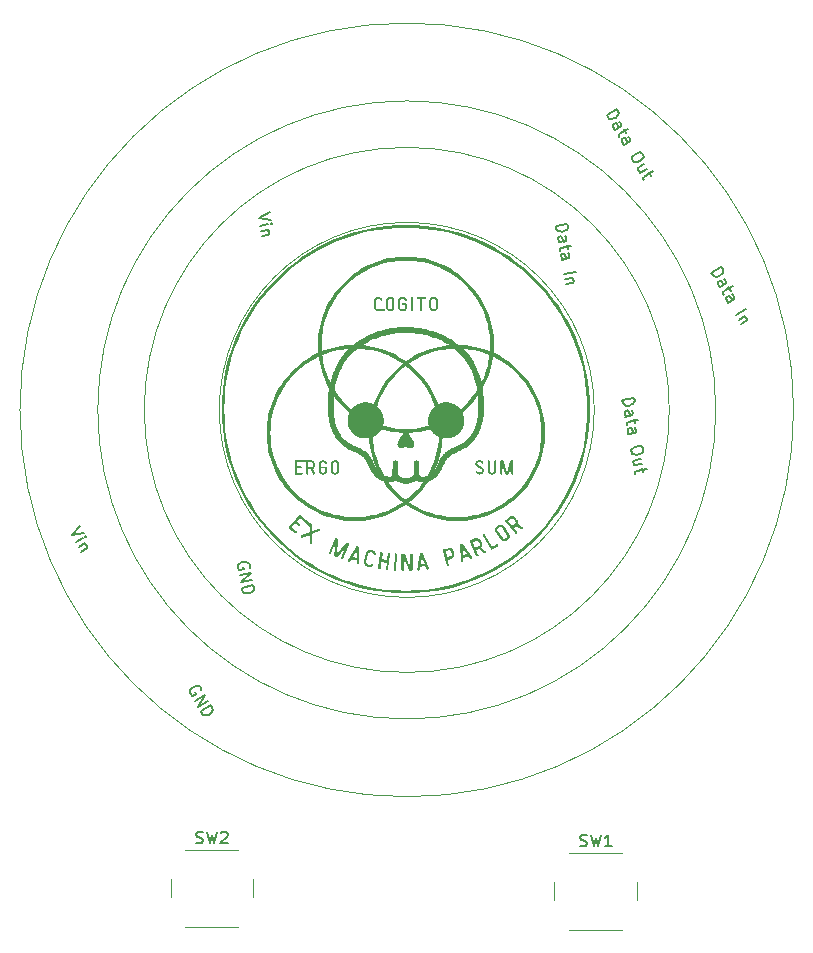
<source format=gto>
%TF.GenerationSoftware,KiCad,Pcbnew,9.0.1*%
%TF.CreationDate,2025-07-01T02:02:19-04:00*%
%TF.ProjectId,EMP_Cyclone_SAO_v1,454d505f-4379-4636-9c6f-6e655f53414f,rev?*%
%TF.SameCoordinates,Original*%
%TF.FileFunction,Legend,Top*%
%TF.FilePolarity,Positive*%
%FSLAX46Y46*%
G04 Gerber Fmt 4.6, Leading zero omitted, Abs format (unit mm)*
G04 Created by KiCad (PCBNEW 9.0.1) date 2025-07-01 02:02:19*
%MOMM*%
%LPD*%
G01*
G04 APERTURE LIST*
%ADD10C,0.000000*%
%ADD11C,0.150000*%
%ADD12C,0.100000*%
%ADD13C,0.120000*%
%ADD14C,1.727200*%
%ADD15C,2.000000*%
%ADD16R,1.727200X1.727200*%
%ADD17O,1.727200X1.727200*%
G04 APERTURE END LIST*
D10*
G36*
X108931004Y-108989014D02*
G01*
X108946951Y-108989961D01*
X108962771Y-108991699D01*
X108978464Y-108994230D01*
X108994030Y-108997553D01*
X109008835Y-109001255D01*
X109023173Y-109005229D01*
X109037045Y-109009477D01*
X109050447Y-109014000D01*
X109063379Y-109018799D01*
X109075841Y-109023875D01*
X109087830Y-109029230D01*
X109099345Y-109034865D01*
X109110386Y-109040780D01*
X109120951Y-109046978D01*
X109131039Y-109053459D01*
X109140648Y-109060225D01*
X109149778Y-109067277D01*
X109158426Y-109074616D01*
X109166593Y-109082243D01*
X109174277Y-109090159D01*
X109182079Y-109096979D01*
X109184450Y-109098994D01*
X109185269Y-109099653D01*
X109185851Y-109100079D01*
X109190814Y-109106693D01*
X109217175Y-109139489D01*
X109248536Y-109179610D01*
X109284936Y-109227094D01*
X109326412Y-109281980D01*
X109329066Y-109283628D01*
X109331444Y-109285159D01*
X109333541Y-109286573D01*
X109335352Y-109287872D01*
X109336873Y-109289054D01*
X109337522Y-109289601D01*
X109338098Y-109290120D01*
X109338598Y-109290609D01*
X109339022Y-109291069D01*
X109339370Y-109291500D01*
X109339642Y-109291902D01*
X109346256Y-109298517D01*
X109354726Y-109311559D01*
X109362774Y-109324950D01*
X109370405Y-109338689D01*
X109377624Y-109352778D01*
X109384436Y-109367215D01*
X109390846Y-109382001D01*
X109396859Y-109397136D01*
X109402479Y-109412619D01*
X109404644Y-109420090D01*
X109406645Y-109427617D01*
X109408481Y-109435200D01*
X109410153Y-109442837D01*
X109411660Y-109450528D01*
X109413002Y-109458271D01*
X109414179Y-109466064D01*
X109415192Y-109473907D01*
X109416040Y-109481799D01*
X109416723Y-109489738D01*
X109417241Y-109497723D01*
X109417595Y-109505753D01*
X109417784Y-109513826D01*
X109417809Y-109521942D01*
X109417363Y-109538296D01*
X109416781Y-109547015D01*
X109415961Y-109555802D01*
X109414899Y-109564646D01*
X109413590Y-109573539D01*
X109412029Y-109582471D01*
X109410211Y-109591432D01*
X109408132Y-109600413D01*
X109405786Y-109609403D01*
X109403171Y-109618512D01*
X109400289Y-109627548D01*
X109397146Y-109636516D01*
X109393746Y-109645421D01*
X109390094Y-109654268D01*
X109386195Y-109663062D01*
X109382054Y-109671807D01*
X109377675Y-109680509D01*
X109548259Y-109763657D01*
X109786126Y-109880600D01*
X109797184Y-109887370D01*
X109807623Y-109893830D01*
X109809226Y-109894692D01*
X109810781Y-109895575D01*
X109812288Y-109896478D01*
X109813746Y-109897402D01*
X109815156Y-109898348D01*
X109816517Y-109899316D01*
X109817830Y-109900308D01*
X109819095Y-109901323D01*
X109820311Y-109902362D01*
X109821478Y-109903426D01*
X109822598Y-109904516D01*
X109823668Y-109905631D01*
X109824690Y-109906774D01*
X109825664Y-109907943D01*
X109826590Y-109909140D01*
X109827467Y-109910366D01*
X109828688Y-109911607D01*
X109829870Y-109912847D01*
X109831013Y-109914087D01*
X109832117Y-109915327D01*
X109833183Y-109916568D01*
X109834210Y-109917808D01*
X109835198Y-109919048D01*
X109836148Y-109920288D01*
X109837059Y-109921529D01*
X109837931Y-109922769D01*
X109838764Y-109924009D01*
X109839558Y-109925249D01*
X109840314Y-109926490D01*
X109841031Y-109927730D01*
X109841709Y-109928970D01*
X109842349Y-109930210D01*
X109843162Y-109933175D01*
X109844048Y-109936179D01*
X109845002Y-109939221D01*
X109846019Y-109942302D01*
X109847094Y-109945422D01*
X109848222Y-109948581D01*
X109850618Y-109955014D01*
X109851209Y-109956497D01*
X109851744Y-109957999D01*
X109852222Y-109959523D01*
X109852646Y-109961067D01*
X109853017Y-109962633D01*
X109853336Y-109964222D01*
X109853604Y-109965833D01*
X109853822Y-109967469D01*
X109853992Y-109969128D01*
X109854114Y-109970812D01*
X109854191Y-109972522D01*
X109854222Y-109974258D01*
X109854210Y-109976020D01*
X109854156Y-109977810D01*
X109854061Y-109979627D01*
X109853925Y-109981473D01*
X109853906Y-109982951D01*
X109853848Y-109984438D01*
X109853751Y-109985935D01*
X109853615Y-109987442D01*
X109853441Y-109988958D01*
X109853227Y-109990484D01*
X109852975Y-109992020D01*
X109852685Y-109993565D01*
X109852355Y-109995120D01*
X109851987Y-109996685D01*
X109851580Y-109998259D01*
X109851134Y-109999843D01*
X109850649Y-110001437D01*
X109850126Y-110003041D01*
X109849564Y-110004654D01*
X109848963Y-110006277D01*
X109848707Y-110007958D01*
X109848402Y-110009592D01*
X109848049Y-110011178D01*
X109847647Y-110012718D01*
X109847196Y-110014211D01*
X109846697Y-110015659D01*
X109846150Y-110017063D01*
X109845554Y-110018422D01*
X109844910Y-110019737D01*
X109844217Y-110021010D01*
X109843475Y-110022240D01*
X109842686Y-110023428D01*
X109841847Y-110024576D01*
X109840960Y-110025682D01*
X109840025Y-110026749D01*
X109839041Y-110027776D01*
X109838547Y-110029249D01*
X109837995Y-110030721D01*
X109837385Y-110032191D01*
X109836717Y-110033660D01*
X109835990Y-110035127D01*
X109835205Y-110036590D01*
X109834362Y-110038050D01*
X109833461Y-110039506D01*
X109832502Y-110040957D01*
X109831484Y-110042402D01*
X109830409Y-110043842D01*
X109829275Y-110045274D01*
X109828083Y-110046700D01*
X109826833Y-110048118D01*
X109825525Y-110049527D01*
X109824159Y-110050927D01*
X109819282Y-110054330D01*
X109814600Y-110057696D01*
X109810149Y-110060984D01*
X109805970Y-110064157D01*
X109804487Y-110065217D01*
X109802985Y-110066230D01*
X109801462Y-110067196D01*
X109799917Y-110068115D01*
X109798351Y-110068989D01*
X109796763Y-110069817D01*
X109795151Y-110070600D01*
X109793516Y-110071339D01*
X109791856Y-110072034D01*
X109790172Y-110072686D01*
X109788462Y-110073296D01*
X109786727Y-110073864D01*
X109784964Y-110074391D01*
X109783175Y-110074878D01*
X109781357Y-110075324D01*
X109779511Y-110075731D01*
X109778411Y-110076327D01*
X109777282Y-110076874D01*
X109776122Y-110077371D01*
X109774931Y-110077818D01*
X109773709Y-110078214D01*
X109772455Y-110078558D01*
X109771168Y-110078851D01*
X109769848Y-110079090D01*
X109768493Y-110079277D01*
X109767105Y-110079409D01*
X109765681Y-110079487D01*
X109764221Y-110079510D01*
X109762725Y-110079477D01*
X109761192Y-110079388D01*
X109759621Y-110079242D01*
X109758012Y-110079038D01*
X109754621Y-110079018D01*
X109751263Y-110078954D01*
X109747934Y-110078842D01*
X109744630Y-110078676D01*
X109741344Y-110078452D01*
X109738074Y-110078166D01*
X109734812Y-110077811D01*
X109731556Y-110077384D01*
X109729461Y-110077364D01*
X109727512Y-110077300D01*
X109725698Y-110077188D01*
X109724011Y-110077023D01*
X109722440Y-110076799D01*
X109721695Y-110076664D01*
X109720975Y-110076513D01*
X109720280Y-110076344D01*
X109719607Y-110076158D01*
X109718957Y-110075954D01*
X109718327Y-110075731D01*
X109717692Y-110075120D01*
X109717029Y-110074528D01*
X109716338Y-110073952D01*
X109715620Y-110073393D01*
X109714875Y-110072847D01*
X109714104Y-110072315D01*
X109713308Y-110071795D01*
X109712487Y-110071287D01*
X109711642Y-110070787D01*
X109710773Y-110070296D01*
X109709881Y-110069813D01*
X109708966Y-110069335D01*
X109707073Y-110068394D01*
X109705097Y-110067462D01*
X109616408Y-110025126D01*
X109507797Y-109972481D01*
X109230502Y-109835952D01*
X109045293Y-109983128D01*
X109313183Y-110318817D01*
X109329720Y-110338661D01*
X109331211Y-110341606D01*
X109332581Y-110344545D01*
X109333825Y-110347475D01*
X109334938Y-110350391D01*
X109335916Y-110353287D01*
X109336352Y-110354727D01*
X109336753Y-110356160D01*
X109337117Y-110357585D01*
X109337445Y-110359003D01*
X109337735Y-110360412D01*
X109337987Y-110361813D01*
X109338593Y-110363295D01*
X109339170Y-110364797D01*
X109340241Y-110367864D01*
X109341206Y-110371019D01*
X109342069Y-110374265D01*
X109342835Y-110377609D01*
X109343510Y-110381054D01*
X109344097Y-110384606D01*
X109344602Y-110388269D01*
X109344544Y-110391662D01*
X109344375Y-110395020D01*
X109344100Y-110398349D01*
X109343723Y-110401654D01*
X109343249Y-110404939D01*
X109342683Y-110408210D01*
X109342030Y-110411472D01*
X109341294Y-110414728D01*
X109341037Y-110416191D01*
X109340732Y-110417636D01*
X109340378Y-110419062D01*
X109339976Y-110420471D01*
X109339526Y-110421863D01*
X109339027Y-110423238D01*
X109338479Y-110424598D01*
X109337883Y-110425943D01*
X109337239Y-110427273D01*
X109336546Y-110428589D01*
X109335805Y-110429892D01*
X109335015Y-110431182D01*
X109334177Y-110432460D01*
X109333291Y-110433726D01*
X109332356Y-110434982D01*
X109331372Y-110436227D01*
X109330733Y-110437908D01*
X109330054Y-110439541D01*
X109329337Y-110441127D01*
X109328582Y-110442666D01*
X109327787Y-110444160D01*
X109326954Y-110445608D01*
X109326082Y-110447011D01*
X109325171Y-110448370D01*
X109324222Y-110449685D01*
X109323234Y-110450958D01*
X109322207Y-110452188D01*
X109321141Y-110453376D01*
X109320037Y-110454523D01*
X109318893Y-110455630D01*
X109317711Y-110456696D01*
X109316490Y-110457723D01*
X109316010Y-110458576D01*
X109315501Y-110459428D01*
X109314961Y-110460279D01*
X109314391Y-110461128D01*
X109313789Y-110461974D01*
X109313155Y-110462818D01*
X109312488Y-110463658D01*
X109311788Y-110464493D01*
X109311054Y-110465324D01*
X109310285Y-110466150D01*
X109309482Y-110466969D01*
X109308643Y-110467781D01*
X109307767Y-110468587D01*
X109306854Y-110469384D01*
X109305904Y-110470173D01*
X109304916Y-110470953D01*
X109303042Y-110471877D01*
X109302081Y-110472327D01*
X109301091Y-110472762D01*
X109300062Y-110473178D01*
X109299530Y-110473377D01*
X109298985Y-110473569D01*
X109298425Y-110473754D01*
X109297849Y-110473932D01*
X109297257Y-110474100D01*
X109296646Y-110474260D01*
X109295546Y-110475321D01*
X109294417Y-110476334D01*
X109293257Y-110477300D01*
X109292066Y-110478219D01*
X109290844Y-110479092D01*
X109289590Y-110479920D01*
X109288303Y-110480703D01*
X109286983Y-110481442D01*
X109285629Y-110482137D01*
X109284240Y-110482790D01*
X109282816Y-110483400D01*
X109281357Y-110483968D01*
X109279861Y-110484495D01*
X109278328Y-110484981D01*
X109276758Y-110485428D01*
X109275150Y-110485835D01*
X109273667Y-110486435D01*
X109272164Y-110486997D01*
X109270641Y-110487521D01*
X109269097Y-110488005D01*
X109267531Y-110488451D01*
X109265942Y-110488858D01*
X109264330Y-110489226D01*
X109262695Y-110489556D01*
X109261036Y-110489847D01*
X109259352Y-110490099D01*
X109257642Y-110490312D01*
X109255906Y-110490487D01*
X109254144Y-110490622D01*
X109252354Y-110490719D01*
X109250537Y-110490777D01*
X109248691Y-110490797D01*
X109245746Y-110491204D01*
X109242806Y-110491495D01*
X109239876Y-110491669D01*
X109236960Y-110491727D01*
X109234063Y-110491669D01*
X109231191Y-110491495D01*
X109228348Y-110491204D01*
X109225539Y-110490797D01*
X109223703Y-110490612D01*
X109221916Y-110490370D01*
X109220179Y-110490069D01*
X109218492Y-110489711D01*
X109216856Y-110489294D01*
X109215271Y-110488819D01*
X109213738Y-110488286D01*
X109212258Y-110487695D01*
X109210832Y-110487046D01*
X109209459Y-110486339D01*
X109208141Y-110485573D01*
X109206877Y-110484750D01*
X109205670Y-110483868D01*
X109204519Y-110482928D01*
X109203425Y-110481931D01*
X109202388Y-110480875D01*
X109200547Y-110480468D01*
X109198745Y-110480021D01*
X109196981Y-110479535D01*
X109195257Y-110479008D01*
X109193571Y-110478440D01*
X109191924Y-110477830D01*
X109190315Y-110477177D01*
X109188746Y-110476482D01*
X109187215Y-110475743D01*
X109185723Y-110474960D01*
X109184270Y-110474132D01*
X109182855Y-110473258D01*
X109181479Y-110472339D01*
X109180142Y-110471373D01*
X109178844Y-110470359D01*
X109177584Y-110469298D01*
X109167662Y-110462683D01*
X109161047Y-110454416D01*
X108350760Y-109440730D01*
X108349249Y-109437901D01*
X108347815Y-109434995D01*
X108346458Y-109432011D01*
X108345180Y-109428949D01*
X108343978Y-109425810D01*
X108342855Y-109422593D01*
X108341809Y-109419299D01*
X108340840Y-109415927D01*
X108340314Y-109410964D01*
X108583924Y-109410964D01*
X108750944Y-109617672D01*
X108914654Y-109822723D01*
X109169315Y-109619325D01*
X109171916Y-109617062D01*
X109174450Y-109614771D01*
X109176914Y-109612450D01*
X109179308Y-109610100D01*
X109181633Y-109607722D01*
X109183886Y-109605314D01*
X109186068Y-109602877D01*
X109188177Y-109600411D01*
X109190214Y-109597916D01*
X109192178Y-109595392D01*
X109194068Y-109592839D01*
X109195883Y-109590256D01*
X109197624Y-109587645D01*
X109199288Y-109585005D01*
X109200877Y-109582335D01*
X109202388Y-109579637D01*
X109204327Y-109574249D01*
X109206115Y-109568630D01*
X109207759Y-109562777D01*
X109209261Y-109556693D01*
X109210629Y-109550375D01*
X109211865Y-109543826D01*
X109212976Y-109537043D01*
X109213965Y-109530029D01*
X109213810Y-109522315D01*
X109213345Y-109514680D01*
X109212570Y-109507122D01*
X109211484Y-109499642D01*
X109210089Y-109492240D01*
X109208384Y-109484915D01*
X109206368Y-109477667D01*
X109204043Y-109470497D01*
X109202929Y-109466815D01*
X109201756Y-109463210D01*
X109200525Y-109459683D01*
X109199237Y-109456234D01*
X109197890Y-109452862D01*
X109196485Y-109449567D01*
X109195022Y-109446350D01*
X109193501Y-109443211D01*
X109191921Y-109440149D01*
X109190284Y-109437165D01*
X109188588Y-109434258D01*
X109186834Y-109431429D01*
X109185022Y-109428677D01*
X109183152Y-109426002D01*
X109181223Y-109423406D01*
X109179237Y-109420886D01*
X109037023Y-109243947D01*
X109033239Y-109240265D01*
X109029329Y-109236661D01*
X109025292Y-109233134D01*
X109021126Y-109229684D01*
X109016833Y-109226312D01*
X109012410Y-109223018D01*
X109007858Y-109219801D01*
X109003176Y-109216661D01*
X108998363Y-109213600D01*
X108993418Y-109210615D01*
X108988342Y-109207708D01*
X108983132Y-109204879D01*
X108977790Y-109202127D01*
X108972314Y-109199453D01*
X108966703Y-109196856D01*
X108960957Y-109194337D01*
X108955041Y-109192690D01*
X108948768Y-109191469D01*
X108942138Y-109190674D01*
X108935151Y-109190306D01*
X108927808Y-109190364D01*
X108920109Y-109190849D01*
X108912055Y-109191760D01*
X108903648Y-109193097D01*
X108894886Y-109194861D01*
X108885771Y-109197051D01*
X108876304Y-109199667D01*
X108866485Y-109202710D01*
X108856315Y-109206178D01*
X108845794Y-109210074D01*
X108834923Y-109214395D01*
X108823703Y-109219143D01*
X108583924Y-109410964D01*
X108340314Y-109410964D01*
X108340232Y-109410191D01*
X108339953Y-109407206D01*
X108339702Y-109404144D01*
X108339491Y-109401005D01*
X108339327Y-109397788D01*
X108339223Y-109394494D01*
X108339185Y-109391123D01*
X108340193Y-109385244D01*
X108341356Y-109378823D01*
X108342673Y-109371937D01*
X108344145Y-109364664D01*
X108345114Y-109362163D01*
X108346161Y-109359619D01*
X108347285Y-109357026D01*
X108348487Y-109354380D01*
X108349766Y-109351675D01*
X108351122Y-109348908D01*
X108352556Y-109346073D01*
X108354067Y-109343165D01*
X108354687Y-109342521D01*
X108355308Y-109341827D01*
X108355928Y-109341084D01*
X108356548Y-109340291D01*
X108357168Y-109339446D01*
X108357788Y-109338550D01*
X108358408Y-109337603D01*
X108359028Y-109336602D01*
X108359648Y-109335548D01*
X108360269Y-109334441D01*
X108360889Y-109333278D01*
X108361509Y-109332061D01*
X108362129Y-109330788D01*
X108362749Y-109329459D01*
X108363369Y-109328072D01*
X108363989Y-109326628D01*
X108365986Y-109325466D01*
X108367639Y-109324458D01*
X108368953Y-109323606D01*
X108369484Y-109323237D01*
X108369933Y-109322908D01*
X108370298Y-109322618D01*
X108370583Y-109322366D01*
X108370748Y-109322192D01*
X108370761Y-109322185D01*
X108370971Y-109322074D01*
X108371176Y-109321973D01*
X108371375Y-109321885D01*
X108371568Y-109321810D01*
X108371753Y-109321750D01*
X108371930Y-109321706D01*
X108372099Y-109321678D01*
X108372259Y-109321668D01*
X108377219Y-109316709D01*
X108706296Y-109052123D01*
X108710779Y-109048480D01*
X108714254Y-109045612D01*
X108715589Y-109044469D01*
X108716644Y-109043519D01*
X108717407Y-109042764D01*
X108717677Y-109042458D01*
X108717870Y-109042201D01*
X108719970Y-109041511D01*
X108721206Y-109041119D01*
X108722573Y-109040703D01*
X108724075Y-109040268D01*
X108725718Y-109039818D01*
X108727506Y-109039358D01*
X108729445Y-109038894D01*
X108746973Y-109030445D01*
X108764367Y-109022773D01*
X108781625Y-109015878D01*
X108798750Y-109009761D01*
X108815742Y-109004425D01*
X108832601Y-108999870D01*
X108849328Y-108996098D01*
X108865923Y-108993109D01*
X108882388Y-108990905D01*
X108898723Y-108989487D01*
X108914928Y-108988856D01*
X108931004Y-108989014D01*
G37*
G36*
X103414326Y-99353313D02*
G01*
X103492645Y-99359281D01*
X103569760Y-99369011D01*
X103645579Y-99382412D01*
X103720010Y-99399394D01*
X103792960Y-99419864D01*
X103864338Y-99443731D01*
X103934051Y-99470903D01*
X104002007Y-99501289D01*
X104068114Y-99534797D01*
X104132281Y-99571336D01*
X104194414Y-99610815D01*
X104254421Y-99653141D01*
X104312212Y-99698223D01*
X104367692Y-99745970D01*
X104420772Y-99796290D01*
X104471357Y-99849092D01*
X104519356Y-99904284D01*
X104564678Y-99961775D01*
X104607229Y-100021473D01*
X104646918Y-100083286D01*
X104683652Y-100147124D01*
X104717340Y-100212894D01*
X104747890Y-100280505D01*
X104775208Y-100349865D01*
X104799204Y-100420884D01*
X104819785Y-100493469D01*
X104836858Y-100567529D01*
X104850332Y-100642973D01*
X104860115Y-100719708D01*
X104866114Y-100797644D01*
X104868238Y-100876689D01*
X104866417Y-100956970D01*
X104860703Y-101036061D01*
X104851188Y-101113870D01*
X104837960Y-101190308D01*
X104821111Y-101265286D01*
X104800729Y-101338715D01*
X104776906Y-101410505D01*
X104749731Y-101480567D01*
X104719294Y-101548810D01*
X104685686Y-101615146D01*
X104648996Y-101679485D01*
X104609314Y-101741738D01*
X104566732Y-101801815D01*
X104521338Y-101859626D01*
X104473223Y-101915083D01*
X104422477Y-101968095D01*
X104369190Y-102018574D01*
X104313451Y-102066429D01*
X104255352Y-102111572D01*
X104194983Y-102153913D01*
X104132432Y-102193362D01*
X104067791Y-102229829D01*
X104001149Y-102263227D01*
X103932597Y-102293464D01*
X103862225Y-102320451D01*
X103790122Y-102344100D01*
X103716379Y-102364320D01*
X103641086Y-102381022D01*
X103564332Y-102394116D01*
X103486209Y-102403514D01*
X103406806Y-102409125D01*
X103326213Y-102410861D01*
X103248571Y-102408646D01*
X103171900Y-102402532D01*
X103096298Y-102392615D01*
X103021862Y-102378994D01*
X102948690Y-102361765D01*
X102876879Y-102341026D01*
X102806526Y-102316875D01*
X102737728Y-102289408D01*
X102670583Y-102258722D01*
X102605188Y-102224917D01*
X102541640Y-102188087D01*
X102480036Y-102148332D01*
X102420475Y-102105748D01*
X102363052Y-102060433D01*
X102307865Y-102012484D01*
X102255012Y-101961998D01*
X102204590Y-101909073D01*
X102156696Y-101853806D01*
X102111427Y-101796294D01*
X102068881Y-101736636D01*
X102029155Y-101674927D01*
X101992346Y-101611266D01*
X101958551Y-101545749D01*
X101927868Y-101478475D01*
X101900394Y-101409540D01*
X101876226Y-101339042D01*
X101855462Y-101267078D01*
X101838199Y-101193746D01*
X101824534Y-101119143D01*
X101814564Y-101043366D01*
X101808386Y-100966512D01*
X101806099Y-100888680D01*
X101807781Y-100810392D01*
X101813458Y-100733031D01*
X101823026Y-100656699D01*
X101836384Y-100581497D01*
X101853431Y-100507529D01*
X101874063Y-100434897D01*
X101898180Y-100363704D01*
X101925678Y-100294052D01*
X101956456Y-100226043D01*
X101990412Y-100159780D01*
X102027444Y-100095366D01*
X102067449Y-100032903D01*
X102110326Y-99972493D01*
X102155973Y-99914240D01*
X102204287Y-99858245D01*
X102255167Y-99804611D01*
X102308510Y-99753440D01*
X102364215Y-99704836D01*
X102422179Y-99658900D01*
X102482301Y-99615735D01*
X102544478Y-99575443D01*
X102608608Y-99538128D01*
X102674590Y-99503891D01*
X102742321Y-99472835D01*
X102811699Y-99445062D01*
X102882622Y-99420676D01*
X102954988Y-99399777D01*
X103028696Y-99382470D01*
X103103642Y-99368856D01*
X103179725Y-99359038D01*
X103256843Y-99353119D01*
X103334895Y-99351200D01*
X103414326Y-99353313D01*
G37*
G36*
X102283486Y-90440927D02*
G01*
X102302173Y-90441962D01*
X102320404Y-90443676D01*
X102338185Y-90446058D01*
X102355521Y-90449099D01*
X102372415Y-90452789D01*
X102388873Y-90457118D01*
X102404900Y-90462078D01*
X102412651Y-90464616D01*
X102420249Y-90467271D01*
X102427692Y-90470042D01*
X102434982Y-90472930D01*
X102442120Y-90475933D01*
X102449105Y-90479053D01*
X102455939Y-90482289D01*
X102462623Y-90485642D01*
X102469156Y-90489111D01*
X102475539Y-90492696D01*
X102481774Y-90496397D01*
X102487860Y-90500214D01*
X102493798Y-90504148D01*
X102499589Y-90508198D01*
X102505234Y-90512365D01*
X102510732Y-90516648D01*
X102516241Y-90521017D01*
X102521605Y-90525444D01*
X102526825Y-90529926D01*
X102531901Y-90534463D01*
X102536834Y-90539053D01*
X102541625Y-90543696D01*
X102546274Y-90548389D01*
X102550782Y-90553131D01*
X102555150Y-90557922D01*
X102559378Y-90562761D01*
X102563466Y-90567645D01*
X102567416Y-90572575D01*
X102571227Y-90577547D01*
X102574901Y-90582563D01*
X102578438Y-90587619D01*
X102581839Y-90592715D01*
X102584998Y-90597952D01*
X102587961Y-90603277D01*
X102590728Y-90608688D01*
X102593298Y-90614187D01*
X102595670Y-90619773D01*
X102597841Y-90625446D01*
X102599811Y-90631206D01*
X102601580Y-90637054D01*
X102603144Y-90642989D01*
X102604504Y-90649011D01*
X102605658Y-90655120D01*
X102606605Y-90661316D01*
X102607344Y-90667600D01*
X102607873Y-90673970D01*
X102608191Y-90680428D01*
X102608298Y-90686973D01*
X102608298Y-91381505D01*
X102608191Y-91388762D01*
X102607873Y-91395961D01*
X102607344Y-91403103D01*
X102606605Y-91410185D01*
X102605658Y-91417210D01*
X102604504Y-91424177D01*
X102603144Y-91431085D01*
X102601580Y-91437935D01*
X102599811Y-91444728D01*
X102597841Y-91451462D01*
X102595670Y-91458138D01*
X102593298Y-91464755D01*
X102590728Y-91471315D01*
X102587961Y-91477816D01*
X102584998Y-91484260D01*
X102581839Y-91490645D01*
X102578206Y-91497243D01*
X102574437Y-91503706D01*
X102570532Y-91510033D01*
X102566492Y-91516225D01*
X102562316Y-91522281D01*
X102558004Y-91528201D01*
X102553556Y-91533986D01*
X102548973Y-91539634D01*
X102544255Y-91545148D01*
X102539400Y-91550525D01*
X102534410Y-91555767D01*
X102529284Y-91560874D01*
X102524023Y-91565844D01*
X102518626Y-91570679D01*
X102513093Y-91575379D01*
X102507425Y-91579942D01*
X102501554Y-91584220D01*
X102495567Y-91588371D01*
X102489464Y-91592395D01*
X102483248Y-91596291D01*
X102476917Y-91600059D01*
X102470474Y-91603698D01*
X102463917Y-91607207D01*
X102457249Y-91610586D01*
X102450469Y-91613834D01*
X102443578Y-91616951D01*
X102436577Y-91619936D01*
X102429466Y-91622788D01*
X102422247Y-91625507D01*
X102414919Y-91628092D01*
X102407483Y-91630543D01*
X102399940Y-91632858D01*
X102384437Y-91637201D01*
X102368630Y-91640933D01*
X102352522Y-91644065D01*
X102336118Y-91646605D01*
X102319424Y-91648564D01*
X102302444Y-91649951D01*
X102285183Y-91650776D01*
X102267646Y-91651049D01*
X102253947Y-91650874D01*
X102240136Y-91650345D01*
X102226218Y-91649457D01*
X102212198Y-91648207D01*
X102198082Y-91646588D01*
X102183873Y-91644596D01*
X102169577Y-91642226D01*
X102155199Y-91639473D01*
X102147942Y-91637773D01*
X102140743Y-91635927D01*
X102133602Y-91633936D01*
X102126519Y-91631799D01*
X102119494Y-91629517D01*
X102112528Y-91627090D01*
X102105619Y-91624518D01*
X102098769Y-91621800D01*
X102091977Y-91618937D01*
X102085242Y-91615928D01*
X102078567Y-91612774D01*
X102071949Y-91609475D01*
X102065389Y-91606031D01*
X102058887Y-91602441D01*
X102052444Y-91598706D01*
X102046059Y-91594825D01*
X102039683Y-91590998D01*
X102033424Y-91586956D01*
X102027283Y-91582698D01*
X102021260Y-91578224D01*
X102015356Y-91573532D01*
X102009571Y-91568620D01*
X102003906Y-91563488D01*
X101998361Y-91558135D01*
X101992937Y-91552558D01*
X101987636Y-91546758D01*
X101982456Y-91540732D01*
X101977400Y-91534480D01*
X101972467Y-91528000D01*
X101967658Y-91521291D01*
X101962974Y-91514352D01*
X101958415Y-91507182D01*
X101954210Y-91500297D01*
X101950276Y-91493286D01*
X101946614Y-91486148D01*
X101943222Y-91478882D01*
X101940102Y-91471488D01*
X101937254Y-91463965D01*
X101934677Y-91456312D01*
X101932371Y-91448529D01*
X101930336Y-91440615D01*
X101928572Y-91432570D01*
X101927080Y-91424393D01*
X101925860Y-91416083D01*
X101924910Y-91407640D01*
X101924232Y-91399063D01*
X101923825Y-91390351D01*
X101923689Y-91381505D01*
X102090707Y-91381505D01*
X102090745Y-91385013D01*
X102090862Y-91388405D01*
X102091056Y-91391684D01*
X102091327Y-91394850D01*
X102091676Y-91397905D01*
X102092102Y-91400849D01*
X102092606Y-91403685D01*
X102093187Y-91406413D01*
X102093846Y-91409034D01*
X102094583Y-91411550D01*
X102095396Y-91413961D01*
X102096288Y-91416270D01*
X102097257Y-91418477D01*
X102098303Y-91420583D01*
X102099427Y-91422590D01*
X102100629Y-91424499D01*
X102101918Y-91426205D01*
X102103305Y-91427911D01*
X102104791Y-91429621D01*
X102106378Y-91431333D01*
X102108066Y-91433051D01*
X102109858Y-91434775D01*
X102111753Y-91436506D01*
X102113755Y-91438245D01*
X102115862Y-91439994D01*
X102118078Y-91441755D01*
X102120402Y-91443527D01*
X102122837Y-91445312D01*
X102125383Y-91447112D01*
X102128042Y-91448928D01*
X102130814Y-91450761D01*
X102133702Y-91452612D01*
X102136628Y-91454448D01*
X102139672Y-91456234D01*
X102142832Y-91457972D01*
X102146111Y-91459659D01*
X102149508Y-91461295D01*
X102153025Y-91462879D01*
X102156661Y-91464412D01*
X102160418Y-91465892D01*
X102164297Y-91467319D01*
X102168297Y-91468691D01*
X102172419Y-91470010D01*
X102176664Y-91471273D01*
X102181033Y-91472480D01*
X102185526Y-91473631D01*
X102190144Y-91474725D01*
X102194887Y-91475762D01*
X102203897Y-91477779D01*
X102212941Y-91479496D01*
X102222015Y-91480922D01*
X102231112Y-91482067D01*
X102240229Y-91482940D01*
X102249360Y-91483552D01*
X102258501Y-91483912D01*
X102267646Y-91484030D01*
X102279816Y-91483855D01*
X102291521Y-91483326D01*
X102302761Y-91482439D01*
X102313536Y-91481188D01*
X102323845Y-91479569D01*
X102333690Y-91477577D01*
X102343069Y-91475207D01*
X102347584Y-91473879D01*
X102351982Y-91472455D01*
X102360394Y-91469897D01*
X102368273Y-91467184D01*
X102372016Y-91465769D01*
X102375629Y-91464316D01*
X102379114Y-91462824D01*
X102382472Y-91461293D01*
X102385703Y-91459723D01*
X102388810Y-91458115D01*
X102391793Y-91456468D01*
X102394654Y-91454782D01*
X102397394Y-91453057D01*
X102400014Y-91451294D01*
X102402516Y-91449492D01*
X102404900Y-91447651D01*
X102407332Y-91445785D01*
X102409669Y-91443910D01*
X102411911Y-91442023D01*
X102414060Y-91440125D01*
X102416116Y-91438215D01*
X102418082Y-91436292D01*
X102419959Y-91434356D01*
X102421747Y-91432406D01*
X102423447Y-91430441D01*
X102425062Y-91428462D01*
X102426592Y-91426466D01*
X102428038Y-91424454D01*
X102429402Y-91422425D01*
X102430684Y-91420379D01*
X102431887Y-91418314D01*
X102433011Y-91416231D01*
X102433767Y-91414351D01*
X102434483Y-91412433D01*
X102435157Y-91410475D01*
X102435789Y-91408479D01*
X102436378Y-91406445D01*
X102436921Y-91404371D01*
X102437419Y-91402259D01*
X102437869Y-91400108D01*
X102438271Y-91397918D01*
X102438623Y-91395690D01*
X102438925Y-91393422D01*
X102439174Y-91391116D01*
X102439370Y-91388772D01*
X102439511Y-91386388D01*
X102439597Y-91383966D01*
X102439626Y-91381505D01*
X102439626Y-90686973D01*
X102439606Y-90688117D01*
X102439548Y-90689066D01*
X102439505Y-90689468D01*
X102439451Y-90689822D01*
X102439388Y-90690127D01*
X102439316Y-90690384D01*
X102439233Y-90690592D01*
X102439141Y-90690752D01*
X102439040Y-90690864D01*
X102438928Y-90690927D01*
X102438807Y-90690941D01*
X102438677Y-90690907D01*
X102438536Y-90690825D01*
X102438386Y-90690694D01*
X102438226Y-90690515D01*
X102438057Y-90690287D01*
X102437877Y-90690011D01*
X102437689Y-90689686D01*
X102437490Y-90689313D01*
X102437282Y-90688892D01*
X102436836Y-90687904D01*
X102436352Y-90686721D01*
X102435828Y-90685346D01*
X102435266Y-90683776D01*
X102434666Y-90682012D01*
X102433764Y-90679992D01*
X102432766Y-90677963D01*
X102431669Y-90675926D01*
X102430473Y-90673880D01*
X102429178Y-90671827D01*
X102427784Y-90669768D01*
X102426288Y-90667702D01*
X102424692Y-90665631D01*
X102422994Y-90663555D01*
X102421193Y-90661475D01*
X102419290Y-90659391D01*
X102417283Y-90657304D01*
X102415172Y-90655215D01*
X102412956Y-90653124D01*
X102410634Y-90651032D01*
X102408207Y-90648939D01*
X102405436Y-90646938D01*
X102402549Y-90644967D01*
X102399547Y-90643027D01*
X102396431Y-90641117D01*
X102393201Y-90639238D01*
X102389858Y-90637392D01*
X102386402Y-90635578D01*
X102382834Y-90633798D01*
X102379154Y-90632052D01*
X102375364Y-90630340D01*
X102371464Y-90628663D01*
X102367454Y-90627022D01*
X102363335Y-90625417D01*
X102359107Y-90623850D01*
X102354772Y-90622320D01*
X102350330Y-90620828D01*
X102345921Y-90619248D01*
X102341378Y-90617767D01*
X102336702Y-90616383D01*
X102331894Y-90615098D01*
X102326955Y-90613912D01*
X102321886Y-90612827D01*
X102316689Y-90611842D01*
X102311365Y-90610957D01*
X102305915Y-90610175D01*
X102300340Y-90609495D01*
X102294641Y-90608918D01*
X102288821Y-90608445D01*
X102282879Y-90608075D01*
X102276817Y-90607811D01*
X102270637Y-90607652D01*
X102264339Y-90607598D01*
X102252441Y-90607753D01*
X102240930Y-90608218D01*
X102229807Y-90608994D01*
X102219072Y-90610079D01*
X102208724Y-90611474D01*
X102198763Y-90613179D01*
X102189190Y-90615195D01*
X102180005Y-90617520D01*
X102171129Y-90620058D01*
X102162790Y-90622707D01*
X102154984Y-90625463D01*
X102147707Y-90628321D01*
X102140952Y-90631275D01*
X102134716Y-90634322D01*
X102128994Y-90637455D01*
X102123780Y-90640672D01*
X102121135Y-90642513D01*
X102118624Y-90644315D01*
X102116249Y-90646078D01*
X102114007Y-90647803D01*
X102111898Y-90649488D01*
X102109922Y-90651136D01*
X102108078Y-90652744D01*
X102106365Y-90654314D01*
X102104783Y-90655844D01*
X102103331Y-90657337D01*
X102102009Y-90658790D01*
X102100816Y-90660205D01*
X102099751Y-90661581D01*
X102098814Y-90662918D01*
X102098005Y-90664216D01*
X102097321Y-90665476D01*
X102096498Y-90666939D01*
X102095731Y-90668383D01*
X102095022Y-90669810D01*
X102094369Y-90671218D01*
X102093772Y-90672610D01*
X102093230Y-90673986D01*
X102092742Y-90675345D01*
X102092309Y-90676690D01*
X102091928Y-90678020D01*
X102091600Y-90679336D01*
X102091325Y-90680638D01*
X102091101Y-90681928D01*
X102090927Y-90683206D01*
X102090804Y-90684473D01*
X102090731Y-90685728D01*
X102090707Y-90686973D01*
X102090707Y-91381505D01*
X101923689Y-91381505D01*
X101923689Y-90686973D01*
X101923796Y-90679803D01*
X101924117Y-90672710D01*
X101924654Y-90665693D01*
X101925407Y-90658751D01*
X101926379Y-90651885D01*
X101927569Y-90645093D01*
X101928981Y-90638376D01*
X101930613Y-90631731D01*
X101932469Y-90625159D01*
X101934549Y-90618659D01*
X101936854Y-90612231D01*
X101939385Y-90605873D01*
X101942144Y-90599586D01*
X101945133Y-90593368D01*
X101948351Y-90587220D01*
X101951801Y-90581140D01*
X101955744Y-90575011D01*
X101959823Y-90569027D01*
X101964038Y-90563188D01*
X101968389Y-90557491D01*
X101972875Y-90551938D01*
X101977497Y-90546527D01*
X101982254Y-90541258D01*
X101987147Y-90536130D01*
X101992176Y-90531142D01*
X101997341Y-90526294D01*
X102002641Y-90521586D01*
X102008077Y-90517016D01*
X102013648Y-90512584D01*
X102019355Y-90508290D01*
X102025198Y-90504132D01*
X102031177Y-90500111D01*
X102036971Y-90496666D01*
X102042880Y-90493309D01*
X102055038Y-90486856D01*
X102067642Y-90480752D01*
X102080682Y-90474996D01*
X102094149Y-90469590D01*
X102108032Y-90464532D01*
X102122322Y-90459823D01*
X102137010Y-90455463D01*
X102152010Y-90451975D01*
X102167253Y-90448952D01*
X102182748Y-90446394D01*
X102198504Y-90444301D01*
X102214532Y-90442673D01*
X102230840Y-90441510D01*
X102247439Y-90440812D01*
X102264339Y-90440580D01*
X102283486Y-90440927D01*
G37*
G36*
X106553059Y-110502862D02*
G01*
X106556331Y-110502979D01*
X106559592Y-110503173D01*
X106562850Y-110503445D01*
X106565834Y-110503502D01*
X106568901Y-110503671D01*
X106572055Y-110503946D01*
X106575302Y-110504323D01*
X106578645Y-110504796D01*
X106582091Y-110505363D01*
X106585643Y-110506016D01*
X106589306Y-110506752D01*
X106590769Y-110507392D01*
X106592214Y-110508070D01*
X106593640Y-110508787D01*
X106595049Y-110509543D01*
X106596441Y-110510337D01*
X106597816Y-110511170D01*
X106599176Y-110512042D01*
X106600521Y-110512953D01*
X106601851Y-110513902D01*
X106603167Y-110514891D01*
X106604470Y-110515918D01*
X106605760Y-110516983D01*
X106607038Y-110518088D01*
X106608304Y-110519231D01*
X106609560Y-110520413D01*
X106610805Y-110521634D01*
X106613265Y-110523379D01*
X106615682Y-110525206D01*
X106618050Y-110527121D01*
X106619214Y-110528112D01*
X106620365Y-110529127D01*
X106621501Y-110530167D01*
X106622621Y-110531231D01*
X106623726Y-110532320D01*
X106624815Y-110533436D01*
X106625887Y-110534578D01*
X106626941Y-110535748D01*
X106627977Y-110536945D01*
X106628994Y-110538171D01*
X106629609Y-110538428D01*
X106630214Y-110538733D01*
X106630808Y-110539087D01*
X106631390Y-110539489D01*
X106631961Y-110539939D01*
X106632518Y-110540438D01*
X106633063Y-110540986D01*
X106633593Y-110541582D01*
X106634109Y-110542226D01*
X106634610Y-110542919D01*
X106635095Y-110543660D01*
X106635564Y-110544450D01*
X106636016Y-110545288D01*
X106636450Y-110546174D01*
X106636866Y-110547109D01*
X106637264Y-110548093D01*
X106637879Y-110548567D01*
X106638484Y-110549061D01*
X106639078Y-110549575D01*
X106639660Y-110550107D01*
X106640230Y-110550659D01*
X106640788Y-110551231D01*
X106641332Y-110551822D01*
X106641862Y-110552432D01*
X106642378Y-110553062D01*
X106642879Y-110553712D01*
X106643364Y-110554380D01*
X106643832Y-110555068D01*
X106644284Y-110555776D01*
X106644718Y-110556503D01*
X106645134Y-110557249D01*
X106645531Y-110558015D01*
X107217694Y-111578313D01*
X107370550Y-111493306D01*
X107584802Y-111373262D01*
X107587611Y-111371286D01*
X107590453Y-111369393D01*
X107593325Y-111367587D01*
X107596221Y-111365872D01*
X107599137Y-111364255D01*
X107602067Y-111362739D01*
X107605008Y-111361330D01*
X107607954Y-111360033D01*
X107610819Y-111359277D01*
X107613831Y-111358560D01*
X107616978Y-111357882D01*
X107620252Y-111357242D01*
X107623642Y-111356641D01*
X107627138Y-111356079D01*
X107630732Y-111355555D01*
X107634412Y-111355071D01*
X107637241Y-111354820D01*
X107638685Y-111354739D01*
X107640147Y-111354690D01*
X107641630Y-111354672D01*
X107643132Y-111354686D01*
X107644653Y-111354733D01*
X107646194Y-111354813D01*
X107647754Y-111354927D01*
X107649333Y-111355076D01*
X107650932Y-111355259D01*
X107652551Y-111355479D01*
X107654188Y-111355735D01*
X107655845Y-111356027D01*
X107657521Y-111356357D01*
X107659216Y-111356726D01*
X107662452Y-111357210D01*
X107665649Y-111357733D01*
X107668807Y-111358295D01*
X107671927Y-111358896D01*
X107675008Y-111359535D01*
X107678051Y-111360213D01*
X107681056Y-111360930D01*
X107684023Y-111361685D01*
X107685625Y-111362320D01*
X107687180Y-111362983D01*
X107688686Y-111363674D01*
X107690144Y-111364392D01*
X107691553Y-111365137D01*
X107692914Y-111365908D01*
X107694227Y-111366704D01*
X107695491Y-111367525D01*
X107696707Y-111368370D01*
X107697875Y-111369239D01*
X107698995Y-111370131D01*
X107700066Y-111371046D01*
X107701088Y-111371982D01*
X107702063Y-111372939D01*
X107702989Y-111373917D01*
X107703867Y-111374915D01*
X107706617Y-111377087D01*
X107709290Y-111379269D01*
X107711886Y-111381470D01*
X107714405Y-111383701D01*
X107716846Y-111385970D01*
X107719211Y-111388287D01*
X107721498Y-111390663D01*
X107723708Y-111393106D01*
X107725256Y-111394830D01*
X107726795Y-111396594D01*
X107728315Y-111398396D01*
X107729806Y-111400237D01*
X107731258Y-111402116D01*
X107732662Y-111404035D01*
X107734008Y-111405992D01*
X107734656Y-111406985D01*
X107735285Y-111407988D01*
X107738593Y-111416255D01*
X107739198Y-111417505D01*
X107739775Y-111418773D01*
X107740325Y-111420058D01*
X107740847Y-111421359D01*
X107741342Y-111422674D01*
X107741811Y-111424003D01*
X107742674Y-111426695D01*
X107743440Y-111429426D01*
X107744115Y-111432186D01*
X107744702Y-111434965D01*
X107745207Y-111437754D01*
X107745207Y-111465866D01*
X107745150Y-111468810D01*
X107744981Y-111471750D01*
X107744705Y-111474681D01*
X107744328Y-111477597D01*
X107743854Y-111480493D01*
X107743288Y-111483365D01*
X107742635Y-111486208D01*
X107741900Y-111489017D01*
X107741415Y-111490848D01*
X107740890Y-111492620D01*
X107740325Y-111494331D01*
X107739716Y-111495980D01*
X107739065Y-111497567D01*
X107738368Y-111499089D01*
X107737625Y-111500546D01*
X107736835Y-111501936D01*
X107735997Y-111503258D01*
X107735109Y-111504511D01*
X107734170Y-111505695D01*
X107733179Y-111506806D01*
X107732135Y-111507845D01*
X107731036Y-111508810D01*
X107729882Y-111509700D01*
X107728671Y-111510514D01*
X107728036Y-111511977D01*
X107727373Y-111513421D01*
X107726682Y-111514848D01*
X107725964Y-111516256D01*
X107725219Y-111517648D01*
X107724448Y-111519024D01*
X107722830Y-111521728D01*
X107721116Y-111524374D01*
X107719309Y-111526967D01*
X107717416Y-111529512D01*
X107715441Y-111532012D01*
X107709188Y-111536611D01*
X107707783Y-111537628D01*
X107706431Y-111538581D01*
X107705127Y-111539467D01*
X107703867Y-111540280D01*
X107702626Y-111541500D01*
X107701386Y-111542676D01*
X107700146Y-111543804D01*
X107698906Y-111544879D01*
X107697665Y-111545895D01*
X107696425Y-111546849D01*
X107695805Y-111547301D01*
X107695185Y-111547735D01*
X107694565Y-111548152D01*
X107693945Y-111548549D01*
X107608664Y-111594514D01*
X107505323Y-111651177D01*
X107244153Y-111796595D01*
X107242679Y-111797811D01*
X107241207Y-111798978D01*
X107239735Y-111800095D01*
X107238266Y-111801162D01*
X107236799Y-111802178D01*
X107235335Y-111803143D01*
X107233875Y-111804055D01*
X107232419Y-111804915D01*
X107230969Y-111805722D01*
X107229523Y-111806475D01*
X107228084Y-111807173D01*
X107226652Y-111807816D01*
X107225227Y-111808403D01*
X107223810Y-111808934D01*
X107222401Y-111809408D01*
X107221002Y-111809825D01*
X107217629Y-111811472D01*
X107214334Y-111813003D01*
X107211117Y-111814418D01*
X107207978Y-111815716D01*
X107204916Y-111816898D01*
X107201932Y-111817964D01*
X107199025Y-111818913D01*
X107196195Y-111819747D01*
X107193250Y-111820154D01*
X107190310Y-111820444D01*
X107187380Y-111820619D01*
X107184465Y-111820677D01*
X107181569Y-111820619D01*
X107178697Y-111820444D01*
X107175855Y-111820154D01*
X107173046Y-111819747D01*
X107169365Y-111819706D01*
X107165771Y-111819578D01*
X107162274Y-111819354D01*
X107158884Y-111819022D01*
X107155611Y-111818575D01*
X107152463Y-111818002D01*
X107150940Y-111817665D01*
X107149451Y-111817293D01*
X107148000Y-111816885D01*
X107146585Y-111816439D01*
X107145122Y-111816023D01*
X107143677Y-111815549D01*
X107142251Y-111815018D01*
X107140843Y-111814430D01*
X107139451Y-111813787D01*
X107138076Y-111813089D01*
X107136716Y-111812337D01*
X107135372Y-111811530D01*
X107134042Y-111810670D01*
X107132726Y-111809758D01*
X107131423Y-111808793D01*
X107130133Y-111807777D01*
X107128856Y-111806710D01*
X107127589Y-111805593D01*
X107126334Y-111804426D01*
X107125089Y-111803210D01*
X107123407Y-111802416D01*
X107121774Y-111801584D01*
X107120187Y-111800716D01*
X107118648Y-111799812D01*
X107117154Y-111798875D01*
X107115706Y-111797905D01*
X107114303Y-111796904D01*
X107112944Y-111795872D01*
X107111628Y-111794811D01*
X107110355Y-111793722D01*
X107109125Y-111792607D01*
X107107937Y-111791466D01*
X107106790Y-111790301D01*
X107105683Y-111789113D01*
X107104617Y-111787904D01*
X107103590Y-111786673D01*
X107103359Y-111786590D01*
X107103130Y-111786494D01*
X107102903Y-111786387D01*
X107102679Y-111786267D01*
X107102456Y-111786136D01*
X107102236Y-111785993D01*
X107102018Y-111785838D01*
X107101801Y-111785672D01*
X107101587Y-111785494D01*
X107101374Y-111785305D01*
X107101163Y-111785105D01*
X107100953Y-111784893D01*
X107100538Y-111784435D01*
X107100129Y-111783934D01*
X107099724Y-111783389D01*
X107099324Y-111782801D01*
X107098927Y-111782170D01*
X107098533Y-111781498D01*
X107098141Y-111780785D01*
X107097752Y-111780031D01*
X107097363Y-111779237D01*
X107096975Y-111778404D01*
X107096142Y-111778007D01*
X107095349Y-111777591D01*
X107094595Y-111777157D01*
X107093882Y-111776705D01*
X107093210Y-111776237D01*
X107092580Y-111775752D01*
X107091992Y-111775251D01*
X107091447Y-111774735D01*
X107090945Y-111774205D01*
X107090488Y-111773661D01*
X107090076Y-111773103D01*
X107089709Y-111772533D01*
X107089388Y-111771950D01*
X107089114Y-111771356D01*
X107088887Y-111770752D01*
X107088708Y-111770136D01*
X106835028Y-111312128D01*
X106476859Y-110672115D01*
X106475647Y-110670715D01*
X106474493Y-110669306D01*
X106473394Y-110667888D01*
X106472350Y-110666463D01*
X106471359Y-110665030D01*
X106470420Y-110663591D01*
X106469532Y-110662146D01*
X106468694Y-110660695D01*
X106467904Y-110659239D01*
X106467161Y-110657779D01*
X106466465Y-110656316D01*
X106465813Y-110654849D01*
X106465205Y-110653380D01*
X106464639Y-110651910D01*
X106464114Y-110650438D01*
X106463629Y-110648966D01*
X106462081Y-110646136D01*
X106460542Y-110643229D01*
X106459022Y-110640244D01*
X106457532Y-110637182D01*
X106456080Y-110634043D01*
X106454677Y-110630826D01*
X106453332Y-110627532D01*
X106452055Y-110624159D01*
X106452055Y-110601008D01*
X106453864Y-110588296D01*
X106454671Y-110582173D01*
X106455362Y-110576204D01*
X106455997Y-110574586D01*
X106456660Y-110572988D01*
X106457351Y-110571411D01*
X106458069Y-110569854D01*
X106458813Y-110568320D01*
X106459584Y-110566808D01*
X106460381Y-110565319D01*
X106461202Y-110563853D01*
X106462916Y-110560996D01*
X106464722Y-110558240D01*
X106465658Y-110556902D01*
X106466616Y-110555591D01*
X106467594Y-110554307D01*
X106468591Y-110553053D01*
X106469231Y-110551808D01*
X106469909Y-110550552D01*
X106470626Y-110549286D01*
X106471382Y-110548008D01*
X106473009Y-110545415D01*
X106474792Y-110542770D01*
X106476730Y-110540066D01*
X106478823Y-110537299D01*
X106481070Y-110534464D01*
X106483473Y-110531556D01*
X106483600Y-110531245D01*
X106483749Y-110530931D01*
X106483920Y-110530615D01*
X106484113Y-110530296D01*
X106484327Y-110529974D01*
X106484563Y-110529649D01*
X106484821Y-110529322D01*
X106485101Y-110528992D01*
X106485726Y-110528322D01*
X106486438Y-110527639D01*
X106487237Y-110526943D01*
X106488124Y-110526233D01*
X106489098Y-110525508D01*
X106490158Y-110524769D01*
X106491307Y-110524013D01*
X106492542Y-110523242D01*
X106493864Y-110522453D01*
X106495274Y-110521647D01*
X106496771Y-110520822D01*
X106498355Y-110519979D01*
X106498816Y-110519820D01*
X106499267Y-110519651D01*
X106499710Y-110519474D01*
X106500145Y-110519288D01*
X106500993Y-110518897D01*
X106501818Y-110518481D01*
X106502623Y-110518046D01*
X106503413Y-110517596D01*
X106504970Y-110516672D01*
X106505193Y-110516527D01*
X106505397Y-110516401D01*
X106505525Y-110516327D01*
X106505532Y-110516323D01*
X106505568Y-110516303D01*
X106505583Y-110516294D01*
X106505586Y-110516293D01*
X106506288Y-110515897D01*
X106507237Y-110515394D01*
X106508381Y-110514813D01*
X106509718Y-110514154D01*
X106511249Y-110513418D01*
X106512973Y-110512604D01*
X106514892Y-110511712D01*
X106518207Y-110510221D01*
X106521333Y-110508851D01*
X106524274Y-110507606D01*
X106527037Y-110506493D01*
X106529625Y-110505515D01*
X106532043Y-110504678D01*
X106534297Y-110503986D01*
X106536391Y-110503445D01*
X106539782Y-110503173D01*
X106543140Y-110502979D01*
X106546469Y-110502862D01*
X106549774Y-110502823D01*
X106553059Y-110502862D01*
G37*
G36*
X107971298Y-109713310D02*
G01*
X107979660Y-109713612D01*
X107987925Y-109714125D01*
X108004649Y-109715655D01*
X108021024Y-109717762D01*
X108037050Y-109720440D01*
X108052727Y-109723685D01*
X108068055Y-109727492D01*
X108083035Y-109731856D01*
X108097665Y-109736773D01*
X108111947Y-109742237D01*
X108118696Y-109745299D01*
X108125300Y-109748595D01*
X108131760Y-109752125D01*
X108138076Y-109755892D01*
X108144250Y-109759897D01*
X108150281Y-109764139D01*
X108156171Y-109768622D01*
X108161919Y-109773346D01*
X108167527Y-109778312D01*
X108172995Y-109783521D01*
X108178323Y-109788975D01*
X108183513Y-109794675D01*
X108188565Y-109800622D01*
X108193479Y-109806817D01*
X108198257Y-109813262D01*
X108202898Y-109819958D01*
X108675841Y-110522758D01*
X108680676Y-110530098D01*
X108685261Y-110537544D01*
X108689596Y-110545099D01*
X108693682Y-110552762D01*
X108697522Y-110560534D01*
X108701116Y-110568416D01*
X108704465Y-110576408D01*
X108707571Y-110584511D01*
X108710434Y-110592725D01*
X108713056Y-110601052D01*
X108715439Y-110609491D01*
X108717583Y-110618043D01*
X108719489Y-110626709D01*
X108721160Y-110635490D01*
X108722595Y-110644386D01*
X108723796Y-110653397D01*
X108724310Y-110662301D01*
X108724612Y-110671187D01*
X108724703Y-110680054D01*
X108724584Y-110688904D01*
X108724258Y-110697737D01*
X108723724Y-110706554D01*
X108722984Y-110715355D01*
X108722040Y-110724140D01*
X108720892Y-110732912D01*
X108719542Y-110741669D01*
X108717990Y-110750413D01*
X108716239Y-110759145D01*
X108714289Y-110767864D01*
X108712142Y-110776572D01*
X108709798Y-110785269D01*
X108707259Y-110793955D01*
X108704222Y-110802221D01*
X108701000Y-110810428D01*
X108697592Y-110818579D01*
X108693999Y-110826674D01*
X108690219Y-110834712D01*
X108686251Y-110842696D01*
X108682096Y-110850625D01*
X108677753Y-110858500D01*
X108673221Y-110866322D01*
X108668499Y-110874091D01*
X108663587Y-110881808D01*
X108658484Y-110889473D01*
X108653189Y-110897088D01*
X108647703Y-110904652D01*
X108642025Y-110912167D01*
X108636153Y-110919632D01*
X108629642Y-110927030D01*
X108622976Y-110934340D01*
X108616157Y-110941561D01*
X108609185Y-110948694D01*
X108602060Y-110955737D01*
X108594783Y-110962690D01*
X108587354Y-110969551D01*
X108579775Y-110976322D01*
X108572045Y-110983000D01*
X108564166Y-110989586D01*
X108556138Y-110996078D01*
X108547961Y-111002476D01*
X108539637Y-111008780D01*
X108531165Y-111014989D01*
X108522547Y-111021103D01*
X108513783Y-111027120D01*
X108499522Y-111036558D01*
X108484955Y-111045653D01*
X108470088Y-111054408D01*
X108454925Y-111062829D01*
X108439471Y-111070920D01*
X108423731Y-111078687D01*
X108407711Y-111086134D01*
X108391414Y-111093267D01*
X108374302Y-111099564D01*
X108365701Y-111102437D01*
X108357069Y-111105125D01*
X108348405Y-111107630D01*
X108339710Y-111109950D01*
X108330981Y-111112087D01*
X108322220Y-111114039D01*
X108313424Y-111115807D01*
X108304594Y-111117391D01*
X108295729Y-111118791D01*
X108286828Y-111120007D01*
X108277891Y-111121039D01*
X108268917Y-111121887D01*
X108259905Y-111122551D01*
X108250855Y-111123030D01*
X108241922Y-111123132D01*
X108232950Y-111122972D01*
X108223941Y-111122551D01*
X108214894Y-111121868D01*
X108205812Y-111120923D01*
X108196694Y-111119717D01*
X108187540Y-111118249D01*
X108178352Y-111116519D01*
X108169131Y-111114528D01*
X108159876Y-111112276D01*
X108150588Y-111109761D01*
X108141268Y-111106986D01*
X108131917Y-111103948D01*
X108122534Y-111100649D01*
X108113122Y-111097089D01*
X108103680Y-111093267D01*
X108094257Y-111089231D01*
X108085057Y-111084876D01*
X108076079Y-111080203D01*
X108067325Y-111075212D01*
X108058793Y-111069904D01*
X108050485Y-111064278D01*
X108042399Y-111058337D01*
X108034536Y-111052080D01*
X108026896Y-111045508D01*
X108019479Y-111038622D01*
X108012284Y-111031422D01*
X108005313Y-111023909D01*
X107998564Y-111016084D01*
X107992039Y-111007947D01*
X107985736Y-110999498D01*
X107979656Y-110990739D01*
X107506715Y-110287941D01*
X107502127Y-110280679D01*
X107497820Y-110273310D01*
X107493794Y-110265835D01*
X107490049Y-110258253D01*
X107486585Y-110250564D01*
X107483402Y-110242769D01*
X107480500Y-110234867D01*
X107477879Y-110226859D01*
X107475539Y-110218744D01*
X107473480Y-110210522D01*
X107471702Y-110202194D01*
X107470205Y-110193760D01*
X107468989Y-110185218D01*
X107468054Y-110176570D01*
X107467400Y-110167816D01*
X107467027Y-110158955D01*
X107466983Y-110150138D01*
X107467074Y-110145728D01*
X107668770Y-110145728D01*
X107669022Y-110147791D01*
X107669312Y-110149797D01*
X107669640Y-110151747D01*
X107670004Y-110153640D01*
X107670405Y-110155477D01*
X107670842Y-110157259D01*
X107671313Y-110158987D01*
X107671820Y-110160661D01*
X107672360Y-110162281D01*
X107672933Y-110163849D01*
X107673540Y-110165365D01*
X107674178Y-110166829D01*
X107674848Y-110168243D01*
X107675548Y-110169606D01*
X107676279Y-110170920D01*
X107677039Y-110172184D01*
X108149983Y-110874984D01*
X108152245Y-110878468D01*
X108154536Y-110881787D01*
X108156857Y-110884943D01*
X108159207Y-110887936D01*
X108161585Y-110890767D01*
X108163993Y-110893436D01*
X108166430Y-110895944D01*
X108168896Y-110898291D01*
X108171391Y-110900478D01*
X108173915Y-110902507D01*
X108176468Y-110904376D01*
X108179050Y-110906088D01*
X108181661Y-110907642D01*
X108184301Y-110909039D01*
X108186970Y-110910280D01*
X108189668Y-110911365D01*
X108192198Y-110912184D01*
X108194825Y-110912935D01*
X108197551Y-110913618D01*
X108200378Y-110914233D01*
X108203307Y-110914780D01*
X108206339Y-110915260D01*
X108209475Y-110915672D01*
X108212716Y-110916016D01*
X108216064Y-110916292D01*
X108219520Y-110916500D01*
X108223084Y-110916640D01*
X108226759Y-110916713D01*
X108230546Y-110916717D01*
X108234445Y-110916654D01*
X108238458Y-110916524D01*
X108242586Y-110916325D01*
X108246733Y-110916257D01*
X108250958Y-110916052D01*
X108255262Y-110915709D01*
X108259646Y-110915227D01*
X108264109Y-110914604D01*
X108268653Y-110913840D01*
X108273278Y-110912933D01*
X108277984Y-110911881D01*
X108282774Y-110910685D01*
X108287646Y-110909341D01*
X108292601Y-110907850D01*
X108297641Y-110906210D01*
X108302766Y-110904420D01*
X108307976Y-110902478D01*
X108313272Y-110900384D01*
X108318655Y-110898136D01*
X108323984Y-110896455D01*
X108329275Y-110894667D01*
X108334529Y-110892773D01*
X108339745Y-110890772D01*
X108344925Y-110888664D01*
X108350070Y-110886450D01*
X108355179Y-110884130D01*
X108360254Y-110881702D01*
X108370303Y-110876528D01*
X108380220Y-110870928D01*
X108390012Y-110864901D01*
X108399683Y-110858447D01*
X108405948Y-110854325D01*
X108412027Y-110850173D01*
X108417921Y-110845992D01*
X108423629Y-110841782D01*
X108429151Y-110837543D01*
X108434485Y-110833275D01*
X108439632Y-110828977D01*
X108444590Y-110824651D01*
X108449360Y-110820296D01*
X108453939Y-110815911D01*
X108458329Y-110811498D01*
X108462528Y-110807056D01*
X108466536Y-110802584D01*
X108470352Y-110798084D01*
X108473975Y-110793554D01*
X108477405Y-110788996D01*
X108484072Y-110780449D01*
X108490124Y-110772168D01*
X108492920Y-110768126D01*
X108495565Y-110764149D01*
X108498058Y-110760236D01*
X108500401Y-110756387D01*
X108502593Y-110752601D01*
X108504635Y-110748877D01*
X108506529Y-110745215D01*
X108508274Y-110741614D01*
X108509872Y-110738074D01*
X108511322Y-110734594D01*
X108512626Y-110731173D01*
X108513783Y-110727811D01*
X108514970Y-110724342D01*
X108516051Y-110720911D01*
X108517027Y-110717518D01*
X108517898Y-110714162D01*
X108518665Y-110710842D01*
X108519328Y-110707557D01*
X108519888Y-110704308D01*
X108520346Y-110701094D01*
X108520702Y-110697913D01*
X108520957Y-110694765D01*
X108521112Y-110691650D01*
X108521167Y-110688568D01*
X108521122Y-110685517D01*
X108520979Y-110682496D01*
X108520737Y-110679506D01*
X108520398Y-110676546D01*
X108519899Y-110674066D01*
X108519331Y-110671586D01*
X108518695Y-110669105D01*
X108517988Y-110666625D01*
X108517212Y-110664145D01*
X108516364Y-110661665D01*
X108515446Y-110659184D01*
X108514455Y-110656704D01*
X108513391Y-110654223D01*
X108512255Y-110651743D01*
X108511044Y-110649263D01*
X108509759Y-110646782D01*
X108508399Y-110644302D01*
X108506963Y-110641821D01*
X108505450Y-110639341D01*
X108503861Y-110636860D01*
X108032003Y-109935668D01*
X108032159Y-109935922D01*
X108032370Y-109936292D01*
X108032543Y-109936624D01*
X108032675Y-109936918D01*
X108032768Y-109937174D01*
X108032820Y-109937392D01*
X108032833Y-109937574D01*
X108032824Y-109937650D01*
X108032805Y-109937718D01*
X108032776Y-109937776D01*
X108032737Y-109937824D01*
X108032687Y-109937864D01*
X108032628Y-109937894D01*
X108032478Y-109937927D01*
X108032288Y-109937924D01*
X108032057Y-109937884D01*
X108031784Y-109937808D01*
X108031470Y-109937695D01*
X108031115Y-109937546D01*
X108030718Y-109937362D01*
X108030279Y-109937142D01*
X108029798Y-109936886D01*
X108028710Y-109936268D01*
X108027453Y-109935510D01*
X108026025Y-109934613D01*
X108024424Y-109933578D01*
X108022651Y-109932405D01*
X108020286Y-109930821D01*
X108017843Y-109929324D01*
X108015320Y-109927914D01*
X108012716Y-109926592D01*
X108010029Y-109925357D01*
X108007259Y-109924209D01*
X108004405Y-109923148D01*
X108001464Y-109922174D01*
X107998436Y-109921288D01*
X107995319Y-109920488D01*
X107992113Y-109919776D01*
X107988816Y-109919151D01*
X107985427Y-109918613D01*
X107981945Y-109918163D01*
X107978368Y-109917800D01*
X107974696Y-109917523D01*
X107970539Y-109917199D01*
X107966286Y-109917000D01*
X107961938Y-109916928D01*
X107957494Y-109916981D01*
X107952956Y-109917160D01*
X107948324Y-109917465D01*
X107943599Y-109917897D01*
X107938781Y-109918454D01*
X107933871Y-109919137D01*
X107928869Y-109919946D01*
X107923777Y-109920881D01*
X107918595Y-109921942D01*
X107913322Y-109923129D01*
X107907961Y-109924442D01*
X107902512Y-109925881D01*
X107896974Y-109927445D01*
X107891587Y-109928783D01*
X107886121Y-109930313D01*
X107880577Y-109932038D01*
X107874954Y-109933957D01*
X107869250Y-109936069D01*
X107863466Y-109938375D01*
X107857601Y-109940875D01*
X107851654Y-109943568D01*
X107845625Y-109946456D01*
X107839512Y-109949537D01*
X107833317Y-109952812D01*
X107827037Y-109956280D01*
X107820672Y-109959943D01*
X107814222Y-109963799D01*
X107801064Y-109972093D01*
X107788971Y-109980775D01*
X107777499Y-109989457D01*
X107766647Y-109998139D01*
X107756414Y-110006821D01*
X107746803Y-110015502D01*
X107737811Y-110024184D01*
X107729439Y-110032866D01*
X107721687Y-110041548D01*
X107714516Y-110050111D01*
X107707877Y-110058433D01*
X107701761Y-110066503D01*
X107696159Y-110074311D01*
X107691061Y-110081847D01*
X107686457Y-110089103D01*
X107682337Y-110096068D01*
X107678692Y-110102732D01*
X107676366Y-110109632D01*
X107674351Y-110116077D01*
X107672646Y-110122077D01*
X107671250Y-110127640D01*
X107670165Y-110132777D01*
X107669390Y-110137498D01*
X107669119Y-110139705D01*
X107668925Y-110141812D01*
X107668809Y-110143819D01*
X107668770Y-110145728D01*
X107467074Y-110145728D01*
X107467163Y-110141361D01*
X107467567Y-110132626D01*
X107468196Y-110123932D01*
X107469050Y-110115282D01*
X107470130Y-110106677D01*
X107471436Y-110098118D01*
X107472970Y-110089606D01*
X107474731Y-110081143D01*
X107476720Y-110072729D01*
X107478939Y-110064366D01*
X107481387Y-110056055D01*
X107484065Y-110047797D01*
X107486973Y-110039594D01*
X107490113Y-110031447D01*
X107493485Y-110023356D01*
X107496683Y-110015924D01*
X107500074Y-110008511D01*
X107503659Y-110001114D01*
X107507438Y-109993733D01*
X107511411Y-109986367D01*
X107515577Y-109979014D01*
X107519937Y-109971673D01*
X107524491Y-109964343D01*
X107529239Y-109957022D01*
X107534180Y-109949710D01*
X107539316Y-109942405D01*
X107544645Y-109935107D01*
X107555884Y-109920523D01*
X107567899Y-109905949D01*
X107574178Y-109899156D01*
X107580611Y-109892421D01*
X107587200Y-109885741D01*
X107593943Y-109879116D01*
X107607896Y-109866023D01*
X107622469Y-109853135D01*
X107637661Y-109840440D01*
X107653475Y-109827929D01*
X107669908Y-109815593D01*
X107686961Y-109803421D01*
X107706785Y-109791155D01*
X107726564Y-109779786D01*
X107746295Y-109769318D01*
X107765973Y-109759755D01*
X107785593Y-109751104D01*
X107805151Y-109743368D01*
X107814904Y-109739845D01*
X107824640Y-109736552D01*
X107834358Y-109733491D01*
X107844057Y-109730662D01*
X107863397Y-109725780D01*
X107882350Y-109721683D01*
X107900915Y-109718381D01*
X107919092Y-109715883D01*
X107936882Y-109714198D01*
X107945631Y-109713664D01*
X107954284Y-109713337D01*
X107962839Y-109713219D01*
X107971298Y-109713310D01*
G37*
G36*
X97621599Y-90445788D02*
G01*
X97637813Y-90446528D01*
X97653571Y-90447762D01*
X97668871Y-90449488D01*
X97683714Y-90451705D01*
X97698098Y-90454414D01*
X97712024Y-90457613D01*
X97725489Y-90461302D01*
X97738495Y-90465481D01*
X97751039Y-90470148D01*
X97763122Y-90475303D01*
X97774743Y-90480946D01*
X97785902Y-90487075D01*
X97796597Y-90493691D01*
X97806828Y-90500793D01*
X97816595Y-90508379D01*
X97834654Y-90524192D01*
X97843041Y-90531866D01*
X97850998Y-90539385D01*
X97858524Y-90546749D01*
X97865618Y-90553958D01*
X97872278Y-90561012D01*
X97878503Y-90567911D01*
X97884292Y-90574655D01*
X97889644Y-90581243D01*
X97894558Y-90587677D01*
X97899031Y-90593956D01*
X97903064Y-90600079D01*
X97906655Y-90606048D01*
X97909802Y-90611862D01*
X97912505Y-90617520D01*
X97922427Y-90637364D01*
X97923163Y-90639845D01*
X97923817Y-90642325D01*
X97924383Y-90644805D01*
X97924857Y-90647285D01*
X97925234Y-90649766D01*
X97925509Y-90652246D01*
X97925607Y-90653487D01*
X97925678Y-90654727D01*
X97925720Y-90655967D01*
X97925735Y-90657207D01*
X97926006Y-90660115D01*
X97926200Y-90662950D01*
X97926317Y-90665717D01*
X97926355Y-90668421D01*
X97926317Y-90671067D01*
X97926200Y-90673660D01*
X97926006Y-90676204D01*
X97925735Y-90678705D01*
X97925230Y-90681186D01*
X97924643Y-90683666D01*
X97923969Y-90686147D01*
X97923203Y-90688627D01*
X97922340Y-90691108D01*
X97921375Y-90693588D01*
X97920303Y-90696069D01*
X97919120Y-90698549D01*
X97917843Y-90701009D01*
X97916498Y-90703426D01*
X97915094Y-90705794D01*
X97913643Y-90708109D01*
X97912152Y-90710366D01*
X97910633Y-90712559D01*
X97909094Y-90714685D01*
X97907546Y-90716738D01*
X97906911Y-90717814D01*
X97906248Y-90718870D01*
X97905557Y-90719907D01*
X97904839Y-90720925D01*
X97904094Y-90721923D01*
X97903323Y-90722901D01*
X97902527Y-90723861D01*
X97901706Y-90724800D01*
X97900861Y-90725721D01*
X97899992Y-90726622D01*
X97899100Y-90727504D01*
X97898185Y-90728366D01*
X97897249Y-90729209D01*
X97896292Y-90730032D01*
X97895314Y-90730837D01*
X97894316Y-90731621D01*
X97893231Y-90732460D01*
X97892144Y-90733269D01*
X97891055Y-90734049D01*
X97889962Y-90734800D01*
X97888865Y-90735522D01*
X97887761Y-90736214D01*
X97886650Y-90736878D01*
X97885531Y-90737513D01*
X97884402Y-90738118D01*
X97883262Y-90738695D01*
X97882110Y-90739242D01*
X97880945Y-90739761D01*
X97879765Y-90740250D01*
X97878569Y-90740710D01*
X97877357Y-90741141D01*
X97876126Y-90741543D01*
X97873645Y-90742743D01*
X97871165Y-90743856D01*
X97868684Y-90744872D01*
X97866204Y-90745781D01*
X97864964Y-90746193D01*
X97863723Y-90746574D01*
X97862483Y-90746924D01*
X97861243Y-90747241D01*
X97860003Y-90747524D01*
X97858762Y-90747772D01*
X97857522Y-90747984D01*
X97856282Y-90748158D01*
X97855032Y-90748376D01*
X97853764Y-90748565D01*
X97852479Y-90748725D01*
X97851179Y-90748856D01*
X97849864Y-90748958D01*
X97848535Y-90749030D01*
X97847195Y-90749074D01*
X97845843Y-90749088D01*
X97844482Y-90749074D01*
X97843113Y-90749030D01*
X97841736Y-90748958D01*
X97840353Y-90748856D01*
X97838965Y-90748725D01*
X97837574Y-90748565D01*
X97836180Y-90748376D01*
X97834785Y-90748158D01*
X97832305Y-90747809D01*
X97829824Y-90747383D01*
X97827344Y-90746879D01*
X97824863Y-90746298D01*
X97822383Y-90745639D01*
X97819902Y-90744903D01*
X97817422Y-90744089D01*
X97814941Y-90743197D01*
X97813706Y-90742795D01*
X97812481Y-90742364D01*
X97811267Y-90741904D01*
X97810064Y-90741414D01*
X97808874Y-90740896D01*
X97807696Y-90740349D01*
X97806531Y-90739772D01*
X97805381Y-90739166D01*
X97804245Y-90738532D01*
X97803124Y-90737868D01*
X97802019Y-90737175D01*
X97800930Y-90736453D01*
X97799858Y-90735702D01*
X97798804Y-90734922D01*
X97797768Y-90734113D01*
X97796751Y-90733275D01*
X97780214Y-90720046D01*
X97779754Y-90719649D01*
X97779303Y-90719233D01*
X97778860Y-90718799D01*
X97778425Y-90718347D01*
X97777997Y-90717879D01*
X97777577Y-90717394D01*
X97777162Y-90716893D01*
X97776752Y-90716377D01*
X97776348Y-90715847D01*
X97775947Y-90715303D01*
X97775157Y-90714175D01*
X97774376Y-90712998D01*
X97773599Y-90711778D01*
X97773144Y-90711158D01*
X97772708Y-90710538D01*
X97772292Y-90709918D01*
X97771894Y-90709298D01*
X97771516Y-90708678D01*
X97771158Y-90708058D01*
X97770819Y-90707438D01*
X97770499Y-90706817D01*
X97770199Y-90706197D01*
X97769918Y-90705577D01*
X97769656Y-90704957D01*
X97769414Y-90704337D01*
X97769191Y-90703717D01*
X97768987Y-90703097D01*
X97768803Y-90702477D01*
X97768638Y-90701856D01*
X97766865Y-90698731D01*
X97764957Y-90695557D01*
X97762912Y-90692334D01*
X97760732Y-90689060D01*
X97758416Y-90685735D01*
X97755965Y-90682359D01*
X97753378Y-90678931D01*
X97750655Y-90675449D01*
X97747797Y-90671915D01*
X97744803Y-90668327D01*
X97738408Y-90660986D01*
X97731470Y-90653423D01*
X97723990Y-90645632D01*
X97719601Y-90641649D01*
X97714805Y-90637920D01*
X97709602Y-90634443D01*
X97703992Y-90631220D01*
X97697975Y-90628252D01*
X97691550Y-90625539D01*
X97684719Y-90623081D01*
X97677482Y-90620879D01*
X97669837Y-90618934D01*
X97661785Y-90617246D01*
X97653326Y-90615817D01*
X97644460Y-90614646D01*
X97635188Y-90613734D01*
X97625508Y-90613082D01*
X97615422Y-90612690D01*
X97604928Y-90612559D01*
X97595315Y-90612751D01*
X97585691Y-90613321D01*
X97576049Y-90614260D01*
X97566377Y-90615556D01*
X97556667Y-90617202D01*
X97546908Y-90619187D01*
X97537091Y-90621501D01*
X97527207Y-90624135D01*
X97517013Y-90627662D01*
X97507201Y-90631421D01*
X97497768Y-90635413D01*
X97488707Y-90639638D01*
X97480015Y-90644095D01*
X97471687Y-90648784D01*
X97463717Y-90653706D01*
X97456100Y-90658861D01*
X97452438Y-90661593D01*
X97448891Y-90664364D01*
X97445461Y-90667172D01*
X97442147Y-90670017D01*
X97438950Y-90672898D01*
X97435869Y-90675815D01*
X97432904Y-90678767D01*
X97430055Y-90681754D01*
X97427322Y-90684774D01*
X97424706Y-90687828D01*
X97422206Y-90690915D01*
X97419823Y-90694034D01*
X97417555Y-90697184D01*
X97415404Y-90700365D01*
X97413370Y-90703576D01*
X97411451Y-90706817D01*
X97409649Y-90710180D01*
X97407963Y-90713601D01*
X97406393Y-90717081D01*
X97404940Y-90720621D01*
X97403603Y-90724222D01*
X97402382Y-90727884D01*
X97401277Y-90731608D01*
X97400289Y-90735394D01*
X97399417Y-90739243D01*
X97398661Y-90743156D01*
X97398021Y-90747133D01*
X97397498Y-90751175D01*
X97397091Y-90755282D01*
X97396801Y-90759455D01*
X97396626Y-90763695D01*
X97396568Y-90768002D01*
X97396568Y-91325280D01*
X97396646Y-91331995D01*
X97396878Y-91338495D01*
X97397266Y-91344780D01*
X97397808Y-91350847D01*
X97398506Y-91356697D01*
X97399359Y-91362328D01*
X97400366Y-91367738D01*
X97401529Y-91372926D01*
X97402847Y-91377892D01*
X97404320Y-91382633D01*
X97405947Y-91387150D01*
X97407730Y-91391439D01*
X97409668Y-91395501D01*
X97411761Y-91399334D01*
X97414009Y-91402937D01*
X97416412Y-91406309D01*
X97418713Y-91409613D01*
X97421121Y-91412860D01*
X97423635Y-91416050D01*
X97426256Y-91419183D01*
X97428984Y-91422261D01*
X97431818Y-91425284D01*
X97434759Y-91428252D01*
X97437806Y-91431166D01*
X97440960Y-91434027D01*
X97444220Y-91436835D01*
X97447587Y-91439591D01*
X97451061Y-91442296D01*
X97454641Y-91444950D01*
X97458328Y-91447553D01*
X97462121Y-91450107D01*
X97466021Y-91452612D01*
X97469921Y-91454899D01*
X97473869Y-91457109D01*
X97477864Y-91459244D01*
X97481906Y-91461306D01*
X97490126Y-91465212D01*
X97498526Y-91468838D01*
X97507100Y-91472192D01*
X97515844Y-91475284D01*
X97524753Y-91478125D01*
X97533822Y-91480723D01*
X97561830Y-91486253D01*
X97570912Y-91487990D01*
X97576816Y-91488991D01*
X97581848Y-91488384D01*
X97585756Y-91487855D01*
X97588501Y-91487480D01*
X97589426Y-91487375D01*
X97590045Y-91487338D01*
X97598314Y-91487338D01*
X98072909Y-91487338D01*
X98075698Y-91487375D01*
X98078478Y-91487480D01*
X98081238Y-91487643D01*
X98083968Y-91487855D01*
X98086660Y-91488105D01*
X98089304Y-91488384D01*
X98094407Y-91488991D01*
X98096887Y-91489476D01*
X98099368Y-91489999D01*
X98101848Y-91490561D01*
X98104329Y-91491162D01*
X98106810Y-91491802D01*
X98109290Y-91492480D01*
X98111771Y-91493197D01*
X98114251Y-91493952D01*
X98116694Y-91495230D01*
X98119070Y-91496575D01*
X98121387Y-91497978D01*
X98123656Y-91499430D01*
X98125886Y-91500920D01*
X98128087Y-91502440D01*
X98132441Y-91505528D01*
X98134437Y-91507253D01*
X98136395Y-91509016D01*
X98138313Y-91510819D01*
X98140193Y-91512660D01*
X98142034Y-91514540D01*
X98143836Y-91516458D01*
X98145599Y-91518415D01*
X98147323Y-91520411D01*
X98150411Y-91524765D01*
X98151931Y-91526966D01*
X98153421Y-91529196D01*
X98154873Y-91531465D01*
X98156276Y-91533782D01*
X98157622Y-91536157D01*
X98158269Y-91537370D01*
X98158899Y-91538600D01*
X98159655Y-91541081D01*
X98160372Y-91543561D01*
X98161050Y-91546042D01*
X98161689Y-91548522D01*
X98162290Y-91551003D01*
X98162852Y-91553483D01*
X98163375Y-91555964D01*
X98163860Y-91558444D01*
X98164467Y-91561849D01*
X98164747Y-91563539D01*
X98164997Y-91565214D01*
X98165209Y-91566871D01*
X98165372Y-91568502D01*
X98165477Y-91570105D01*
X98165514Y-91571674D01*
X98165514Y-91578288D01*
X98165029Y-91581196D01*
X98164506Y-91584031D01*
X98163944Y-91586798D01*
X98163343Y-91589503D01*
X98162704Y-91592149D01*
X98162025Y-91594741D01*
X98161308Y-91597286D01*
X98160553Y-91599786D01*
X98158680Y-91604663D01*
X98157719Y-91607031D01*
X98156729Y-91609346D01*
X98155700Y-91611603D01*
X98154623Y-91613796D01*
X98153487Y-91615922D01*
X98152284Y-91617975D01*
X98150560Y-91620416D01*
X98148797Y-91622769D01*
X98146994Y-91625025D01*
X98146079Y-91626113D01*
X98145154Y-91627174D01*
X98144218Y-91628206D01*
X98143274Y-91629207D01*
X98142319Y-91630177D01*
X98141355Y-91631115D01*
X98140381Y-91632018D01*
X98139398Y-91632886D01*
X98138404Y-91633718D01*
X98137401Y-91634512D01*
X98136539Y-91635355D01*
X98135657Y-91636180D01*
X98134754Y-91636986D01*
X98133830Y-91637774D01*
X98132884Y-91638546D01*
X98131915Y-91639301D01*
X98130924Y-91640041D01*
X98129909Y-91640765D01*
X98128870Y-91641475D01*
X98127806Y-91642171D01*
X98126716Y-91642854D01*
X98125601Y-91643523D01*
X98124458Y-91644181D01*
X98123289Y-91644827D01*
X98122092Y-91645463D01*
X98120866Y-91646088D01*
X98118385Y-91647308D01*
X98115905Y-91648484D01*
X98113424Y-91649612D01*
X98110944Y-91650687D01*
X98108463Y-91651704D01*
X98105983Y-91652657D01*
X98103502Y-91653543D01*
X98101022Y-91654356D01*
X98100402Y-91654579D01*
X98099781Y-91654783D01*
X98099161Y-91654969D01*
X98098541Y-91655138D01*
X98097921Y-91655289D01*
X98097301Y-91655425D01*
X98096681Y-91655544D01*
X98096061Y-91655648D01*
X98095441Y-91655738D01*
X98094820Y-91655814D01*
X98093580Y-91655926D01*
X98092340Y-91655990D01*
X98091100Y-91656010D01*
X98079524Y-91656010D01*
X97887650Y-91655648D01*
X97619810Y-91654356D01*
X97617448Y-91654783D01*
X97615327Y-91655138D01*
X97613459Y-91655425D01*
X97611852Y-91655648D01*
X97609463Y-91655926D01*
X97608699Y-91655990D01*
X97608236Y-91656010D01*
X97601621Y-91656010D01*
X97603169Y-91655990D01*
X97604708Y-91655926D01*
X97606228Y-91655814D01*
X97607719Y-91655648D01*
X97608450Y-91655544D01*
X97609170Y-91655425D01*
X97609879Y-91655289D01*
X97610573Y-91655138D01*
X97611254Y-91654969D01*
X97611918Y-91654783D01*
X97612566Y-91654579D01*
X97613196Y-91654356D01*
X97610813Y-91654783D01*
X97608629Y-91655138D01*
X97606649Y-91655425D01*
X97604876Y-91655648D01*
X97603317Y-91655814D01*
X97601976Y-91655926D01*
X97600858Y-91655990D01*
X97599967Y-91656010D01*
X97583431Y-91656010D01*
X97572422Y-91655506D01*
X97561094Y-91654614D01*
X97549436Y-91653335D01*
X97537439Y-91651669D01*
X97525093Y-91649614D01*
X97512388Y-91647173D01*
X97499316Y-91644344D01*
X97485865Y-91641127D01*
X97479044Y-91639421D01*
X97472223Y-91637560D01*
X97465401Y-91635543D01*
X97458580Y-91633369D01*
X97451759Y-91631037D01*
X97444938Y-91628548D01*
X97438116Y-91625900D01*
X97431295Y-91623092D01*
X97424474Y-91620125D01*
X97417653Y-91616997D01*
X97404010Y-91610257D01*
X97390367Y-91602868D01*
X97376725Y-91594825D01*
X97369487Y-91590194D01*
X97362346Y-91585293D01*
X97355302Y-91580122D01*
X97348355Y-91574684D01*
X97341504Y-91568980D01*
X97334751Y-91563010D01*
X97328094Y-91556776D01*
X97321534Y-91550280D01*
X97315072Y-91543522D01*
X97308706Y-91536503D01*
X97302437Y-91529225D01*
X97296264Y-91521690D01*
X97290189Y-91513897D01*
X97284211Y-91505849D01*
X97278329Y-91497547D01*
X97272545Y-91488991D01*
X97267293Y-91480431D01*
X97262389Y-91471647D01*
X97257831Y-91462641D01*
X97253619Y-91453412D01*
X97249750Y-91443960D01*
X97246224Y-91434285D01*
X97243040Y-91424388D01*
X97240196Y-91414267D01*
X97237691Y-91403924D01*
X97235524Y-91393357D01*
X97233694Y-91382568D01*
X97232199Y-91371556D01*
X97231039Y-91360322D01*
X97230211Y-91348864D01*
X97229716Y-91337184D01*
X97229551Y-91325280D01*
X97229551Y-90768002D01*
X97229691Y-90758361D01*
X97230113Y-90748818D01*
X97230818Y-90739373D01*
X97231805Y-90730026D01*
X97233076Y-90720779D01*
X97234630Y-90711632D01*
X97236469Y-90702585D01*
X97238594Y-90693639D01*
X97241004Y-90684796D01*
X97243701Y-90676054D01*
X97246685Y-90667416D01*
X97249956Y-90658881D01*
X97253516Y-90650450D01*
X97257364Y-90642124D01*
X97261502Y-90633903D01*
X97265930Y-90625789D01*
X97270503Y-90618047D01*
X97275230Y-90610480D01*
X97280110Y-90603089D01*
X97285141Y-90595874D01*
X97290322Y-90588836D01*
X97295652Y-90581976D01*
X97301130Y-90575293D01*
X97306754Y-90568789D01*
X97312524Y-90562465D01*
X97318438Y-90556320D01*
X97324495Y-90550356D01*
X97330694Y-90544572D01*
X97337033Y-90538971D01*
X97343511Y-90533552D01*
X97350128Y-90528315D01*
X97356881Y-90523262D01*
X97363741Y-90518238D01*
X97370678Y-90513399D01*
X97377693Y-90508746D01*
X97384786Y-90504278D01*
X97391956Y-90499996D01*
X97399204Y-90495902D01*
X97406529Y-90491995D01*
X97413932Y-90488277D01*
X97421412Y-90484748D01*
X97428969Y-90481408D01*
X97436605Y-90478259D01*
X97444317Y-90475300D01*
X97452107Y-90472533D01*
X97459975Y-90469957D01*
X97467920Y-90467574D01*
X97475943Y-90465385D01*
X97492066Y-90460734D01*
X97508189Y-90456703D01*
X97524313Y-90453292D01*
X97540436Y-90450502D01*
X97556559Y-90448331D01*
X97572682Y-90446781D01*
X97588805Y-90445851D01*
X97604928Y-90445541D01*
X97621599Y-90445788D01*
G37*
G36*
X99946305Y-101794337D02*
G01*
X99957151Y-101795912D01*
X99967945Y-101798307D01*
X99978675Y-101801523D01*
X99989327Y-101805562D01*
X99999890Y-101810426D01*
X100010349Y-101816116D01*
X100020693Y-101822635D01*
X100030909Y-101829984D01*
X100040983Y-101838165D01*
X100050903Y-101847180D01*
X100060656Y-101857030D01*
X100070230Y-101867719D01*
X100079611Y-101879246D01*
X100088787Y-101891615D01*
X100152902Y-101983273D01*
X100215763Y-102075842D01*
X100277547Y-102169185D01*
X100338436Y-102263169D01*
X100458242Y-102452512D01*
X100576614Y-102642784D01*
X100583075Y-102653651D01*
X100589135Y-102664838D01*
X100594811Y-102676319D01*
X100600120Y-102688065D01*
X100605078Y-102700048D01*
X100609700Y-102712241D01*
X100614005Y-102724616D01*
X100618007Y-102737145D01*
X100621723Y-102749799D01*
X100625170Y-102762552D01*
X100631320Y-102788240D01*
X100636589Y-102813986D01*
X100641107Y-102839568D01*
X100642970Y-102852496D01*
X100644301Y-102865459D01*
X100645111Y-102878444D01*
X100645408Y-102891436D01*
X100645201Y-102904423D01*
X100644500Y-102917392D01*
X100643313Y-102930328D01*
X100641649Y-102943218D01*
X100639517Y-102956048D01*
X100636927Y-102968806D01*
X100630409Y-102994050D01*
X100622166Y-103018840D01*
X100612270Y-103043069D01*
X100600796Y-103066631D01*
X100587814Y-103089415D01*
X100573399Y-103111316D01*
X100557622Y-103132224D01*
X100540557Y-103152033D01*
X100522276Y-103170634D01*
X100502851Y-103187920D01*
X100482356Y-103203783D01*
X100471456Y-103211278D01*
X100460168Y-103218399D01*
X100448521Y-103225121D01*
X100436545Y-103231417D01*
X100424268Y-103237263D01*
X100411721Y-103242633D01*
X100398931Y-103247501D01*
X100385928Y-103251842D01*
X100372740Y-103255631D01*
X100359398Y-103258843D01*
X100345930Y-103261451D01*
X100332365Y-103263430D01*
X100318732Y-103264756D01*
X100305061Y-103265402D01*
X100291379Y-103265343D01*
X100277718Y-103264553D01*
X100270799Y-103263819D01*
X100263991Y-103262862D01*
X100257290Y-103261691D01*
X100250691Y-103260317D01*
X100244189Y-103258749D01*
X100237778Y-103256997D01*
X100231455Y-103255070D01*
X100225214Y-103252979D01*
X100214412Y-103249034D01*
X100203131Y-103244540D01*
X100179397Y-103234227D01*
X100129044Y-103210553D01*
X100103464Y-103198481D01*
X100078305Y-103187111D01*
X100054085Y-103177088D01*
X100042490Y-103172783D01*
X100031324Y-103169057D01*
X100012477Y-103163317D01*
X99993723Y-103158023D01*
X99974997Y-103153389D01*
X99965625Y-103151385D01*
X99956237Y-103149626D01*
X99946825Y-103148138D01*
X99937381Y-103146948D01*
X99927897Y-103146083D01*
X99918365Y-103145569D01*
X99908777Y-103145433D01*
X99899125Y-103145701D01*
X99889403Y-103146401D01*
X99879601Y-103147558D01*
X99870403Y-103149032D01*
X99861406Y-103150804D01*
X99843959Y-103155169D01*
X99827153Y-103160504D01*
X99810884Y-103166660D01*
X99795047Y-103173487D01*
X99779535Y-103180835D01*
X99749067Y-103196497D01*
X99718638Y-103212449D01*
X99703174Y-103220161D01*
X99687404Y-103227496D01*
X99671222Y-103234306D01*
X99654523Y-103240440D01*
X99637201Y-103245750D01*
X99619151Y-103250086D01*
X99612396Y-103251558D01*
X99609051Y-103252236D01*
X99605717Y-103252875D01*
X99602382Y-103253476D01*
X99599038Y-103254038D01*
X99595674Y-103254561D01*
X99592281Y-103255046D01*
X99569016Y-103258048D01*
X99546217Y-103259564D01*
X99523910Y-103259637D01*
X99502126Y-103258310D01*
X99480891Y-103255624D01*
X99460235Y-103251623D01*
X99440186Y-103246350D01*
X99420773Y-103239846D01*
X99402025Y-103232154D01*
X99383969Y-103223318D01*
X99366634Y-103213380D01*
X99350050Y-103202381D01*
X99334244Y-103190366D01*
X99319245Y-103177376D01*
X99305082Y-103163454D01*
X99291782Y-103148644D01*
X99279376Y-103132986D01*
X99267890Y-103116525D01*
X99257354Y-103099302D01*
X99247797Y-103081360D01*
X99239246Y-103062743D01*
X99231731Y-103043491D01*
X99225279Y-103023649D01*
X99219920Y-103003259D01*
X99215682Y-102982363D01*
X99212593Y-102961004D01*
X99210682Y-102939224D01*
X99209978Y-102917067D01*
X99210509Y-102894575D01*
X99212303Y-102871789D01*
X99215390Y-102848754D01*
X99219797Y-102825512D01*
X99227409Y-102792528D01*
X99236043Y-102759457D01*
X99245791Y-102726521D01*
X99251112Y-102710174D01*
X99256746Y-102693944D01*
X99262704Y-102677859D01*
X99268999Y-102661948D01*
X99275641Y-102646238D01*
X99282642Y-102630756D01*
X99290014Y-102615532D01*
X99297768Y-102600592D01*
X99305916Y-102585965D01*
X99314468Y-102571678D01*
X99421200Y-102402301D01*
X99530218Y-102234281D01*
X99585717Y-102150914D01*
X99641949Y-102068045D01*
X99698965Y-101985728D01*
X99756819Y-101904018D01*
X99766408Y-101891156D01*
X99776176Y-101879080D01*
X99786109Y-101867793D01*
X99796196Y-101857296D01*
X99806422Y-101847591D01*
X99816776Y-101838680D01*
X99827245Y-101830565D01*
X99837815Y-101823247D01*
X99848475Y-101816729D01*
X99859210Y-101811012D01*
X99870009Y-101806098D01*
X99880859Y-101801989D01*
X99891747Y-101798686D01*
X99902659Y-101796192D01*
X99913584Y-101794508D01*
X99924509Y-101793637D01*
X99935420Y-101793579D01*
X99946305Y-101794337D01*
G37*
G36*
X99080624Y-112139588D02*
G01*
X99079737Y-112138700D01*
X99080107Y-112138812D01*
X99080916Y-112139037D01*
X99081869Y-112139286D01*
X99082965Y-112139558D01*
X99084203Y-112139852D01*
X99085581Y-112140168D01*
X99087099Y-112140505D01*
X99088754Y-112140863D01*
X99090546Y-112141241D01*
X99092155Y-112141270D01*
X99093725Y-112141356D01*
X99095258Y-112141497D01*
X99096754Y-112141693D01*
X99098214Y-112141942D01*
X99099637Y-112142244D01*
X99101026Y-112142596D01*
X99102380Y-112142998D01*
X99103700Y-112143449D01*
X99104987Y-112143946D01*
X99106241Y-112144490D01*
X99107464Y-112145078D01*
X99108654Y-112145710D01*
X99109814Y-112146385D01*
X99110943Y-112147100D01*
X99112043Y-112147856D01*
X99114564Y-112149153D01*
X99117172Y-112150562D01*
X99119877Y-112152078D01*
X99122689Y-112153695D01*
X99135194Y-112161085D01*
X99137618Y-112163237D01*
X99139929Y-112165355D01*
X99142134Y-112167444D01*
X99144238Y-112169509D01*
X99146244Y-112171554D01*
X99148159Y-112173585D01*
X99149986Y-112175606D01*
X99151731Y-112177622D01*
X99152938Y-112179094D01*
X99154077Y-112180567D01*
X99155149Y-112182038D01*
X99156156Y-112183507D01*
X99157097Y-112184973D01*
X99157974Y-112186437D01*
X99158786Y-112187897D01*
X99159534Y-112189353D01*
X99160220Y-112190804D01*
X99160843Y-112192249D01*
X99161405Y-112193688D01*
X99161905Y-112195121D01*
X99162345Y-112196547D01*
X99162725Y-112197964D01*
X99163045Y-112199373D01*
X99163307Y-112200773D01*
X99164818Y-112203738D01*
X99166252Y-112206742D01*
X99167609Y-112209784D01*
X99168888Y-112212865D01*
X99170089Y-112215985D01*
X99171213Y-112219144D01*
X99172260Y-112222341D01*
X99173229Y-112225577D01*
X99173229Y-112252036D01*
X99093854Y-113512113D01*
X99093797Y-113515505D01*
X99093628Y-113518863D01*
X99093352Y-113522192D01*
X99092975Y-113525497D01*
X99092501Y-113528783D01*
X99091935Y-113532054D01*
X99091282Y-113535315D01*
X99090546Y-113538571D01*
X99090518Y-113540049D01*
X99090432Y-113541536D01*
X99090290Y-113543033D01*
X99090094Y-113544540D01*
X99089845Y-113546056D01*
X99089543Y-113547583D01*
X99089191Y-113549118D01*
X99088789Y-113550664D01*
X99088339Y-113552219D01*
X99087841Y-113553784D01*
X99087298Y-113555358D01*
X99086709Y-113556943D01*
X99086077Y-113558537D01*
X99085403Y-113560141D01*
X99084687Y-113561754D01*
X99083932Y-113563378D01*
X99083292Y-113564840D01*
X99082614Y-113566285D01*
X99081897Y-113567711D01*
X99081141Y-113569119D01*
X99080347Y-113570511D01*
X99079513Y-113571886D01*
X99078641Y-113573246D01*
X99077731Y-113574590D01*
X99076781Y-113575920D01*
X99075793Y-113577236D01*
X99074766Y-113578539D01*
X99073700Y-113579829D01*
X99072595Y-113581107D01*
X99071452Y-113582373D01*
X99070270Y-113583629D01*
X99069049Y-113584874D01*
X99066877Y-113587026D01*
X99064695Y-113589144D01*
X99062494Y-113591233D01*
X99060264Y-113593298D01*
X99057995Y-113595343D01*
X99055677Y-113597374D01*
X99053302Y-113599395D01*
X99050858Y-113601411D01*
X99047914Y-113602922D01*
X99044974Y-113604356D01*
X99042044Y-113605713D01*
X99039128Y-113606992D01*
X99036232Y-113608193D01*
X99033360Y-113609317D01*
X99030517Y-113610364D01*
X99027708Y-113611333D01*
X99026230Y-113612088D01*
X99024743Y-113612804D01*
X99023246Y-113613478D01*
X99021739Y-113614110D01*
X99020223Y-113614699D01*
X99018697Y-113615242D01*
X99017161Y-113615740D01*
X99015615Y-113616190D01*
X99014060Y-113616592D01*
X99012495Y-113616945D01*
X99010921Y-113617246D01*
X99009337Y-113617495D01*
X99007743Y-113617691D01*
X99006139Y-113617833D01*
X99004526Y-113617919D01*
X99002903Y-113617948D01*
X99000463Y-113618219D01*
X98998110Y-113618412D01*
X98995854Y-113618529D01*
X98993705Y-113618567D01*
X98991672Y-113618529D01*
X98989764Y-113618412D01*
X98987993Y-113618219D01*
X98987161Y-113618093D01*
X98986366Y-113617948D01*
X98985751Y-113617938D01*
X98985146Y-113617910D01*
X98984552Y-113617866D01*
X98983970Y-113617805D01*
X98983399Y-113617730D01*
X98982842Y-113617642D01*
X98982297Y-113617541D01*
X98981767Y-113617430D01*
X98980750Y-113617179D01*
X98979797Y-113616900D01*
X98978911Y-113616601D01*
X98978098Y-113616293D01*
X98976248Y-113616273D01*
X98974418Y-113616215D01*
X98972610Y-113616118D01*
X98970825Y-113615983D01*
X98969064Y-113615809D01*
X98967328Y-113615596D01*
X98965620Y-113615344D01*
X98963939Y-113615053D01*
X98962287Y-113614724D01*
X98960666Y-113614356D01*
X98959076Y-113613949D01*
X98957518Y-113613503D01*
X98955995Y-113613019D01*
X98954507Y-113612496D01*
X98953055Y-113611934D01*
X98951640Y-113611333D01*
X98950182Y-113610693D01*
X98948753Y-113610015D01*
X98947353Y-113609298D01*
X98945982Y-113608542D01*
X98944640Y-113607748D01*
X98943327Y-113606914D01*
X98942043Y-113606042D01*
X98940788Y-113605131D01*
X98939562Y-113604181D01*
X98938366Y-113603193D01*
X98937198Y-113602166D01*
X98936060Y-113601100D01*
X98934950Y-113599995D01*
X98933870Y-113598852D01*
X98932819Y-113597670D01*
X98931796Y-113596449D01*
X98930333Y-113595809D01*
X98928889Y-113595131D01*
X98927462Y-113594414D01*
X98926054Y-113593658D01*
X98924662Y-113592864D01*
X98923286Y-113592031D01*
X98921927Y-113591159D01*
X98920582Y-113590248D01*
X98919252Y-113589299D01*
X98917936Y-113588310D01*
X98916634Y-113587283D01*
X98915344Y-113586218D01*
X98914066Y-113585113D01*
X98912799Y-113583970D01*
X98911544Y-113582788D01*
X98910299Y-113581567D01*
X98907676Y-113575831D01*
X98904821Y-113569785D01*
X98901811Y-113563428D01*
X98898723Y-113556763D01*
X98897523Y-113553973D01*
X98896410Y-113551194D01*
X98895395Y-113548434D01*
X98894486Y-113545703D01*
X98893693Y-113543011D01*
X98893026Y-113540367D01*
X98892743Y-113539067D01*
X98892494Y-113537782D01*
X98892283Y-113536514D01*
X98892108Y-113535264D01*
X98891662Y-113534479D01*
X98891254Y-113533675D01*
X98890882Y-113532852D01*
X98890545Y-113532009D01*
X98890242Y-113531147D01*
X98889972Y-113530265D01*
X98889733Y-113529364D01*
X98889525Y-113528444D01*
X98889345Y-113527504D01*
X98889193Y-113526545D01*
X98889068Y-113525566D01*
X98888969Y-113524568D01*
X98888894Y-113523551D01*
X98888841Y-113522514D01*
X98888811Y-113521458D01*
X98888801Y-113520382D01*
X98890455Y-113508805D01*
X98969830Y-112255343D01*
X98969612Y-112253929D01*
X98969423Y-112252477D01*
X98969132Y-112249465D01*
X98968958Y-112246318D01*
X98968900Y-112243044D01*
X98968958Y-112239654D01*
X98969132Y-112236158D01*
X98969423Y-112232565D01*
X98969830Y-112228884D01*
X98970004Y-112227484D01*
X98970216Y-112226075D01*
X98970464Y-112224658D01*
X98970747Y-112223232D01*
X98971414Y-112220360D01*
X98972207Y-112217464D01*
X98973116Y-112214548D01*
X98974132Y-112211618D01*
X98975244Y-112208678D01*
X98976444Y-112205733D01*
X98976638Y-112204328D01*
X98976908Y-112202904D01*
X98977253Y-112201460D01*
X98977672Y-112199997D01*
X98978163Y-112198515D01*
X98978726Y-112197013D01*
X98979360Y-112195492D01*
X98980062Y-112193952D01*
X98980832Y-112192392D01*
X98981669Y-112190812D01*
X98982571Y-112189214D01*
X98983537Y-112187596D01*
X98984566Y-112185958D01*
X98985657Y-112184301D01*
X98986809Y-112182625D01*
X98988020Y-112180929D01*
X98988819Y-112179698D01*
X98989666Y-112178486D01*
X98990561Y-112177290D01*
X98991501Y-112176110D01*
X98992488Y-112174945D01*
X98993521Y-112173792D01*
X98994598Y-112172653D01*
X98995720Y-112171523D01*
X98996885Y-112170404D01*
X98998093Y-112169293D01*
X98999343Y-112168189D01*
X99000636Y-112167092D01*
X99001969Y-112165999D01*
X99003343Y-112164910D01*
X99006210Y-112162737D01*
X99007451Y-112161749D01*
X99008691Y-112160799D01*
X99009931Y-112159886D01*
X99011171Y-112159011D01*
X99012412Y-112158171D01*
X99013652Y-112157368D01*
X99014892Y-112156599D01*
X99016132Y-112155865D01*
X99017373Y-112155165D01*
X99018613Y-112154498D01*
X99019853Y-112153864D01*
X99021093Y-112153262D01*
X99022334Y-112152692D01*
X99023574Y-112152152D01*
X99024814Y-112151643D01*
X99026054Y-112151163D01*
X99028884Y-112149652D01*
X99031790Y-112148218D01*
X99034775Y-112146861D01*
X99037836Y-112145582D01*
X99040976Y-112144381D01*
X99044192Y-112143257D01*
X99047487Y-112142210D01*
X99050858Y-112141241D01*
X99054424Y-112140550D01*
X99058920Y-112139743D01*
X99061517Y-112139307D01*
X99064346Y-112138857D01*
X99067408Y-112138398D01*
X99070702Y-112137934D01*
X99080624Y-112139588D01*
G37*
G36*
X106181931Y-104260167D02*
G01*
X106195320Y-104260690D01*
X106208435Y-104261562D01*
X106221276Y-104262783D01*
X106233840Y-104264352D01*
X106246128Y-104266271D01*
X106258136Y-104268538D01*
X106269865Y-104271154D01*
X106281312Y-104274119D01*
X106292478Y-104277433D01*
X106303360Y-104281095D01*
X106313958Y-104285107D01*
X106324269Y-104289467D01*
X106334294Y-104294176D01*
X106344031Y-104299234D01*
X106353478Y-104304640D01*
X106362769Y-104310275D01*
X106371732Y-104316015D01*
X106380365Y-104321861D01*
X106388668Y-104327811D01*
X106396642Y-104333866D01*
X106404287Y-104340024D01*
X106411602Y-104346285D01*
X106418588Y-104352649D01*
X106425245Y-104359114D01*
X106431572Y-104365680D01*
X106437570Y-104372347D01*
X106443238Y-104379114D01*
X106448577Y-104385980D01*
X106453587Y-104392945D01*
X106458267Y-104400008D01*
X106462618Y-104407168D01*
X106464129Y-104409628D01*
X106465563Y-104412045D01*
X106466919Y-104414413D01*
X106468198Y-104416728D01*
X106469400Y-104418984D01*
X106470524Y-104421178D01*
X106471570Y-104423304D01*
X106472540Y-104425357D01*
X106473145Y-104426607D01*
X106473723Y-104427875D01*
X106474272Y-104429160D01*
X106474794Y-104430460D01*
X106475289Y-104431775D01*
X106475759Y-104433104D01*
X106476622Y-104435796D01*
X106477388Y-104438526D01*
X106478062Y-104441286D01*
X106478650Y-104444065D01*
X106479154Y-104446854D01*
X106479425Y-104449334D01*
X106479619Y-104451815D01*
X106479735Y-104454295D01*
X106479774Y-104456776D01*
X106479735Y-104459256D01*
X106479619Y-104461737D01*
X106479425Y-104464217D01*
X106479154Y-104466698D01*
X106478670Y-104469606D01*
X106478146Y-104472441D01*
X106477584Y-104475208D01*
X106476983Y-104477913D01*
X106476343Y-104480559D01*
X106475665Y-104483152D01*
X106474948Y-104485696D01*
X106474192Y-104488197D01*
X106473224Y-104490656D01*
X106472178Y-104493073D01*
X106471054Y-104495441D01*
X106469853Y-104497756D01*
X106468573Y-104500013D01*
X106467217Y-104502207D01*
X106466509Y-104503278D01*
X106465782Y-104504333D01*
X106465036Y-104505369D01*
X106464270Y-104506386D01*
X106462545Y-104508518D01*
X106460782Y-104510572D01*
X106458980Y-104512549D01*
X106457139Y-104514448D01*
X106455259Y-104516269D01*
X106453341Y-104518013D01*
X106451384Y-104519679D01*
X106449388Y-104521268D01*
X106448526Y-104522329D01*
X106447643Y-104523342D01*
X106446740Y-104524309D01*
X106445816Y-104525228D01*
X106444870Y-104526102D01*
X106443901Y-104526930D01*
X106442910Y-104527713D01*
X106441895Y-104528452D01*
X106440856Y-104529147D01*
X106439792Y-104529800D01*
X106438702Y-104530410D01*
X106437586Y-104530978D01*
X106436444Y-104531505D01*
X106435275Y-104531991D01*
X106434077Y-104532438D01*
X106432851Y-104532845D01*
X106430371Y-104534065D01*
X106427890Y-104535241D01*
X106425410Y-104536369D01*
X106422929Y-104537444D01*
X106420449Y-104538460D01*
X106417968Y-104539413D01*
X106415488Y-104540299D01*
X106413007Y-104541112D01*
X106410490Y-104541539D01*
X106407904Y-104541894D01*
X106405261Y-104542181D01*
X106402569Y-104542405D01*
X106399838Y-104542570D01*
X106397079Y-104542683D01*
X106394300Y-104542747D01*
X106391511Y-104542767D01*
X106371667Y-104539459D01*
X106370208Y-104539057D01*
X106368779Y-104538626D01*
X106367379Y-104538166D01*
X106366008Y-104537677D01*
X106364666Y-104537158D01*
X106363353Y-104536611D01*
X106362069Y-104536034D01*
X106360814Y-104535429D01*
X106359589Y-104534794D01*
X106358392Y-104534130D01*
X106357224Y-104533438D01*
X106356086Y-104532716D01*
X106354977Y-104531965D01*
X106353896Y-104531185D01*
X106352845Y-104530376D01*
X106351823Y-104529537D01*
X106349671Y-104528277D01*
X106347553Y-104526973D01*
X106345464Y-104525620D01*
X106343399Y-104524214D01*
X106341354Y-104522750D01*
X106339323Y-104521223D01*
X106337302Y-104519628D01*
X106335286Y-104517961D01*
X106334676Y-104517563D01*
X106334086Y-104517148D01*
X106333518Y-104516714D01*
X106332973Y-104516262D01*
X106332453Y-104515793D01*
X106331958Y-104515309D01*
X106331489Y-104514808D01*
X106331048Y-104514292D01*
X106330637Y-104513762D01*
X106330255Y-104513218D01*
X106329905Y-104512660D01*
X106329588Y-104512090D01*
X106329305Y-104511507D01*
X106329057Y-104510913D01*
X106328845Y-104510309D01*
X106328671Y-104509693D01*
X106327760Y-104508490D01*
X106326882Y-104507355D01*
X106325209Y-104505249D01*
X106323613Y-104503298D01*
X106322057Y-104501424D01*
X106319111Y-104496555D01*
X106316164Y-104491870D01*
X106313215Y-104487368D01*
X106310262Y-104483048D01*
X106307304Y-104478909D01*
X106304341Y-104474952D01*
X106301369Y-104471175D01*
X106298390Y-104467577D01*
X106295400Y-104464159D01*
X106292400Y-104460920D01*
X106289388Y-104457859D01*
X106286362Y-104454975D01*
X106283322Y-104452268D01*
X106280265Y-104449737D01*
X106277192Y-104447382D01*
X106274101Y-104445201D01*
X106270778Y-104443244D01*
X106267010Y-104441405D01*
X106262799Y-104439684D01*
X106258146Y-104438083D01*
X106253052Y-104436603D01*
X106247519Y-104435246D01*
X106241547Y-104434012D01*
X106235138Y-104432902D01*
X106228292Y-104431919D01*
X106221012Y-104431063D01*
X106213299Y-104430335D01*
X106205153Y-104429737D01*
X106196575Y-104429270D01*
X106187568Y-104428934D01*
X106178132Y-104428732D01*
X106168269Y-104428665D01*
X106152126Y-104428934D01*
X106136875Y-104429737D01*
X106122515Y-104431063D01*
X106109047Y-104432902D01*
X106102647Y-104434012D01*
X106096470Y-104435246D01*
X106090516Y-104436603D01*
X106084785Y-104438083D01*
X106079277Y-104439684D01*
X106073991Y-104441405D01*
X106068928Y-104443244D01*
X106064089Y-104445201D01*
X106059360Y-104447314D01*
X106054785Y-104449464D01*
X106050363Y-104451652D01*
X106046092Y-104453877D01*
X106041971Y-104456138D01*
X106038000Y-104458435D01*
X106034176Y-104460767D01*
X106030499Y-104463133D01*
X106026967Y-104465533D01*
X106023579Y-104467967D01*
X106020334Y-104470433D01*
X106017231Y-104472932D01*
X106014268Y-104475462D01*
X106011445Y-104478023D01*
X106008760Y-104480614D01*
X106006211Y-104483235D01*
X106003774Y-104486190D01*
X106001425Y-104489165D01*
X105999165Y-104492159D01*
X105996993Y-104495172D01*
X105994912Y-104498205D01*
X105992920Y-104501257D01*
X105991019Y-104504329D01*
X105989210Y-104507420D01*
X105987493Y-104510530D01*
X105985868Y-104513660D01*
X105984337Y-104516809D01*
X105982899Y-104519977D01*
X105981556Y-104523165D01*
X105980308Y-104526372D01*
X105979156Y-104529599D01*
X105978100Y-104532845D01*
X105977063Y-104535945D01*
X105976123Y-104539046D01*
X105975280Y-104542147D01*
X105974534Y-104545247D01*
X105973884Y-104548348D01*
X105973332Y-104551448D01*
X105972876Y-104554549D01*
X105972518Y-104557650D01*
X105972256Y-104560750D01*
X105972091Y-104563851D01*
X105972023Y-104566951D01*
X105972052Y-104570051D01*
X105972178Y-104573152D01*
X105972401Y-104576252D01*
X105972721Y-104579352D01*
X105973138Y-104582453D01*
X105973351Y-104583140D01*
X105973679Y-104583963D01*
X105974120Y-104584918D01*
X105974675Y-104586005D01*
X105975341Y-104587224D01*
X105976117Y-104588572D01*
X105977002Y-104590048D01*
X105977995Y-104591651D01*
X105980300Y-104595235D01*
X105983021Y-104599313D01*
X105986149Y-104603875D01*
X105989674Y-104608911D01*
X105991617Y-104611411D01*
X105993725Y-104613950D01*
X105995999Y-104616527D01*
X105998440Y-104619144D01*
X106001048Y-104621799D01*
X106003823Y-104624492D01*
X106006767Y-104627225D01*
X106009880Y-104629996D01*
X106013162Y-104632806D01*
X106016614Y-104635655D01*
X106020238Y-104638542D01*
X106024032Y-104641468D01*
X106027999Y-104644433D01*
X106032138Y-104647436D01*
X106036451Y-104650478D01*
X106040937Y-104653559D01*
X106050123Y-104660265D01*
X106059696Y-104667054D01*
X106069657Y-104673929D01*
X106080005Y-104680897D01*
X106090741Y-104687961D01*
X106101864Y-104695127D01*
X106113375Y-104702400D01*
X106125273Y-104709784D01*
X106174883Y-104738413D01*
X106199687Y-104752921D01*
X106224491Y-104767661D01*
X106250853Y-104782687D01*
X106277253Y-104797944D01*
X106330326Y-104828846D01*
X106343387Y-104836850D01*
X106356210Y-104845047D01*
X106368790Y-104853438D01*
X106381124Y-104862023D01*
X106393206Y-104870802D01*
X106405031Y-104879774D01*
X106416595Y-104888940D01*
X106427892Y-104898300D01*
X106433434Y-104902917D01*
X106438898Y-104907621D01*
X106444285Y-104912412D01*
X106449595Y-104917291D01*
X106454827Y-104922257D01*
X106459981Y-104927310D01*
X106465059Y-104932450D01*
X106470058Y-104937677D01*
X106474980Y-104942992D01*
X106479825Y-104948394D01*
X106484592Y-104953883D01*
X106489282Y-104959459D01*
X106493894Y-104965123D01*
X106498429Y-104970873D01*
X106502886Y-104976711D01*
X106507266Y-104982636D01*
X106511248Y-104988741D01*
X106514977Y-104994963D01*
X106518454Y-105001303D01*
X106521677Y-105007763D01*
X106524645Y-105014345D01*
X106527359Y-105021049D01*
X106529817Y-105027876D01*
X106532019Y-105034829D01*
X106533964Y-105041907D01*
X106535652Y-105049112D01*
X106537081Y-105056446D01*
X106538252Y-105063910D01*
X106539164Y-105071504D01*
X106539817Y-105079230D01*
X106540208Y-105087090D01*
X106540339Y-105095084D01*
X106540339Y-105100044D01*
X106540435Y-105113301D01*
X106540100Y-105126412D01*
X106539328Y-105139388D01*
X106538116Y-105152238D01*
X106536458Y-105164971D01*
X106534350Y-105177598D01*
X106531786Y-105190128D01*
X106528762Y-105202571D01*
X106525195Y-105214876D01*
X106521309Y-105226982D01*
X106517092Y-105238884D01*
X106512537Y-105250578D01*
X106507632Y-105262059D01*
X106502369Y-105273322D01*
X106496738Y-105284362D01*
X106490729Y-105295175D01*
X106484780Y-105304826D01*
X106478560Y-105314245D01*
X106472070Y-105323435D01*
X106465310Y-105332395D01*
X106458282Y-105341128D01*
X106450985Y-105349634D01*
X106443421Y-105357915D01*
X106435589Y-105365972D01*
X106427492Y-105373806D01*
X106419128Y-105381418D01*
X106410499Y-105388810D01*
X106401606Y-105395983D01*
X106392448Y-105402938D01*
X106383027Y-105409676D01*
X106373343Y-105416198D01*
X106363397Y-105422506D01*
X106352962Y-105428514D01*
X106342430Y-105434133D01*
X106331801Y-105439366D01*
X106321075Y-105444210D01*
X106310252Y-105448667D01*
X106299333Y-105452737D01*
X106288316Y-105456418D01*
X106277202Y-105459713D01*
X106265992Y-105462619D01*
X106254685Y-105465138D01*
X106243280Y-105467270D01*
X106231779Y-105469014D01*
X106220181Y-105470370D01*
X106208486Y-105471339D01*
X106196694Y-105471920D01*
X106184805Y-105472114D01*
X106176376Y-105471988D01*
X106167675Y-105471609D01*
X106158705Y-105470975D01*
X106149465Y-105470086D01*
X106139956Y-105468940D01*
X106130179Y-105467536D01*
X106120134Y-105465873D01*
X106109822Y-105463950D01*
X106099244Y-105461764D01*
X106088400Y-105459317D01*
X106065916Y-105453628D01*
X106042377Y-105446873D01*
X106017786Y-105439043D01*
X106005034Y-105434624D01*
X105992515Y-105429585D01*
X105980225Y-105423925D01*
X105968164Y-105417642D01*
X105956331Y-105410737D01*
X105944724Y-105403209D01*
X105933343Y-105395057D01*
X105922185Y-105386281D01*
X105911251Y-105376880D01*
X105900538Y-105366853D01*
X105890045Y-105356200D01*
X105879772Y-105344921D01*
X105869717Y-105333013D01*
X105859878Y-105320478D01*
X105850255Y-105307315D01*
X105840846Y-105293522D01*
X105839626Y-105291042D01*
X105838450Y-105288561D01*
X105837322Y-105286081D01*
X105836248Y-105283600D01*
X105835231Y-105281120D01*
X105834278Y-105278639D01*
X105833392Y-105276159D01*
X105832579Y-105273678D01*
X105831379Y-105271198D01*
X105830266Y-105268717D01*
X105829251Y-105266237D01*
X105828341Y-105263756D01*
X105827930Y-105262516D01*
X105827548Y-105261275D01*
X105827199Y-105260035D01*
X105826881Y-105258795D01*
X105826598Y-105257555D01*
X105826350Y-105256314D01*
X105826139Y-105255074D01*
X105825964Y-105253834D01*
X105825964Y-105232337D01*
X105826313Y-105229857D01*
X105826739Y-105227376D01*
X105827243Y-105224896D01*
X105827824Y-105222415D01*
X105828483Y-105219935D01*
X105829219Y-105217454D01*
X105830033Y-105214974D01*
X105830924Y-105212493D01*
X105832165Y-105210050D01*
X105833405Y-105207674D01*
X105835885Y-105203088D01*
X105838366Y-105198656D01*
X105840846Y-105194302D01*
X105842127Y-105192286D01*
X105843495Y-105190265D01*
X105844959Y-105188234D01*
X105846531Y-105186189D01*
X105848218Y-105184124D01*
X105850032Y-105182035D01*
X105851981Y-105179917D01*
X105854076Y-105177765D01*
X105855093Y-105177000D01*
X105856129Y-105176254D01*
X105857183Y-105175527D01*
X105858255Y-105174820D01*
X105859343Y-105174132D01*
X105860448Y-105173463D01*
X105861569Y-105172814D01*
X105862705Y-105172184D01*
X105863856Y-105171574D01*
X105865020Y-105170983D01*
X105867388Y-105169859D01*
X105869805Y-105168812D01*
X105872265Y-105167843D01*
X105874745Y-105166660D01*
X105877226Y-105165589D01*
X105879706Y-105164624D01*
X105882187Y-105163761D01*
X105884667Y-105162995D01*
X105887148Y-105162321D01*
X105889628Y-105161735D01*
X105892109Y-105161231D01*
X105893354Y-105160862D01*
X105894610Y-105160532D01*
X105895876Y-105160239D01*
X105897154Y-105159983D01*
X105898444Y-105159764D01*
X105899747Y-105159580D01*
X105901063Y-105159431D01*
X105902393Y-105159318D01*
X105903738Y-105159237D01*
X105905098Y-105159191D01*
X105906473Y-105159177D01*
X105907865Y-105159195D01*
X105909274Y-105159244D01*
X105910700Y-105159325D01*
X105912145Y-105159436D01*
X105913608Y-105159576D01*
X105914848Y-105159590D01*
X105916088Y-105159633D01*
X105917328Y-105159704D01*
X105918568Y-105159802D01*
X105921048Y-105160077D01*
X105923528Y-105160454D01*
X105926008Y-105160928D01*
X105928489Y-105161494D01*
X105930969Y-105162148D01*
X105933450Y-105162883D01*
X105935893Y-105163815D01*
X105938269Y-105164757D01*
X105940586Y-105165717D01*
X105942855Y-105166707D01*
X105945086Y-105167735D01*
X105947287Y-105168812D01*
X105949469Y-105169947D01*
X105951641Y-105171150D01*
X105954084Y-105172855D01*
X105956460Y-105174555D01*
X105961046Y-105177920D01*
X105965477Y-105181208D01*
X105969830Y-105184380D01*
X105971387Y-105186254D01*
X105972982Y-105188205D01*
X105973807Y-105189234D01*
X105974655Y-105190311D01*
X105975533Y-105191446D01*
X105976445Y-105192649D01*
X105977918Y-105195046D01*
X105979236Y-105197248D01*
X105981407Y-105200916D01*
X105987618Y-105209986D01*
X105993849Y-105218590D01*
X106000103Y-105226729D01*
X106006379Y-105234403D01*
X106012679Y-105241612D01*
X106019005Y-105248356D01*
X106025358Y-105254635D01*
X106031739Y-105260449D01*
X106038148Y-105265797D01*
X106044588Y-105270681D01*
X106051060Y-105275099D01*
X106057564Y-105279052D01*
X106064102Y-105282541D01*
X106070676Y-105285564D01*
X106077285Y-105288122D01*
X106083933Y-105290215D01*
X106097033Y-105293703D01*
X106109984Y-105296726D01*
X106122789Y-105299284D01*
X106135454Y-105301376D01*
X106147983Y-105303004D01*
X106160381Y-105304167D01*
X106172654Y-105304864D01*
X106184805Y-105305097D01*
X106194417Y-105304874D01*
X106203874Y-105304204D01*
X106213178Y-105303085D01*
X106222328Y-105301518D01*
X106231326Y-105299500D01*
X106240171Y-105297030D01*
X106248866Y-105294107D01*
X106257410Y-105290730D01*
X106265803Y-105286898D01*
X106274047Y-105282609D01*
X106282142Y-105277862D01*
X106290089Y-105272657D01*
X106297888Y-105266991D01*
X106305539Y-105260863D01*
X106313045Y-105254273D01*
X106320404Y-105247219D01*
X106327381Y-105240180D01*
X106333893Y-105233016D01*
X106339941Y-105225726D01*
X106345525Y-105218313D01*
X106350648Y-105210776D01*
X106355308Y-105203116D01*
X106359506Y-105195334D01*
X106363244Y-105187430D01*
X106366521Y-105179405D01*
X106369339Y-105171259D01*
X106371698Y-105162993D01*
X106373598Y-105154608D01*
X106375041Y-105146105D01*
X106376026Y-105137483D01*
X106376554Y-105128744D01*
X106376627Y-105119888D01*
X106376163Y-105117522D01*
X106375704Y-105115379D01*
X106375255Y-105113449D01*
X106374819Y-105111723D01*
X106374403Y-105110190D01*
X106374012Y-105108842D01*
X106373319Y-105106658D01*
X106373319Y-105098391D01*
X106373271Y-105097345D01*
X106373127Y-105096220D01*
X106372889Y-105095017D01*
X106372557Y-105093734D01*
X106372134Y-105092371D01*
X106371619Y-105090928D01*
X106371015Y-105089404D01*
X106370322Y-105087798D01*
X106369543Y-105086109D01*
X106368677Y-105084338D01*
X106367726Y-105082483D01*
X106366692Y-105080543D01*
X106365576Y-105078519D01*
X106364378Y-105076410D01*
X106361745Y-105071932D01*
X106360413Y-105069428D01*
X106358897Y-105066874D01*
X106357198Y-105064270D01*
X106355317Y-105061616D01*
X106353255Y-105058912D01*
X106351011Y-105056156D01*
X106348587Y-105053347D01*
X106345983Y-105050486D01*
X106343200Y-105047572D01*
X106340238Y-105044604D01*
X106337098Y-105041582D01*
X106333781Y-105038504D01*
X106330287Y-105035370D01*
X106326616Y-105032181D01*
X106322770Y-105028934D01*
X106318749Y-105025630D01*
X106310612Y-105019100D01*
X106302013Y-105012537D01*
X106292959Y-105005944D01*
X106283455Y-104999327D01*
X106273505Y-104992691D01*
X106263113Y-104986041D01*
X106252286Y-104979380D01*
X106241028Y-104972714D01*
X106216831Y-104958613D01*
X106192556Y-104944241D01*
X106143462Y-104914837D01*
X106091684Y-104885071D01*
X106039285Y-104855305D01*
X106026068Y-104847478D01*
X106013084Y-104839505D01*
X106000332Y-104831397D01*
X105987814Y-104823162D01*
X105975527Y-104814812D01*
X105963474Y-104806355D01*
X105951653Y-104797801D01*
X105940064Y-104789160D01*
X105928553Y-104780361D01*
X105917269Y-104771319D01*
X105906208Y-104762025D01*
X105895365Y-104752469D01*
X105884735Y-104742643D01*
X105874314Y-104732535D01*
X105864095Y-104722137D01*
X105854076Y-104711439D01*
X105849391Y-104705795D01*
X105844947Y-104700024D01*
X105840745Y-104694126D01*
X105836783Y-104688100D01*
X105833061Y-104681946D01*
X105829578Y-104675663D01*
X105826334Y-104669250D01*
X105823327Y-104662707D01*
X105820559Y-104656034D01*
X105818027Y-104649229D01*
X105815731Y-104642291D01*
X105813670Y-104635222D01*
X105811845Y-104628019D01*
X105810254Y-104620682D01*
X105808897Y-104613210D01*
X105807773Y-104605604D01*
X105806918Y-104600680D01*
X105806209Y-104595824D01*
X105805636Y-104591027D01*
X105805189Y-104586278D01*
X105804858Y-104581567D01*
X105804633Y-104576886D01*
X105804506Y-104572223D01*
X105804466Y-104567571D01*
X105804661Y-104556873D01*
X105805254Y-104546170D01*
X105806253Y-104535458D01*
X105807669Y-104524731D01*
X105809512Y-104513985D01*
X105811791Y-104503214D01*
X105814515Y-104492415D01*
X105817695Y-104481582D01*
X105820054Y-104473802D01*
X105822637Y-104466119D01*
X105825442Y-104458534D01*
X105828470Y-104451047D01*
X105831720Y-104443661D01*
X105835194Y-104436374D01*
X105838891Y-104429187D01*
X105842810Y-104422102D01*
X105846952Y-104415118D01*
X105851317Y-104408237D01*
X105855905Y-104401459D01*
X105860716Y-104394784D01*
X105865750Y-104388213D01*
X105871006Y-104381747D01*
X105876485Y-104375387D01*
X105882187Y-104369132D01*
X105888030Y-104362863D01*
X105894085Y-104356769D01*
X105900354Y-104350849D01*
X105906837Y-104345103D01*
X105913532Y-104339532D01*
X105920441Y-104334135D01*
X105927562Y-104328912D01*
X105934897Y-104323864D01*
X105942445Y-104318990D01*
X105950206Y-104314291D01*
X105958180Y-104309766D01*
X105966368Y-104305416D01*
X105974768Y-104301240D01*
X105983382Y-104297238D01*
X105992209Y-104293411D01*
X106001249Y-104289759D01*
X106010619Y-104286154D01*
X106020126Y-104282782D01*
X106029770Y-104279643D01*
X106039555Y-104276736D01*
X106049479Y-104274062D01*
X106059545Y-104271620D01*
X106069754Y-104269411D01*
X106080108Y-104267434D01*
X106090606Y-104265690D01*
X106101251Y-104264178D01*
X106112044Y-104262899D01*
X106122986Y-104261853D01*
X106134079Y-104261039D01*
X106145322Y-104260458D01*
X106156719Y-104260109D01*
X106168269Y-104259992D01*
X106181931Y-104260167D01*
G37*
G36*
X91569714Y-104270011D02*
G01*
X91573750Y-104270302D01*
X91577737Y-104270786D01*
X91581676Y-104271465D01*
X91585566Y-104272337D01*
X91589408Y-104273402D01*
X91593201Y-104274662D01*
X91596946Y-104276115D01*
X91600642Y-104277762D01*
X91604290Y-104279603D01*
X91607890Y-104281638D01*
X91611441Y-104283866D01*
X91614944Y-104286289D01*
X91618398Y-104288905D01*
X91621804Y-104291715D01*
X91625161Y-104294718D01*
X91628320Y-104297853D01*
X91631283Y-104301054D01*
X91634051Y-104304323D01*
X91636620Y-104307657D01*
X91638992Y-104311057D01*
X91641163Y-104314521D01*
X91643133Y-104318050D01*
X91644901Y-104321642D01*
X91646466Y-104325297D01*
X91647826Y-104329014D01*
X91648980Y-104332794D01*
X91649927Y-104336634D01*
X91650665Y-104340535D01*
X91651194Y-104344496D01*
X91651513Y-104348517D01*
X91651619Y-104352596D01*
X91651513Y-104356753D01*
X91651194Y-104360851D01*
X91650665Y-104364892D01*
X91649927Y-104368874D01*
X91648980Y-104372799D01*
X91647826Y-104376665D01*
X91646466Y-104380473D01*
X91644901Y-104384223D01*
X91643133Y-104387914D01*
X91641163Y-104391548D01*
X91638992Y-104395123D01*
X91636620Y-104398640D01*
X91634051Y-104402100D01*
X91631283Y-104405500D01*
X91628320Y-104408843D01*
X91625161Y-104412128D01*
X91621804Y-104415350D01*
X91618398Y-104418349D01*
X91614944Y-104421125D01*
X91611441Y-104423678D01*
X91607890Y-104426008D01*
X91604290Y-104428115D01*
X91600642Y-104430000D01*
X91596946Y-104431662D01*
X91593201Y-104433100D01*
X91589408Y-104434316D01*
X91585566Y-104435309D01*
X91581676Y-104436079D01*
X91577737Y-104436627D01*
X91573750Y-104436951D01*
X91569714Y-104437053D01*
X91565630Y-104436932D01*
X90700773Y-104436932D01*
X90700773Y-104784198D01*
X91003390Y-104784198D01*
X91007474Y-104784295D01*
X91011510Y-104784586D01*
X91015497Y-104785070D01*
X91019436Y-104785748D01*
X91023326Y-104786620D01*
X91027168Y-104787686D01*
X91030961Y-104788946D01*
X91034706Y-104790399D01*
X91038403Y-104792046D01*
X91042051Y-104793887D01*
X91045650Y-104795922D01*
X91049201Y-104798150D01*
X91052704Y-104800572D01*
X91056158Y-104803188D01*
X91059564Y-104805998D01*
X91062921Y-104809002D01*
X91065925Y-104812360D01*
X91068735Y-104815765D01*
X91071351Y-104819220D01*
X91073773Y-104822723D01*
X91076002Y-104826274D01*
X91078037Y-104829873D01*
X91079878Y-104833522D01*
X91081525Y-104837218D01*
X91082978Y-104840963D01*
X91084238Y-104844757D01*
X91085304Y-104848598D01*
X91086176Y-104852489D01*
X91086854Y-104856427D01*
X91087339Y-104860415D01*
X91087629Y-104864450D01*
X91087726Y-104868534D01*
X91087629Y-104872691D01*
X91087339Y-104876790D01*
X91086854Y-104880830D01*
X91086176Y-104884813D01*
X91085304Y-104888737D01*
X91084238Y-104892603D01*
X91082978Y-104896411D01*
X91081525Y-104900160D01*
X91079878Y-104903852D01*
X91078037Y-104907485D01*
X91076002Y-104911061D01*
X91073773Y-104914578D01*
X91071351Y-104918037D01*
X91068735Y-104921438D01*
X91065925Y-104924781D01*
X91062921Y-104928066D01*
X91059564Y-104931070D01*
X91056158Y-104933879D01*
X91052704Y-104936495D01*
X91049201Y-104938918D01*
X91045650Y-104941146D01*
X91042051Y-104943181D01*
X91038403Y-104945022D01*
X91034706Y-104946669D01*
X91030961Y-104948122D01*
X91027168Y-104949382D01*
X91023326Y-104950448D01*
X91019436Y-104951320D01*
X91015497Y-104951998D01*
X91011510Y-104952483D01*
X91007474Y-104952773D01*
X91003390Y-104952870D01*
X90700773Y-104952870D01*
X90700773Y-105313364D01*
X91109224Y-105313364D01*
X91113308Y-105313461D01*
X91117344Y-105313751D01*
X91121331Y-105314236D01*
X91125269Y-105314914D01*
X91129160Y-105315786D01*
X91133001Y-105316852D01*
X91136795Y-105318112D01*
X91140540Y-105319566D01*
X91144236Y-105321213D01*
X91147884Y-105323054D01*
X91151484Y-105325089D01*
X91155035Y-105327318D01*
X91158537Y-105329740D01*
X91161992Y-105332356D01*
X91165398Y-105335166D01*
X91168755Y-105338170D01*
X91171914Y-105341309D01*
X91174877Y-105344526D01*
X91177644Y-105347821D01*
X91180214Y-105351193D01*
X91182586Y-105354642D01*
X91184757Y-105358169D01*
X91186727Y-105361773D01*
X91188496Y-105365455D01*
X91190060Y-105369215D01*
X91191420Y-105373052D01*
X91192574Y-105376966D01*
X91193521Y-105380958D01*
X91194260Y-105385027D01*
X91194789Y-105389174D01*
X91195107Y-105393398D01*
X91195214Y-105397700D01*
X91195107Y-105401847D01*
X91194789Y-105405918D01*
X91194260Y-105409914D01*
X91193521Y-105413837D01*
X91192574Y-105417686D01*
X91191420Y-105421464D01*
X91190060Y-105425172D01*
X91188496Y-105428810D01*
X91186727Y-105432381D01*
X91184757Y-105435886D01*
X91182586Y-105439324D01*
X91180214Y-105442699D01*
X91177644Y-105446011D01*
X91174877Y-105449260D01*
X91171914Y-105452450D01*
X91168755Y-105455580D01*
X91165621Y-105458592D01*
X91162419Y-105461430D01*
X91159151Y-105464090D01*
X91155816Y-105466573D01*
X91152417Y-105468876D01*
X91148952Y-105470999D01*
X91145424Y-105472940D01*
X91141832Y-105474698D01*
X91138177Y-105476273D01*
X91134459Y-105477662D01*
X91130680Y-105478864D01*
X91126839Y-105479879D01*
X91122938Y-105480705D01*
X91118977Y-105481340D01*
X91114957Y-105481784D01*
X91110878Y-105482036D01*
X90616437Y-105482036D01*
X90612290Y-105481934D01*
X90608219Y-105481628D01*
X90604223Y-105481118D01*
X90600301Y-105480402D01*
X90596452Y-105479480D01*
X90592674Y-105478352D01*
X90588966Y-105477016D01*
X90585328Y-105475473D01*
X90581757Y-105473722D01*
X90578253Y-105471762D01*
X90574814Y-105469592D01*
X90571440Y-105467212D01*
X90568128Y-105464622D01*
X90564879Y-105461820D01*
X90561689Y-105458806D01*
X90558560Y-105455580D01*
X90555333Y-105452450D01*
X90552319Y-105449260D01*
X90549517Y-105446011D01*
X90546926Y-105442699D01*
X90544546Y-105439324D01*
X90542376Y-105435886D01*
X90540416Y-105432381D01*
X90538664Y-105428810D01*
X90537121Y-105425172D01*
X90535785Y-105421464D01*
X90534657Y-105417686D01*
X90533735Y-105413837D01*
X90533019Y-105409914D01*
X90532509Y-105405918D01*
X90532203Y-105401847D01*
X90532101Y-105397700D01*
X90532101Y-104352596D01*
X90532188Y-104348749D01*
X90532451Y-104344961D01*
X90532891Y-104341230D01*
X90533509Y-104337558D01*
X90534306Y-104333944D01*
X90535284Y-104330388D01*
X90536443Y-104326890D01*
X90537785Y-104323451D01*
X90539312Y-104320069D01*
X90541023Y-104316746D01*
X90542922Y-104313481D01*
X90545007Y-104310273D01*
X90547282Y-104307124D01*
X90549747Y-104304033D01*
X90552403Y-104301000D01*
X90555252Y-104298026D01*
X90557931Y-104295012D01*
X90560697Y-104292172D01*
X90563548Y-104289503D01*
X90566485Y-104287006D01*
X90569507Y-104284678D01*
X90572613Y-104282518D01*
X90575802Y-104280526D01*
X90579075Y-104278699D01*
X90582430Y-104277037D01*
X90585866Y-104275539D01*
X90589384Y-104274203D01*
X90592982Y-104273028D01*
X90596660Y-104272013D01*
X90600418Y-104271156D01*
X90604254Y-104270457D01*
X90608168Y-104269914D01*
X91565630Y-104269914D01*
X91569714Y-104270011D01*
G37*
G36*
X105401028Y-111051883D02*
G01*
X105401084Y-111051908D01*
X105401116Y-111051942D01*
X105401124Y-111051985D01*
X105401108Y-111052038D01*
X105401006Y-111052174D01*
X105400808Y-111052348D01*
X105400517Y-111052561D01*
X105399656Y-111053104D01*
X105399536Y-111053172D01*
X105400844Y-111051864D01*
X105401028Y-111051883D01*
G37*
G36*
X100892079Y-90437310D02*
G01*
X100891154Y-90437415D01*
X100888408Y-90437789D01*
X100887363Y-90437931D01*
X100887530Y-90437886D01*
X100888150Y-90437700D01*
X100888771Y-90437495D01*
X100889391Y-90437272D01*
X100892698Y-90437272D01*
X100892079Y-90437310D01*
G37*
G36*
X91862871Y-109590531D02*
G01*
X91868639Y-109591416D01*
X91874485Y-109592223D01*
X91877426Y-109592586D01*
X91880370Y-109592914D01*
X91881368Y-109592928D01*
X91882346Y-109592971D01*
X91883303Y-109593042D01*
X91884240Y-109593140D01*
X91885154Y-109593265D01*
X91886046Y-109593416D01*
X91886915Y-109593592D01*
X91887760Y-109593793D01*
X91888581Y-109594018D01*
X91889378Y-109594267D01*
X91890148Y-109594538D01*
X91890893Y-109594833D01*
X91891611Y-109595149D01*
X91892302Y-109595486D01*
X91892965Y-109595844D01*
X91893600Y-109596221D01*
X91895168Y-109597133D01*
X91896201Y-109597699D01*
X91890292Y-109596221D01*
X91893878Y-109597462D01*
X91897197Y-109598702D01*
X91900255Y-109599942D01*
X91903056Y-109601182D01*
X91905605Y-109602423D01*
X91907907Y-109603663D01*
X91909967Y-109604903D01*
X91911789Y-109606143D01*
X91912535Y-109606580D01*
X91912538Y-109606581D01*
X91913120Y-109607075D01*
X91914154Y-109607908D01*
X91915379Y-109608858D01*
X91916795Y-109609923D01*
X91918404Y-109611106D01*
X91921505Y-109613200D01*
X91924301Y-109615149D01*
X91926797Y-109616962D01*
X91928998Y-109618650D01*
X91930907Y-109620221D01*
X91931755Y-109620966D01*
X91932531Y-109621686D01*
X91933237Y-109622382D01*
X91933874Y-109623054D01*
X91934441Y-109623705D01*
X91934940Y-109624335D01*
X91938028Y-109629296D01*
X91941038Y-109634257D01*
X91942490Y-109636737D01*
X91943893Y-109639217D01*
X91945239Y-109641697D01*
X91946516Y-109644177D01*
X91947728Y-109645654D01*
X91948882Y-109647142D01*
X91949981Y-109648639D01*
X91951025Y-109650146D01*
X91952016Y-109651662D01*
X91952955Y-109653188D01*
X91953843Y-109654724D01*
X91954681Y-109656270D01*
X91955471Y-109657825D01*
X91956213Y-109659390D01*
X91956910Y-109660965D01*
X91957562Y-109662549D01*
X91958170Y-109664143D01*
X91958736Y-109665747D01*
X91959261Y-109667360D01*
X91959745Y-109668983D01*
X91960436Y-109671082D01*
X91960828Y-109672318D01*
X91961244Y-109673685D01*
X91961679Y-109675188D01*
X91962129Y-109676831D01*
X91962588Y-109678619D01*
X91963053Y-109680557D01*
X91962626Y-109682225D01*
X91962271Y-109683820D01*
X91961984Y-109685347D01*
X91961761Y-109686811D01*
X91961595Y-109688217D01*
X91961483Y-109689570D01*
X91961419Y-109690874D01*
X91961399Y-109692134D01*
X91971320Y-110264295D01*
X92074118Y-110224227D01*
X92199007Y-110174740D01*
X92515370Y-110047668D01*
X92543482Y-110046013D01*
X92545983Y-110046050D01*
X92548527Y-110046155D01*
X92551120Y-110046319D01*
X92553766Y-110046531D01*
X92559237Y-110047061D01*
X92564980Y-110047668D01*
X92567346Y-110048132D01*
X92569488Y-110048592D01*
X92571418Y-110049042D01*
X92573144Y-110049477D01*
X92574677Y-110049893D01*
X92576025Y-110050284D01*
X92578208Y-110050975D01*
X92579777Y-110051886D01*
X92581380Y-110052764D01*
X92583012Y-110053613D01*
X92584668Y-110054437D01*
X92586343Y-110055242D01*
X92588033Y-110056033D01*
X92591438Y-110057590D01*
X92594745Y-110059242D01*
X92597924Y-110061395D01*
X92600952Y-110063513D01*
X92603836Y-110065602D01*
X92606579Y-110067666D01*
X92609186Y-110069711D01*
X92611663Y-110071742D01*
X92614013Y-110073763D01*
X92616243Y-110075779D01*
X92620280Y-110080133D01*
X92624356Y-110084565D01*
X92628509Y-110089151D01*
X92632779Y-110093968D01*
X92634291Y-110096934D01*
X92635725Y-110099937D01*
X92637081Y-110102980D01*
X92638360Y-110106062D01*
X92639561Y-110109182D01*
X92640685Y-110112341D01*
X92641732Y-110115538D01*
X92642700Y-110118775D01*
X92643069Y-110120252D01*
X92643399Y-110121740D01*
X92643692Y-110123237D01*
X92643947Y-110124743D01*
X92644167Y-110126260D01*
X92644350Y-110127786D01*
X92644499Y-110129321D01*
X92644613Y-110130867D01*
X92644693Y-110132422D01*
X92644740Y-110133987D01*
X92644735Y-110137145D01*
X92644605Y-110140342D01*
X92644354Y-110143579D01*
X92644625Y-110146564D01*
X92644819Y-110149631D01*
X92644936Y-110152786D01*
X92644975Y-110156033D01*
X92644936Y-110159377D01*
X92644819Y-110162822D01*
X92644625Y-110166374D01*
X92644354Y-110170037D01*
X92640531Y-110182129D01*
X92639502Y-110185249D01*
X92638425Y-110188408D01*
X92637290Y-110191605D01*
X92636087Y-110194841D01*
X92635438Y-110195936D01*
X92634732Y-110197051D01*
X92633970Y-110198184D01*
X92633154Y-110199337D01*
X92632285Y-110200510D01*
X92631363Y-110201702D01*
X92630391Y-110202913D01*
X92629368Y-110204144D01*
X92627180Y-110206663D01*
X92624808Y-110209259D01*
X92622261Y-110211934D01*
X92619550Y-110214685D01*
X92603013Y-110232877D01*
X92602384Y-110233322D01*
X92601736Y-110233731D01*
X92601071Y-110234102D01*
X92600391Y-110234439D01*
X92599696Y-110234742D01*
X92598987Y-110235013D01*
X92598267Y-110235251D01*
X92597536Y-110235460D01*
X92596795Y-110235640D01*
X92596045Y-110235791D01*
X92595288Y-110235916D01*
X92594526Y-110236016D01*
X92593758Y-110236091D01*
X92592986Y-110236144D01*
X92592213Y-110236174D01*
X92591438Y-110236184D01*
X92590817Y-110237007D01*
X92590197Y-110237773D01*
X92589577Y-110238482D01*
X92588957Y-110239135D01*
X92588337Y-110239732D01*
X92587717Y-110240274D01*
X92587097Y-110240761D01*
X92586477Y-110241195D01*
X92585856Y-110241575D01*
X92585236Y-110241903D01*
X92584616Y-110242178D01*
X92583996Y-110242403D01*
X92583376Y-110242576D01*
X92582756Y-110242699D01*
X92582136Y-110242772D01*
X92581516Y-110242797D01*
X92328767Y-110342894D01*
X91974627Y-110484230D01*
X91987857Y-111228371D01*
X91988128Y-111231627D01*
X91988322Y-111234888D01*
X91988439Y-111238159D01*
X91988477Y-111241445D01*
X91988439Y-111244750D01*
X91988322Y-111248079D01*
X91988128Y-111251437D01*
X91987857Y-111254830D01*
X91987837Y-111256457D01*
X91987779Y-111258086D01*
X91987682Y-111259716D01*
X91987547Y-111261347D01*
X91987372Y-111262981D01*
X91987159Y-111264618D01*
X91986907Y-111266259D01*
X91986617Y-111267903D01*
X91986287Y-111269553D01*
X91985919Y-111271208D01*
X91985512Y-111272869D01*
X91985066Y-111274537D01*
X91984582Y-111276212D01*
X91984058Y-111277895D01*
X91982896Y-111281286D01*
X91981618Y-111283303D01*
X91980273Y-111285324D01*
X91978870Y-111287355D01*
X91977418Y-111289401D01*
X91971320Y-111297823D01*
X91969668Y-111301130D01*
X91965397Y-111306557D01*
X91963308Y-111309154D01*
X91961244Y-111311674D01*
X91959199Y-111314115D01*
X91957168Y-111316479D01*
X91955147Y-111318766D01*
X91953131Y-111320974D01*
X91950186Y-111322255D01*
X91947246Y-111323623D01*
X91944316Y-111325087D01*
X91941400Y-111326658D01*
X91938503Y-111328346D01*
X91935631Y-111330160D01*
X91934206Y-111331117D01*
X91932788Y-111332109D01*
X91931379Y-111333137D01*
X91929979Y-111334204D01*
X91928720Y-111334964D01*
X91927421Y-111335695D01*
X91926084Y-111336395D01*
X91924708Y-111337065D01*
X91923294Y-111337703D01*
X91921840Y-111338309D01*
X91920348Y-111338883D01*
X91918817Y-111339423D01*
X91917247Y-111339929D01*
X91915639Y-111340401D01*
X91913992Y-111340838D01*
X91912306Y-111341239D01*
X91910581Y-111341603D01*
X91908818Y-111341931D01*
X91907015Y-111342221D01*
X91905174Y-111342473D01*
X91880370Y-111345780D01*
X91873620Y-111343991D01*
X91866986Y-111342318D01*
X91853912Y-111339166D01*
X91850967Y-111338197D01*
X91848027Y-111337150D01*
X91845097Y-111336026D01*
X91842181Y-111334824D01*
X91839285Y-111333545D01*
X91836413Y-111332189D01*
X91833570Y-111330755D01*
X91830760Y-111329244D01*
X91828300Y-111327519D01*
X91825883Y-111325755D01*
X91823515Y-111323953D01*
X91821200Y-111322111D01*
X91818944Y-111320231D01*
X91816750Y-111318313D01*
X91814624Y-111316355D01*
X91812571Y-111314359D01*
X91810439Y-111311415D01*
X91808385Y-111308475D01*
X91806408Y-111305545D01*
X91804509Y-111302629D01*
X91802687Y-111299733D01*
X91800943Y-111296861D01*
X91799277Y-111294018D01*
X91797688Y-111291208D01*
X91796448Y-111288670D01*
X91795207Y-111286021D01*
X91793967Y-111283266D01*
X91792727Y-111280409D01*
X91791487Y-111277455D01*
X91790246Y-111274408D01*
X91789006Y-111271275D01*
X91787766Y-111268059D01*
X91786112Y-111256482D01*
X91785189Y-111253220D01*
X91784304Y-111250230D01*
X91783496Y-111247472D01*
X91783134Y-111246168D01*
X91782805Y-111244908D01*
X91771229Y-110566912D01*
X91154419Y-110813305D01*
X91129615Y-110821575D01*
X91126650Y-110822330D01*
X91123646Y-110823047D01*
X91120604Y-110823725D01*
X91117522Y-110824364D01*
X91114402Y-110824965D01*
X91111244Y-110825527D01*
X91108046Y-110826050D01*
X91104810Y-110826534D01*
X91101438Y-110826050D01*
X91098144Y-110825527D01*
X91094927Y-110824965D01*
X91091788Y-110824364D01*
X91088726Y-110823725D01*
X91085741Y-110823047D01*
X91082834Y-110822330D01*
X91080005Y-110821575D01*
X91073339Y-110819701D01*
X91070122Y-110818740D01*
X91066983Y-110817750D01*
X91063921Y-110816721D01*
X91060937Y-110815644D01*
X91058030Y-110814508D01*
X91055201Y-110813305D01*
X91046933Y-110806690D01*
X91045228Y-110805721D01*
X91043528Y-110804675D01*
X91041838Y-110803551D01*
X91040999Y-110802960D01*
X91040163Y-110802349D01*
X91039332Y-110801719D01*
X91038507Y-110801070D01*
X91037688Y-110800402D01*
X91036875Y-110799714D01*
X91036070Y-110799006D01*
X91035272Y-110798280D01*
X91034483Y-110797534D01*
X91033703Y-110796768D01*
X91032487Y-110795674D01*
X91031320Y-110794560D01*
X91030203Y-110793426D01*
X91029136Y-110792273D01*
X91028120Y-110791101D01*
X91027156Y-110789909D01*
X91026243Y-110788698D01*
X91025383Y-110787468D01*
X91024577Y-110786218D01*
X91023824Y-110784948D01*
X91023126Y-110783660D01*
X91022483Y-110782351D01*
X91021895Y-110781024D01*
X91021364Y-110779677D01*
X91020890Y-110778310D01*
X91020474Y-110776924D01*
X91019258Y-110775670D01*
X91018091Y-110774387D01*
X91016974Y-110773076D01*
X91015907Y-110771738D01*
X91014891Y-110770373D01*
X91013927Y-110768982D01*
X91013014Y-110767566D01*
X91012154Y-110766125D01*
X91011348Y-110764660D01*
X91010595Y-110763171D01*
X91009897Y-110761659D01*
X91009254Y-110760125D01*
X91008667Y-110758568D01*
X91008135Y-110756991D01*
X91007661Y-110755393D01*
X91007245Y-110753775D01*
X91006649Y-110752283D01*
X91006102Y-110750753D01*
X91005605Y-110749185D01*
X91005158Y-110747580D01*
X91004762Y-110745939D01*
X91004418Y-110744262D01*
X91004126Y-110742550D01*
X91003886Y-110740803D01*
X91003699Y-110739023D01*
X91003567Y-110737209D01*
X91003489Y-110735363D01*
X91003466Y-110733484D01*
X91003499Y-110731574D01*
X91003588Y-110729633D01*
X91003734Y-110727662D01*
X91003937Y-110725662D01*
X91003957Y-110722717D01*
X91004021Y-110719777D01*
X91004134Y-110716847D01*
X91004299Y-110713931D01*
X91004523Y-110711035D01*
X91004810Y-110708163D01*
X91005164Y-110705320D01*
X91005591Y-110702510D01*
X91005765Y-110700824D01*
X91005977Y-110699176D01*
X91006225Y-110697564D01*
X91006508Y-110695987D01*
X91006826Y-110694444D01*
X91007175Y-110692933D01*
X91007557Y-110691454D01*
X91007968Y-110690005D01*
X91008409Y-110688586D01*
X91008877Y-110687194D01*
X91009893Y-110684489D01*
X91011006Y-110681881D01*
X91012206Y-110679361D01*
X91018820Y-110667784D01*
X91027089Y-110657862D01*
X91028106Y-110656413D01*
X91029142Y-110655012D01*
X91030196Y-110653656D01*
X91031268Y-110652346D01*
X91032357Y-110651079D01*
X91033462Y-110649854D01*
X91034583Y-110648671D01*
X91035719Y-110647527D01*
X91036869Y-110646423D01*
X91038034Y-110645356D01*
X91039211Y-110644325D01*
X91040402Y-110643329D01*
X91041605Y-110642367D01*
X91042819Y-110641438D01*
X91044044Y-110640541D01*
X91045279Y-110639673D01*
X91055201Y-110631404D01*
X91056750Y-110631075D01*
X91058289Y-110630713D01*
X91059808Y-110630321D01*
X91061299Y-110629905D01*
X91062751Y-110629470D01*
X91064154Y-110629020D01*
X91065499Y-110628561D01*
X91066777Y-110628096D01*
X91359368Y-110510016D01*
X91767922Y-110346977D01*
X91764873Y-110083375D01*
X91759654Y-109715286D01*
X91759213Y-109713440D01*
X91758820Y-109711622D01*
X91758474Y-109709833D01*
X91758175Y-109708070D01*
X91757921Y-109706335D01*
X91757714Y-109704625D01*
X91757551Y-109702941D01*
X91757432Y-109701281D01*
X91757357Y-109699646D01*
X91757325Y-109698035D01*
X91757335Y-109696446D01*
X91757387Y-109694880D01*
X91757480Y-109693335D01*
X91757613Y-109691812D01*
X91757787Y-109690310D01*
X91758000Y-109688827D01*
X91758019Y-109686981D01*
X91758077Y-109685164D01*
X91758174Y-109683374D01*
X91758310Y-109681612D01*
X91758484Y-109679876D01*
X91758698Y-109678166D01*
X91758949Y-109676482D01*
X91759240Y-109674823D01*
X91759570Y-109673187D01*
X91759938Y-109671576D01*
X91760345Y-109669987D01*
X91760790Y-109668421D01*
X91761275Y-109666877D01*
X91761798Y-109665353D01*
X91762360Y-109663851D01*
X91762961Y-109662368D01*
X91763140Y-109660973D01*
X91763367Y-109659579D01*
X91763641Y-109658188D01*
X91763962Y-109656800D01*
X91764329Y-109655417D01*
X91764742Y-109654040D01*
X91765199Y-109652670D01*
X91765700Y-109651309D01*
X91766245Y-109649958D01*
X91766833Y-109648617D01*
X91767463Y-109647289D01*
X91768135Y-109645974D01*
X91768848Y-109644673D01*
X91769602Y-109643389D01*
X91770396Y-109642121D01*
X91771229Y-109640872D01*
X91772029Y-109639263D01*
X91772876Y-109637692D01*
X91773770Y-109636159D01*
X91774711Y-109634663D01*
X91775698Y-109633203D01*
X91776731Y-109631779D01*
X91777808Y-109630391D01*
X91778929Y-109629036D01*
X91780094Y-109627716D01*
X91781302Y-109626429D01*
X91782553Y-109625175D01*
X91783845Y-109623953D01*
X91785178Y-109622762D01*
X91786552Y-109621602D01*
X91787966Y-109620473D01*
X91789420Y-109619373D01*
X91790224Y-109618588D01*
X91791086Y-109617784D01*
X91792006Y-109616960D01*
X91792985Y-109616117D01*
X91794022Y-109615255D01*
X91795117Y-109614373D01*
X91797481Y-109612552D01*
X91800078Y-109610652D01*
X91802907Y-109608676D01*
X91805969Y-109606622D01*
X91809264Y-109604491D01*
X91811785Y-109602942D01*
X91814393Y-109601403D01*
X91817097Y-109599883D01*
X91819909Y-109598393D01*
X91822837Y-109596941D01*
X91825890Y-109595537D01*
X91827467Y-109594856D01*
X91829079Y-109594191D01*
X91830728Y-109593544D01*
X91832414Y-109592914D01*
X91838150Y-109592223D01*
X91844197Y-109591416D01*
X91857219Y-109589607D01*
X91862871Y-109590531D01*
G37*
G36*
X104636650Y-94493002D02*
G01*
X105015226Y-94521847D01*
X105388341Y-94569347D01*
X105755521Y-94635031D01*
X106116297Y-94718428D01*
X106470196Y-94819066D01*
X106816748Y-94936475D01*
X107155482Y-95070184D01*
X107485925Y-95219721D01*
X107807608Y-95384617D01*
X108120058Y-95564399D01*
X108422805Y-95758596D01*
X108715377Y-95966739D01*
X108997303Y-96188355D01*
X109268112Y-96422974D01*
X109527333Y-96670125D01*
X109774494Y-96929337D01*
X110009125Y-97200138D01*
X110230753Y-97482058D01*
X110438908Y-97774626D01*
X110633119Y-98077371D01*
X110812913Y-98389822D01*
X110977821Y-98711508D01*
X111127371Y-99041957D01*
X111261092Y-99380699D01*
X111378512Y-99727263D01*
X111479160Y-100081179D01*
X111562565Y-100441973D01*
X111628256Y-100809177D01*
X111675762Y-101182319D01*
X111704611Y-101560928D01*
X111714332Y-101944532D01*
X111704611Y-102328137D01*
X111675762Y-102706745D01*
X111628256Y-103079887D01*
X111562565Y-103447091D01*
X111479160Y-103807886D01*
X111378512Y-104161801D01*
X111261092Y-104508365D01*
X111127371Y-104847107D01*
X110977821Y-105177556D01*
X110812913Y-105499242D01*
X110633119Y-105811693D01*
X110438908Y-106114438D01*
X110230753Y-106407006D01*
X110009125Y-106688926D01*
X109774494Y-106959727D01*
X109527333Y-107218939D01*
X109268112Y-107466090D01*
X108997303Y-107700709D01*
X108715377Y-107922325D01*
X108422805Y-108130468D01*
X108120058Y-108324666D01*
X107807608Y-108504448D01*
X107485925Y-108669343D01*
X107155482Y-108818880D01*
X106816748Y-108952589D01*
X106470196Y-109069998D01*
X106116297Y-109170636D01*
X105755521Y-109254033D01*
X105388341Y-109319717D01*
X105015226Y-109367217D01*
X104636650Y-109396063D01*
X104253082Y-109405783D01*
X103869477Y-109396063D01*
X103490869Y-109367217D01*
X103117727Y-109319717D01*
X102750523Y-109254033D01*
X102389728Y-109170636D01*
X102035813Y-109069998D01*
X101689249Y-108952589D01*
X101350507Y-108818880D01*
X101020057Y-108669343D01*
X100698372Y-108504448D01*
X100385921Y-108324666D01*
X100083176Y-108130468D01*
X99790608Y-107922325D01*
X99508688Y-107700709D01*
X99237886Y-107466090D01*
X98978675Y-107218939D01*
X98731524Y-106959727D01*
X98496905Y-106688926D01*
X98275289Y-106407006D01*
X98067146Y-106114438D01*
X97872948Y-105811693D01*
X97693166Y-105499242D01*
X97528271Y-105177556D01*
X97378734Y-104847107D01*
X97245025Y-104508365D01*
X97127616Y-104161801D01*
X97026977Y-103807886D01*
X96943581Y-103447091D01*
X96877897Y-103079887D01*
X96830397Y-102706745D01*
X96801551Y-102328137D01*
X96791831Y-101944532D01*
X97115946Y-101944532D01*
X97125221Y-102312147D01*
X97152747Y-102674895D01*
X97198080Y-103032330D01*
X97260772Y-103384006D01*
X97340378Y-103729477D01*
X97436451Y-104068296D01*
X97548546Y-104400017D01*
X97676216Y-104724194D01*
X97819015Y-105040381D01*
X97976498Y-105348132D01*
X98148217Y-105647001D01*
X98333728Y-105936541D01*
X98532584Y-106216306D01*
X98744338Y-106485850D01*
X98968545Y-106744728D01*
X99204759Y-106992492D01*
X99452534Y-107228697D01*
X99711423Y-107452896D01*
X99980980Y-107664644D01*
X100260760Y-107863493D01*
X100550316Y-108048999D01*
X100849202Y-108220714D01*
X101156972Y-108378194D01*
X101473180Y-108520990D01*
X101797380Y-108648658D01*
X102129126Y-108760751D01*
X102467972Y-108856823D01*
X102813471Y-108936428D01*
X103165177Y-108999120D01*
X103522645Y-109044452D01*
X103885429Y-109071979D01*
X104253082Y-109081253D01*
X104620697Y-109071979D01*
X104983445Y-109044452D01*
X105340880Y-108999120D01*
X105692556Y-108936428D01*
X106038026Y-108856823D01*
X106376845Y-108760751D01*
X106708566Y-108648658D01*
X107032743Y-108520990D01*
X107348931Y-108378194D01*
X107656681Y-108220714D01*
X107955550Y-108048999D01*
X108245090Y-107863493D01*
X108524855Y-107664644D01*
X108794400Y-107452896D01*
X109053277Y-107228697D01*
X109301041Y-106992492D01*
X109537246Y-106744728D01*
X109761445Y-106485850D01*
X109973193Y-106216306D01*
X110172043Y-105936541D01*
X110357548Y-105647001D01*
X110529264Y-105348132D01*
X110686743Y-105040381D01*
X110829540Y-104724194D01*
X110957208Y-104400017D01*
X111069301Y-104068296D01*
X111165373Y-103729477D01*
X111244978Y-103384006D01*
X111307669Y-103032330D01*
X111353002Y-102674895D01*
X111380528Y-102312147D01*
X111389803Y-101944532D01*
X111380528Y-101576917D01*
X111353002Y-101214169D01*
X111307669Y-100856733D01*
X111244978Y-100505057D01*
X111165373Y-100159587D01*
X111069301Y-99820768D01*
X110957208Y-99489047D01*
X110829540Y-99164869D01*
X110686743Y-98848682D01*
X110529264Y-98540931D01*
X110357548Y-98242062D01*
X110172043Y-97952522D01*
X109973193Y-97672757D01*
X109761445Y-97403212D01*
X109537246Y-97144335D01*
X109301041Y-96896571D01*
X109053277Y-96660366D01*
X108794400Y-96436166D01*
X108524855Y-96224419D01*
X108245090Y-96025569D01*
X107955550Y-95840063D01*
X107656681Y-95668348D01*
X107348931Y-95510869D01*
X107032743Y-95368072D01*
X106708566Y-95240404D01*
X106376845Y-95128311D01*
X106038026Y-95032239D01*
X105692556Y-94952634D01*
X105340880Y-94889942D01*
X104983445Y-94844610D01*
X104620697Y-94817084D01*
X104253082Y-94807809D01*
X103885429Y-94817084D01*
X103522645Y-94844610D01*
X103165177Y-94889942D01*
X102813471Y-94952634D01*
X102467972Y-95032239D01*
X102129126Y-95128311D01*
X101797380Y-95240404D01*
X101473180Y-95368072D01*
X101156972Y-95510869D01*
X100849202Y-95668348D01*
X100550316Y-95840063D01*
X100260760Y-96025569D01*
X99980980Y-96224419D01*
X99711423Y-96436166D01*
X99452534Y-96660366D01*
X99204759Y-96896571D01*
X98968545Y-97144335D01*
X98744338Y-97403212D01*
X98532584Y-97672757D01*
X98333728Y-97952522D01*
X98148217Y-98242062D01*
X97976498Y-98540931D01*
X97819015Y-98848682D01*
X97676216Y-99164869D01*
X97548546Y-99489047D01*
X97436451Y-99820768D01*
X97340378Y-100159587D01*
X97260772Y-100505057D01*
X97198080Y-100856733D01*
X97152747Y-101214169D01*
X97125221Y-101576917D01*
X97115946Y-101944532D01*
X96791831Y-101944532D01*
X96801551Y-101560928D01*
X96830397Y-101182319D01*
X96877897Y-100809177D01*
X96943581Y-100441973D01*
X97026977Y-100081179D01*
X97127616Y-99727263D01*
X97245025Y-99380699D01*
X97378734Y-99041957D01*
X97528271Y-98711508D01*
X97693166Y-98389822D01*
X97872948Y-98077371D01*
X98067146Y-97774626D01*
X98275289Y-97482058D01*
X98496905Y-97200138D01*
X98731524Y-96929337D01*
X98978675Y-96670125D01*
X99237886Y-96422974D01*
X99508688Y-96188355D01*
X99790608Y-95966739D01*
X100083176Y-95758596D01*
X100385921Y-95564399D01*
X100698372Y-95384617D01*
X101020057Y-95219721D01*
X101350507Y-95070184D01*
X101689249Y-94936475D01*
X102035813Y-94819066D01*
X102389728Y-94718428D01*
X102750523Y-94635031D01*
X103117727Y-94569347D01*
X103490869Y-94521847D01*
X103869477Y-94493002D01*
X104253082Y-94483282D01*
X104636650Y-94493002D01*
G37*
G36*
X106941777Y-104263309D02*
G01*
X106941829Y-104263337D01*
X106941813Y-104263381D01*
X106941727Y-104263442D01*
X106941570Y-104263517D01*
X106941343Y-104263605D01*
X106941011Y-104263710D01*
X106940987Y-104263705D01*
X106940526Y-104263605D01*
X106940173Y-104263517D01*
X106939926Y-104263442D01*
X106939842Y-104263410D01*
X106939785Y-104263381D01*
X106939755Y-104263357D01*
X106939751Y-104263337D01*
X106939774Y-104263321D01*
X106939824Y-104263309D01*
X106940003Y-104263300D01*
X106941656Y-104263300D01*
X106941777Y-104263309D01*
G37*
G36*
X103124010Y-111798344D02*
G01*
X103123372Y-111798637D01*
X103121719Y-111799400D01*
X103121641Y-111799372D01*
X103121566Y-111799332D01*
X103121534Y-111799309D01*
X103121506Y-111799285D01*
X103121481Y-111799258D01*
X103121460Y-111799230D01*
X103121442Y-111799200D01*
X103121428Y-111799169D01*
X103121418Y-111799135D01*
X103121412Y-111799100D01*
X103121409Y-111799063D01*
X103121409Y-111799024D01*
X103121413Y-111798983D01*
X103121421Y-111798940D01*
X103121448Y-111798849D01*
X103121489Y-111798751D01*
X103121545Y-111798646D01*
X103121616Y-111798534D01*
X103123268Y-111798534D01*
X103123968Y-111798302D01*
X103124212Y-111798236D01*
X103124010Y-111798344D01*
G37*
G36*
X96984559Y-111853138D02*
G01*
X97004364Y-111854562D01*
X97024091Y-111856737D01*
X97043741Y-111859657D01*
X97063314Y-111863319D01*
X97082973Y-111867907D01*
X97101955Y-111872988D01*
X97120258Y-111878562D01*
X97137883Y-111884629D01*
X97154829Y-111891187D01*
X97171098Y-111898237D01*
X97186688Y-111905777D01*
X97201600Y-111913806D01*
X97215834Y-111922326D01*
X97229389Y-111931334D01*
X97242266Y-111940830D01*
X97254465Y-111950813D01*
X97265986Y-111961283D01*
X97276828Y-111972240D01*
X97286992Y-111983683D01*
X97296478Y-111995610D01*
X97314171Y-112018361D01*
X97330048Y-112040104D01*
X97337307Y-112050597D01*
X97344113Y-112060839D01*
X97350467Y-112070829D01*
X97356371Y-112080567D01*
X97361824Y-112090053D01*
X97366826Y-112099287D01*
X97371380Y-112108269D01*
X97375485Y-112116999D01*
X97379141Y-112125477D01*
X97382351Y-112133704D01*
X97385113Y-112141678D01*
X97387429Y-112149401D01*
X97388184Y-112152345D01*
X97388901Y-112155284D01*
X97389580Y-112158214D01*
X97390219Y-112161130D01*
X97390820Y-112164026D01*
X97391381Y-112166898D01*
X97391904Y-112169741D01*
X97392389Y-112172550D01*
X97392752Y-112174255D01*
X97393067Y-112175962D01*
X97393334Y-112177671D01*
X97393552Y-112179384D01*
X97393721Y-112181102D01*
X97393843Y-112182826D01*
X97393915Y-112184557D01*
X97393940Y-112186297D01*
X97393915Y-112188046D01*
X97393843Y-112189806D01*
X97393721Y-112191578D01*
X97393552Y-112193364D01*
X97393334Y-112195164D01*
X97393067Y-112196980D01*
X97392752Y-112198812D01*
X97392389Y-112200663D01*
X97390735Y-112207278D01*
X97390716Y-112208135D01*
X97390657Y-112209003D01*
X97390561Y-112209880D01*
X97390425Y-112210766D01*
X97390251Y-112211662D01*
X97390037Y-112212568D01*
X97389785Y-112213484D01*
X97389495Y-112214409D01*
X97389165Y-112215344D01*
X97388797Y-112216289D01*
X97388390Y-112217243D01*
X97387945Y-112218207D01*
X97387461Y-112219181D01*
X97386937Y-112220164D01*
X97386376Y-112221157D01*
X97385775Y-112222160D01*
X97385295Y-112224001D01*
X97384786Y-112225803D01*
X97384246Y-112227566D01*
X97383675Y-112229291D01*
X97383073Y-112230977D01*
X97382439Y-112232624D01*
X97381772Y-112234232D01*
X97381072Y-112235802D01*
X97380338Y-112237333D01*
X97379569Y-112238825D01*
X97378766Y-112240278D01*
X97377926Y-112241693D01*
X97377051Y-112243069D01*
X97376138Y-112244406D01*
X97375188Y-112245704D01*
X97374199Y-112246964D01*
X97372454Y-112249116D01*
X97370627Y-112251234D01*
X97368713Y-112253323D01*
X97366706Y-112255387D01*
X97364603Y-112257433D01*
X97362398Y-112259463D01*
X97360086Y-112261484D01*
X97357663Y-112263500D01*
X97356190Y-112264716D01*
X97354718Y-112265883D01*
X97353247Y-112267000D01*
X97351778Y-112268067D01*
X97350311Y-112269084D01*
X97348848Y-112270048D01*
X97347388Y-112270961D01*
X97345932Y-112271821D01*
X97344481Y-112272627D01*
X97343036Y-112273380D01*
X97341596Y-112274078D01*
X97340164Y-112274721D01*
X97338738Y-112275308D01*
X97337321Y-112275839D01*
X97335911Y-112276313D01*
X97334511Y-112276730D01*
X97331547Y-112278377D01*
X97328543Y-112279908D01*
X97325501Y-112281323D01*
X97322420Y-112282621D01*
X97319300Y-112283803D01*
X97316141Y-112284869D01*
X97312944Y-112285819D01*
X97309707Y-112286652D01*
X97306762Y-112287059D01*
X97303822Y-112287350D01*
X97300892Y-112287524D01*
X97297976Y-112287582D01*
X97295080Y-112287524D01*
X97292208Y-112287350D01*
X97289365Y-112287059D01*
X97286556Y-112286652D01*
X97284492Y-112286632D01*
X97282485Y-112286574D01*
X97280536Y-112286478D01*
X97278643Y-112286342D01*
X97276805Y-112286168D01*
X97275023Y-112285955D01*
X97273295Y-112285703D01*
X97271621Y-112285412D01*
X97270000Y-112285083D01*
X97268433Y-112284715D01*
X97266917Y-112284308D01*
X97265452Y-112283862D01*
X97264039Y-112283378D01*
X97262675Y-112282855D01*
X97261362Y-112282293D01*
X97260097Y-112281692D01*
X97258402Y-112281285D01*
X97256725Y-112280839D01*
X97255069Y-112280352D01*
X97253431Y-112279825D01*
X97251813Y-112279257D01*
X97250214Y-112278647D01*
X97248635Y-112277995D01*
X97247075Y-112277299D01*
X97245535Y-112276560D01*
X97244013Y-112275777D01*
X97242512Y-112274949D01*
X97241029Y-112274075D01*
X97239566Y-112273156D01*
X97238122Y-112272190D01*
X97236698Y-112271176D01*
X97235293Y-112270115D01*
X97234058Y-112269321D01*
X97232833Y-112268489D01*
X97231619Y-112267621D01*
X97230416Y-112266718D01*
X97229226Y-112265780D01*
X97228048Y-112264810D01*
X97226883Y-112263809D01*
X97225733Y-112262777D01*
X97224597Y-112261716D01*
X97223476Y-112260628D01*
X97222371Y-112259512D01*
X97221282Y-112258372D01*
X97220210Y-112257207D01*
X97219156Y-112256019D01*
X97218120Y-112254809D01*
X97217103Y-112253578D01*
X97212917Y-112248760D01*
X97210940Y-112246443D01*
X97209041Y-112244174D01*
X97207219Y-112241944D01*
X97205475Y-112239743D01*
X97203809Y-112237561D01*
X97202220Y-112235389D01*
X97201020Y-112233841D01*
X97199907Y-112232302D01*
X97199387Y-112231539D01*
X97198892Y-112230782D01*
X97198423Y-112230033D01*
X97197983Y-112229292D01*
X97197571Y-112228561D01*
X97197190Y-112227840D01*
X97196840Y-112227132D01*
X97196523Y-112226437D01*
X97196239Y-112225757D01*
X97195991Y-112225092D01*
X97195779Y-112224444D01*
X97195605Y-112223815D01*
X97195363Y-112223039D01*
X97195100Y-112222265D01*
X97194817Y-112221494D01*
X97194513Y-112220726D01*
X97194187Y-112219963D01*
X97193839Y-112219206D01*
X97193468Y-112218457D01*
X97193073Y-112217715D01*
X97192654Y-112216984D01*
X97192210Y-112216264D01*
X97191740Y-112215555D01*
X97191245Y-112214860D01*
X97190723Y-112214180D01*
X97190173Y-112213515D01*
X97189596Y-112212867D01*
X97188990Y-112212238D01*
X97188055Y-112208071D01*
X97186956Y-112203788D01*
X97185691Y-112199387D01*
X97184262Y-112194868D01*
X97182668Y-112190231D01*
X97180910Y-112185474D01*
X97178986Y-112180597D01*
X97176898Y-112175599D01*
X97174646Y-112170481D01*
X97172228Y-112165241D01*
X97166899Y-112154393D01*
X97160911Y-112143050D01*
X97154265Y-112131209D01*
X97152331Y-112128440D01*
X97150253Y-112125715D01*
X97148029Y-112123033D01*
X97145660Y-112120394D01*
X97143146Y-112117798D01*
X97140486Y-112115245D01*
X97134731Y-112110267D01*
X97128394Y-112105459D01*
X97121476Y-112100818D01*
X97113976Y-112096345D01*
X97105895Y-112092038D01*
X97097233Y-112087896D01*
X97087989Y-112083917D01*
X97078164Y-112080101D01*
X97067758Y-112076445D01*
X97056770Y-112072950D01*
X97045201Y-112069613D01*
X97033050Y-112066433D01*
X97020318Y-112063410D01*
X97008652Y-112061141D01*
X96996903Y-112059295D01*
X96985066Y-112057865D01*
X96973138Y-112056847D01*
X96961113Y-112056236D01*
X96948986Y-112056026D01*
X96936752Y-112056214D01*
X96924408Y-112056795D01*
X96911696Y-112058675D01*
X96899299Y-112060903D01*
X96887222Y-112063481D01*
X96875470Y-112066407D01*
X96864047Y-112069682D01*
X96852958Y-112073306D01*
X96842209Y-112077279D01*
X96831803Y-112081601D01*
X96822077Y-112086368D01*
X96817362Y-112088839D01*
X96812747Y-112091367D01*
X96808235Y-112093954D01*
X96803825Y-112096600D01*
X96799520Y-112099303D01*
X96795319Y-112102064D01*
X96791226Y-112104884D01*
X96787240Y-112107762D01*
X96783364Y-112110698D01*
X96779597Y-112113692D01*
X96775942Y-112116744D01*
X96772400Y-112119854D01*
X96768971Y-112123023D01*
X96765658Y-112126249D01*
X96762615Y-112129427D01*
X96759689Y-112132760D01*
X96756879Y-112136248D01*
X96754185Y-112139892D01*
X96751608Y-112143690D01*
X96749147Y-112147643D01*
X96746802Y-112151751D01*
X96744573Y-112156014D01*
X96742461Y-112160432D01*
X96740465Y-112165005D01*
X96738585Y-112169734D01*
X96736822Y-112174617D01*
X96735174Y-112179655D01*
X96733643Y-112184849D01*
X96732229Y-112190197D01*
X96730930Y-112195701D01*
X96588717Y-112862120D01*
X96586983Y-112870066D01*
X96585502Y-112877778D01*
X96584275Y-112885259D01*
X96583304Y-112892506D01*
X96582590Y-112899522D01*
X96582133Y-112906304D01*
X96581936Y-112912854D01*
X96581999Y-112919172D01*
X96582324Y-112925257D01*
X96582912Y-112931109D01*
X96583763Y-112936729D01*
X96584880Y-112942117D01*
X96586264Y-112947271D01*
X96587915Y-112952194D01*
X96589834Y-112956883D01*
X96592024Y-112961341D01*
X96593948Y-112965894D01*
X96595998Y-112970408D01*
X96598175Y-112974883D01*
X96600480Y-112979317D01*
X96602913Y-112983710D01*
X96605476Y-112988061D01*
X96608168Y-112992369D01*
X96610990Y-112996635D01*
X96613943Y-113000857D01*
X96617027Y-113005035D01*
X96620243Y-113009168D01*
X96623593Y-113013256D01*
X96627075Y-113017297D01*
X96630691Y-113021292D01*
X96634441Y-113025240D01*
X96638327Y-113029140D01*
X96642469Y-113033045D01*
X96646679Y-113036853D01*
X96650957Y-113040566D01*
X96655303Y-113044183D01*
X96659716Y-113047707D01*
X96664197Y-113051136D01*
X96668747Y-113054472D01*
X96673363Y-113057716D01*
X96678048Y-113060868D01*
X96682801Y-113063928D01*
X96687621Y-113066897D01*
X96692510Y-113069776D01*
X96697466Y-113072566D01*
X96702490Y-113075266D01*
X96707581Y-113077878D01*
X96712741Y-113080403D01*
X96731189Y-113089310D01*
X96745607Y-113096164D01*
X96755994Y-113100925D01*
X96759676Y-113102508D01*
X96762350Y-113103554D01*
X96765061Y-113103591D01*
X96767608Y-113103696D01*
X96769980Y-113103859D01*
X96772169Y-113104070D01*
X96774163Y-113104321D01*
X96775954Y-113104600D01*
X96777532Y-113104898D01*
X96778887Y-113105207D01*
X96788809Y-113106861D01*
X96799583Y-113109783D01*
X96810049Y-113112345D01*
X96820205Y-113114547D01*
X96830053Y-113116389D01*
X96839593Y-113117870D01*
X96848827Y-113118990D01*
X96857754Y-113119747D01*
X96866375Y-113120142D01*
X96874691Y-113120173D01*
X96882702Y-113119840D01*
X96890410Y-113119143D01*
X96897814Y-113118081D01*
X96904915Y-113116653D01*
X96911714Y-113114859D01*
X96918211Y-113112697D01*
X96924408Y-113110169D01*
X96930270Y-113107901D01*
X96935918Y-113105594D01*
X96941352Y-113103248D01*
X96946570Y-113100860D01*
X96951574Y-113098432D01*
X96956361Y-113095961D01*
X96960931Y-113093449D01*
X96965284Y-113090893D01*
X96969418Y-113088293D01*
X96973335Y-113085650D01*
X96977032Y-113082961D01*
X96980509Y-113080227D01*
X96983765Y-113077448D01*
X96986801Y-113074621D01*
X96989615Y-113071747D01*
X96992207Y-113068826D01*
X96994223Y-113066382D01*
X96996244Y-113064007D01*
X96998275Y-113061690D01*
X97000320Y-113059421D01*
X97002385Y-113057191D01*
X97004474Y-113054990D01*
X97006592Y-113052809D01*
X97008744Y-113050636D01*
X97009989Y-113049416D01*
X97011244Y-113048234D01*
X97012511Y-113047090D01*
X97013789Y-113045986D01*
X97015079Y-113044920D01*
X97016381Y-113043893D01*
X97017697Y-113042905D01*
X97019027Y-113041955D01*
X97020372Y-113041045D01*
X97021731Y-113040173D01*
X97023107Y-113039339D01*
X97024498Y-113038545D01*
X97025907Y-113037789D01*
X97027333Y-113037072D01*
X97028777Y-113036394D01*
X97030240Y-113035755D01*
X97041661Y-113032602D01*
X97047507Y-113030929D01*
X97050447Y-113030051D01*
X97053392Y-113029140D01*
X97057055Y-113028404D01*
X97060607Y-113027751D01*
X97064053Y-113027185D01*
X97067396Y-113026711D01*
X97070643Y-113026334D01*
X97073798Y-113026059D01*
X97076865Y-113025890D01*
X97079850Y-113025833D01*
X97104654Y-113032447D01*
X97107911Y-113033416D01*
X97111172Y-113034462D01*
X97114443Y-113035585D01*
X97117729Y-113036787D01*
X97121034Y-113038066D01*
X97124363Y-113039423D01*
X97127721Y-113040857D01*
X97131113Y-113042369D01*
X97132339Y-113043231D01*
X97133536Y-113044114D01*
X97134706Y-113045016D01*
X97135848Y-113045941D01*
X97136964Y-113046887D01*
X97138053Y-113047855D01*
X97139117Y-113048846D01*
X97140157Y-113049861D01*
X97141172Y-113050901D01*
X97142163Y-113051965D01*
X97143131Y-113053054D01*
X97144078Y-113054170D01*
X97145002Y-113055312D01*
X97145905Y-113056481D01*
X97146787Y-113057678D01*
X97147650Y-113058904D01*
X97148876Y-113059776D01*
X97150073Y-113060686D01*
X97151243Y-113061634D01*
X97152385Y-113062618D01*
X97153500Y-113063639D01*
X97154590Y-113064696D01*
X97155654Y-113065788D01*
X97156693Y-113066915D01*
X97157708Y-113068075D01*
X97158700Y-113069269D01*
X97159668Y-113070495D01*
X97160614Y-113071753D01*
X97161539Y-113073043D01*
X97162442Y-113074364D01*
X97163324Y-113075715D01*
X97164187Y-113077095D01*
X97165698Y-113080080D01*
X97167132Y-113083148D01*
X97168488Y-113086303D01*
X97169767Y-113089550D01*
X97170969Y-113092893D01*
X97172092Y-113096339D01*
X97173139Y-113099891D01*
X97174107Y-113103554D01*
X97174864Y-113106498D01*
X97175581Y-113109438D01*
X97176259Y-113112368D01*
X97176899Y-113115283D01*
X97177499Y-113118180D01*
X97178061Y-113121052D01*
X97178584Y-113123896D01*
X97179068Y-113126705D01*
X97179049Y-113128546D01*
X97178991Y-113130348D01*
X97178894Y-113132111D01*
X97178758Y-113133836D01*
X97178584Y-113135522D01*
X97178371Y-113137169D01*
X97178119Y-113138777D01*
X97177828Y-113140347D01*
X97177499Y-113141878D01*
X97177131Y-113143370D01*
X97176724Y-113144823D01*
X97176278Y-113146238D01*
X97175793Y-113147614D01*
X97175270Y-113148951D01*
X97174708Y-113150250D01*
X97174107Y-113151509D01*
X97172234Y-113158260D01*
X97170284Y-113164894D01*
X97169255Y-113168180D01*
X97168178Y-113171450D01*
X97167042Y-113174712D01*
X97165839Y-113177968D01*
X97165597Y-113178588D01*
X97165335Y-113179208D01*
X97165052Y-113179828D01*
X97164748Y-113180449D01*
X97164422Y-113181069D01*
X97164074Y-113181689D01*
X97163703Y-113182309D01*
X97163308Y-113182929D01*
X97162889Y-113183549D01*
X97162445Y-113184169D01*
X97161975Y-113184789D01*
X97161480Y-113185410D01*
X97160958Y-113186030D01*
X97160408Y-113186650D01*
X97159831Y-113187270D01*
X97159226Y-113187890D01*
X97157352Y-113190977D01*
X97156391Y-113192497D01*
X97155401Y-113193987D01*
X97154373Y-113195439D01*
X97153841Y-113196147D01*
X97153296Y-113196842D01*
X97152736Y-113197523D01*
X97152160Y-113198187D01*
X97151568Y-113198835D01*
X97150957Y-113199465D01*
X97143690Y-113207211D01*
X97135997Y-113214793D01*
X97127880Y-113222210D01*
X97119337Y-113229463D01*
X97110371Y-113236551D01*
X97100981Y-113243474D01*
X97091169Y-113250232D01*
X97080935Y-113256826D01*
X97070279Y-113263254D01*
X97059203Y-113269519D01*
X97047706Y-113275618D01*
X97035789Y-113281553D01*
X97023454Y-113287323D01*
X97010700Y-113292928D01*
X96997528Y-113298369D01*
X96983939Y-113303645D01*
X96971837Y-113307898D01*
X96959559Y-113311667D01*
X96947107Y-113314952D01*
X96934478Y-113317752D01*
X96921672Y-113320068D01*
X96908689Y-113321899D01*
X96895528Y-113323246D01*
X96882188Y-113324109D01*
X96868669Y-113324486D01*
X96854970Y-113324380D01*
X96841090Y-113323789D01*
X96827030Y-113322713D01*
X96812788Y-113321153D01*
X96798363Y-113319109D01*
X96783756Y-113316580D01*
X96768965Y-113313567D01*
X96760742Y-113311693D01*
X96756734Y-113310732D01*
X96752790Y-113309742D01*
X96748904Y-113308713D01*
X96745071Y-113307636D01*
X96741286Y-113306500D01*
X96737545Y-113305297D01*
X96732584Y-113305297D01*
X96730930Y-113303645D01*
X96717909Y-113300020D01*
X96704582Y-113295964D01*
X96690955Y-113291472D01*
X96677032Y-113286540D01*
X96662819Y-113281162D01*
X96648320Y-113275333D01*
X96633539Y-113269049D01*
X96618483Y-113262304D01*
X96602709Y-113254048D01*
X96587012Y-113245089D01*
X96571393Y-113235423D01*
X96555851Y-113225045D01*
X96540387Y-113213950D01*
X96525000Y-113202132D01*
X96509691Y-113189589D01*
X96494459Y-113176313D01*
X96487255Y-113169182D01*
X96480215Y-113161742D01*
X96473339Y-113153994D01*
X96466625Y-113145940D01*
X96460074Y-113137581D01*
X96453685Y-113128918D01*
X96447456Y-113119952D01*
X96441388Y-113110684D01*
X96435480Y-113101116D01*
X96429731Y-113091249D01*
X96424141Y-113081084D01*
X96418709Y-113070622D01*
X96413434Y-113059865D01*
X96408316Y-113048814D01*
X96403354Y-113037469D01*
X96398548Y-113025833D01*
X96394440Y-113013982D01*
X96390797Y-113001995D01*
X96387618Y-112989870D01*
X96384905Y-112977605D01*
X96382657Y-112965200D01*
X96380875Y-112952653D01*
X96379557Y-112939964D01*
X96378704Y-112927130D01*
X96378317Y-112914151D01*
X96378394Y-112901026D01*
X96378937Y-112887752D01*
X96379944Y-112874330D01*
X96381417Y-112860758D01*
X96383355Y-112847034D01*
X96385758Y-112833157D01*
X96388626Y-112819127D01*
X96530840Y-112152708D01*
X96533635Y-112141042D01*
X96536749Y-112129608D01*
X96540182Y-112118407D01*
X96543933Y-112107439D01*
X96548001Y-112096703D01*
X96552386Y-112086199D01*
X96557087Y-112075929D01*
X96562104Y-112065890D01*
X96567435Y-112056085D01*
X96573081Y-112046512D01*
X96579041Y-112037171D01*
X96585313Y-112028063D01*
X96591898Y-112019188D01*
X96598795Y-112010545D01*
X96606003Y-112002135D01*
X96613522Y-111993958D01*
X96621021Y-111985867D01*
X96628637Y-111978028D01*
X96636369Y-111970442D01*
X96644218Y-111963107D01*
X96652182Y-111956024D01*
X96660263Y-111949193D01*
X96668460Y-111942614D01*
X96676774Y-111936286D01*
X96685204Y-111930211D01*
X96693750Y-111924388D01*
X96702412Y-111918816D01*
X96711190Y-111913497D01*
X96720085Y-111908429D01*
X96729096Y-111903613D01*
X96738224Y-111899049D01*
X96747467Y-111894737D01*
X96756948Y-111890368D01*
X96766477Y-111886250D01*
X96776053Y-111882384D01*
X96785675Y-111878770D01*
X96795344Y-111875407D01*
X96805058Y-111872297D01*
X96814817Y-111869439D01*
X96824620Y-111866832D01*
X96834467Y-111864478D01*
X96844357Y-111862376D01*
X96854289Y-111860525D01*
X96864262Y-111858926D01*
X96874277Y-111857580D01*
X96884333Y-111856485D01*
X96894429Y-111855642D01*
X96904564Y-111855052D01*
X96924679Y-111853422D01*
X96944716Y-111852564D01*
X96964676Y-111852471D01*
X96984559Y-111853138D01*
G37*
G36*
X96591435Y-99860862D02*
G01*
X96617269Y-99861558D01*
X96643063Y-99862874D01*
X96668829Y-99864800D01*
X96694575Y-99867328D01*
X96720311Y-99870446D01*
X96746105Y-99874322D01*
X96771710Y-99878818D01*
X96797131Y-99883934D01*
X96822372Y-99889670D01*
X96847439Y-99896026D01*
X96872337Y-99903003D01*
X96897070Y-99910599D01*
X96921643Y-99918816D01*
X96946139Y-99927615D01*
X96970335Y-99936967D01*
X96994240Y-99946881D01*
X97017864Y-99957366D01*
X97041217Y-99968433D01*
X97064309Y-99980091D01*
X97087148Y-99992350D01*
X97109745Y-100005219D01*
X97132030Y-100018512D01*
X97153928Y-100032349D01*
X97175439Y-100046727D01*
X97196562Y-100061649D01*
X97217297Y-100077113D01*
X97237644Y-100093120D01*
X97257604Y-100109670D01*
X97277176Y-100126762D01*
X97296340Y-100144184D01*
X97315068Y-100162037D01*
X97333351Y-100180327D01*
X97351177Y-100199057D01*
X97368539Y-100218233D01*
X97385426Y-100237859D01*
X97401828Y-100257941D01*
X97417736Y-100278483D01*
X97433141Y-100299276D01*
X97448032Y-100320419D01*
X97462399Y-100341910D01*
X97476234Y-100363749D01*
X97489526Y-100385938D01*
X97502266Y-100408475D01*
X97514444Y-100431361D01*
X97526050Y-100454596D01*
X97537076Y-100478104D01*
X97547522Y-100501816D01*
X97557385Y-100525740D01*
X97566668Y-100549888D01*
X97575369Y-100574268D01*
X97583488Y-100598890D01*
X97591027Y-100623765D01*
X97597984Y-100648901D01*
X97604185Y-100674055D01*
X97609766Y-100699297D01*
X97614727Y-100724636D01*
X97619068Y-100750082D01*
X97622788Y-100775644D01*
X97625889Y-100801332D01*
X97628369Y-100827156D01*
X97630230Y-100853125D01*
X97631469Y-100879014D01*
X97632084Y-100904899D01*
X97632068Y-100930773D01*
X97631418Y-100956633D01*
X97630129Y-100982474D01*
X97628195Y-101008290D01*
X97625612Y-101034077D01*
X97622375Y-101059831D01*
X97618517Y-101085489D01*
X97614068Y-101110997D01*
X97609018Y-101136359D01*
X97603358Y-101161581D01*
X97597078Y-101186668D01*
X97590168Y-101211624D01*
X97582618Y-101236453D01*
X97574419Y-101261162D01*
X97565603Y-101285539D01*
X97556210Y-101309673D01*
X97546245Y-101333556D01*
X97535713Y-101357177D01*
X97524620Y-101380527D01*
X97512969Y-101403596D01*
X97500767Y-101426374D01*
X97488017Y-101448852D01*
X97404921Y-101591477D01*
X97403894Y-101592999D01*
X97402825Y-101594460D01*
X97401715Y-101595862D01*
X97400560Y-101597201D01*
X97399360Y-101598477D01*
X97398111Y-101599690D01*
X97396813Y-101600836D01*
X97395464Y-101601916D01*
X97394061Y-101602929D01*
X97392603Y-101603872D01*
X97391088Y-101604745D01*
X97389514Y-101605546D01*
X97387880Y-101606275D01*
X97386183Y-101606930D01*
X97384423Y-101607510D01*
X97382596Y-101608014D01*
X97380818Y-101608436D01*
X97379050Y-101608770D01*
X97377291Y-101609017D01*
X97375542Y-101609177D01*
X97373803Y-101609250D01*
X97372074Y-101609235D01*
X97370354Y-101609134D01*
X97368644Y-101608945D01*
X97366943Y-101608669D01*
X97365252Y-101608305D01*
X97363571Y-101607855D01*
X97361900Y-101607317D01*
X97360238Y-101606692D01*
X97358586Y-101605980D01*
X97356944Y-101605181D01*
X97355311Y-101604295D01*
X95595419Y-100575313D01*
X95593898Y-100574354D01*
X95592436Y-100573336D01*
X95591035Y-100572260D01*
X95589696Y-100571127D01*
X95588419Y-100569935D01*
X95587207Y-100568685D01*
X95586060Y-100567377D01*
X95584980Y-100566010D01*
X95583968Y-100564586D01*
X95583024Y-100563104D01*
X95582151Y-100561563D01*
X95581350Y-100559964D01*
X95580621Y-100558307D01*
X95579966Y-100556592D01*
X95579386Y-100554819D01*
X95578882Y-100552988D01*
X95578461Y-100551210D01*
X95578126Y-100549442D01*
X95577879Y-100547683D01*
X95577719Y-100545934D01*
X95577647Y-100544195D01*
X95577661Y-100542466D01*
X95577763Y-100540746D01*
X95577952Y-100539036D01*
X95578228Y-100537335D01*
X95578591Y-100535644D01*
X95579042Y-100533963D01*
X95579580Y-100532292D01*
X95580205Y-100530630D01*
X95580917Y-100528978D01*
X95581716Y-100527336D01*
X95582603Y-100525703D01*
X95665698Y-100383489D01*
X95679128Y-100361204D01*
X95693061Y-100339306D01*
X95707498Y-100317796D01*
X95722439Y-100296673D01*
X95737884Y-100275938D01*
X95753833Y-100255591D01*
X95770285Y-100235630D01*
X95787241Y-100216058D01*
X95804681Y-100196775D01*
X95822575Y-100177992D01*
X95840915Y-100159703D01*
X95859692Y-100141902D01*
X95878894Y-100124587D01*
X95898514Y-100107751D01*
X95918540Y-100091390D01*
X95938964Y-100075499D01*
X95959894Y-100059976D01*
X95981138Y-100045029D01*
X96002703Y-100030654D01*
X96024591Y-100016846D01*
X96046810Y-100003600D01*
X96069362Y-99990911D01*
X96092254Y-99978774D01*
X96115490Y-99967185D01*
X96138997Y-99956023D01*
X96162703Y-99945481D01*
X96186612Y-99935559D01*
X96210730Y-99926257D01*
X96235061Y-99917575D01*
X96259609Y-99909513D01*
X96284381Y-99902071D01*
X96309380Y-99895250D01*
X96334552Y-99888913D01*
X96359836Y-99883230D01*
X96385226Y-99878195D01*
X96410718Y-99873805D01*
X96436307Y-99870054D01*
X96461987Y-99866938D01*
X96487756Y-99864452D01*
X96513606Y-99862591D01*
X96539614Y-99861369D01*
X96565554Y-99860795D01*
X96591435Y-99860862D01*
G37*
G36*
X100390153Y-112158460D02*
G01*
X100390190Y-112158488D01*
X100390148Y-112158532D01*
X100390024Y-112158593D01*
X100389886Y-112158638D01*
X100389935Y-112158564D01*
X100390037Y-112158451D01*
X100390153Y-112158460D01*
G37*
G36*
X92936219Y-104266830D02*
G01*
X92950060Y-104267497D01*
X92963775Y-104268607D01*
X92977365Y-104270160D01*
X92990828Y-104272153D01*
X93004165Y-104274587D01*
X93017377Y-104277458D01*
X93030462Y-104280767D01*
X93043422Y-104284512D01*
X93056255Y-104288691D01*
X93068963Y-104293305D01*
X93081544Y-104298350D01*
X93094000Y-104303827D01*
X93106330Y-104309734D01*
X93118533Y-104316069D01*
X93130611Y-104322832D01*
X93142742Y-104330307D01*
X93154331Y-104338161D01*
X93165376Y-104346394D01*
X93175880Y-104355006D01*
X93185840Y-104363999D01*
X93195258Y-104373373D01*
X93204134Y-104383129D01*
X93212467Y-104393266D01*
X93220257Y-104403787D01*
X93227505Y-104414690D01*
X93234210Y-104425978D01*
X93240372Y-104437650D01*
X93245992Y-104449708D01*
X93251069Y-104462151D01*
X93255603Y-104474980D01*
X93259595Y-104488197D01*
X93260351Y-104490714D01*
X93261068Y-104493299D01*
X93261746Y-104495942D01*
X93262386Y-104498634D01*
X93262986Y-104501365D01*
X93263548Y-104504125D01*
X93264072Y-104506905D01*
X93264556Y-104509693D01*
X93264828Y-104512174D01*
X93265022Y-104514654D01*
X93265138Y-104517135D01*
X93265177Y-104519615D01*
X93265138Y-104522096D01*
X93265022Y-104524576D01*
X93264828Y-104527057D01*
X93264556Y-104529537D01*
X93264051Y-104532445D01*
X93263464Y-104535280D01*
X93262790Y-104538047D01*
X93262024Y-104540751D01*
X93261161Y-104543397D01*
X93260196Y-104545989D01*
X93259124Y-104548533D01*
X93258547Y-104549789D01*
X93257942Y-104551034D01*
X93255461Y-104555911D01*
X93252981Y-104560594D01*
X93251740Y-104562850D01*
X93250500Y-104565044D01*
X93249260Y-104567170D01*
X93248019Y-104569223D01*
X93246295Y-104571355D01*
X93244532Y-104573410D01*
X93242730Y-104575387D01*
X93240889Y-104577286D01*
X93239009Y-104579108D01*
X93237091Y-104580852D01*
X93235134Y-104582518D01*
X93233138Y-104584107D01*
X93232275Y-104584946D01*
X93231393Y-104585755D01*
X93230490Y-104586535D01*
X93229565Y-104587286D01*
X93228619Y-104588008D01*
X93227651Y-104588700D01*
X93226659Y-104589364D01*
X93225644Y-104589999D01*
X93224605Y-104590604D01*
X93223541Y-104591181D01*
X93222451Y-104591728D01*
X93221336Y-104592247D01*
X93220194Y-104592736D01*
X93219024Y-104593196D01*
X93217827Y-104593627D01*
X93216601Y-104594029D01*
X93214120Y-104595229D01*
X93211640Y-104596342D01*
X93209159Y-104597358D01*
X93206679Y-104598267D01*
X93205439Y-104598679D01*
X93204198Y-104599060D01*
X93202958Y-104599410D01*
X93201718Y-104599727D01*
X93200478Y-104600010D01*
X93199237Y-104600258D01*
X93197997Y-104600470D01*
X93196757Y-104600644D01*
X93193849Y-104601051D01*
X93191014Y-104601342D01*
X93188247Y-104601516D01*
X93185543Y-104601575D01*
X93182897Y-104601516D01*
X93181594Y-104601444D01*
X93180304Y-104601342D01*
X93179026Y-104601211D01*
X93177760Y-104601051D01*
X93176504Y-104600862D01*
X93175259Y-104600644D01*
X93172741Y-104600604D01*
X93170156Y-104600476D01*
X93167513Y-104600252D01*
X93164821Y-104599921D01*
X93163460Y-104599712D01*
X93162090Y-104599474D01*
X93160713Y-104599203D01*
X93159330Y-104598900D01*
X93157943Y-104598563D01*
X93156551Y-104598191D01*
X93155157Y-104597783D01*
X93153763Y-104597337D01*
X93152527Y-104596935D01*
X93151302Y-104596504D01*
X93150088Y-104596043D01*
X93148885Y-104595554D01*
X93147695Y-104595036D01*
X93146517Y-104594488D01*
X93145353Y-104593912D01*
X93144202Y-104593306D01*
X93143066Y-104592672D01*
X93141945Y-104592008D01*
X93140840Y-104591315D01*
X93139751Y-104590593D01*
X93138680Y-104589842D01*
X93137625Y-104589062D01*
X93136589Y-104588253D01*
X93135572Y-104587415D01*
X93134497Y-104586785D01*
X93133441Y-104586134D01*
X93132404Y-104585462D01*
X93131387Y-104584766D01*
X93130389Y-104584047D01*
X93129410Y-104583302D01*
X93128451Y-104582530D01*
X93127511Y-104581730D01*
X93126590Y-104580902D01*
X93125689Y-104580043D01*
X93124807Y-104579153D01*
X93123945Y-104578229D01*
X93123102Y-104577272D01*
X93122278Y-104576280D01*
X93121474Y-104575252D01*
X93120689Y-104574185D01*
X93118984Y-104572132D01*
X93117285Y-104570006D01*
X93115595Y-104567813D01*
X93113919Y-104565556D01*
X93112263Y-104563241D01*
X93110632Y-104560873D01*
X93109029Y-104558456D01*
X93107460Y-104555996D01*
X93107004Y-104555599D01*
X93106568Y-104555182D01*
X93106152Y-104554748D01*
X93105755Y-104554296D01*
X93105377Y-104553827D01*
X93105018Y-104553342D01*
X93104679Y-104552842D01*
X93104360Y-104552326D01*
X93104059Y-104551795D01*
X93103778Y-104551251D01*
X93103516Y-104550693D01*
X93103274Y-104550123D01*
X93103051Y-104549541D01*
X93102848Y-104548947D01*
X93102664Y-104548342D01*
X93102499Y-104547727D01*
X93102276Y-104547102D01*
X93102072Y-104546466D01*
X93101886Y-104545820D01*
X93101717Y-104545162D01*
X93101566Y-104544493D01*
X93101431Y-104543810D01*
X93101311Y-104543114D01*
X93101207Y-104542405D01*
X93101117Y-104541680D01*
X93101041Y-104540941D01*
X93100929Y-104539414D01*
X93100865Y-104537820D01*
X93100845Y-104536152D01*
X93099227Y-104531448D01*
X93097318Y-104526792D01*
X93095116Y-104522185D01*
X93092622Y-104517626D01*
X93089836Y-104513116D01*
X93086755Y-104508654D01*
X93083380Y-104504240D01*
X93079710Y-104499875D01*
X93075744Y-104495558D01*
X93071483Y-104491290D01*
X93066925Y-104487070D01*
X93062069Y-104482899D01*
X93056915Y-104478776D01*
X93051463Y-104474702D01*
X93045712Y-104470675D01*
X93039660Y-104466698D01*
X93033600Y-104462711D01*
X93027509Y-104458966D01*
X93021388Y-104455463D01*
X93015237Y-104452203D01*
X93009054Y-104449185D01*
X93002838Y-104446409D01*
X92996591Y-104443875D01*
X92990309Y-104441584D01*
X92983994Y-104439534D01*
X92977645Y-104437727D01*
X92971260Y-104436163D01*
X92964840Y-104434840D01*
X92958383Y-104433760D01*
X92951889Y-104432922D01*
X92945358Y-104432326D01*
X92938789Y-104431972D01*
X92936426Y-104432399D01*
X92934306Y-104432754D01*
X92932437Y-104433040D01*
X92930830Y-104433263D01*
X92928440Y-104433541D01*
X92927676Y-104433604D01*
X92927213Y-104433624D01*
X92926748Y-104433847D01*
X92926281Y-104434052D01*
X92925812Y-104434238D01*
X92925339Y-104434406D01*
X92924862Y-104434558D01*
X92924379Y-104434693D01*
X92923888Y-104434813D01*
X92923389Y-104434917D01*
X92922880Y-104435007D01*
X92922360Y-104435083D01*
X92921828Y-104435145D01*
X92921283Y-104435195D01*
X92920723Y-104435233D01*
X92920148Y-104435259D01*
X92919555Y-104435274D01*
X92918945Y-104435279D01*
X92908985Y-104435414D01*
X92898959Y-104435815D01*
X92888874Y-104436478D01*
X92878740Y-104437398D01*
X92868568Y-104438569D01*
X92858367Y-104439988D01*
X92848146Y-104441648D01*
X92837916Y-104443547D01*
X92827742Y-104446142D01*
X92817995Y-104448960D01*
X92808674Y-104451991D01*
X92799779Y-104455226D01*
X92791310Y-104458654D01*
X92783268Y-104462267D01*
X92775652Y-104466054D01*
X92768463Y-104470005D01*
X92765188Y-104471880D01*
X92762030Y-104473783D01*
X92758989Y-104475714D01*
X92756067Y-104477673D01*
X92753263Y-104479658D01*
X92750579Y-104481669D01*
X92748014Y-104483706D01*
X92745570Y-104485767D01*
X92743247Y-104487852D01*
X92741046Y-104489962D01*
X92738967Y-104492094D01*
X92737011Y-104494248D01*
X92735179Y-104496425D01*
X92733470Y-104498622D01*
X92731887Y-104500841D01*
X92730428Y-104503079D01*
X92729004Y-104505220D01*
X92727676Y-104507459D01*
X92726444Y-104509796D01*
X92725306Y-104512232D01*
X92724264Y-104514767D01*
X92723315Y-104517402D01*
X92722459Y-104520138D01*
X92721696Y-104522975D01*
X92721025Y-104525913D01*
X92720445Y-104528954D01*
X92719956Y-104532097D01*
X92719558Y-104535345D01*
X92719249Y-104538696D01*
X92719029Y-104542152D01*
X92718898Y-104545714D01*
X92718854Y-104549381D01*
X92718854Y-105189342D01*
X92719290Y-105194225D01*
X92719822Y-105198954D01*
X92720450Y-105203527D01*
X92721173Y-105207946D01*
X92721990Y-105212209D01*
X92722901Y-105216317D01*
X92723906Y-105220271D01*
X92725003Y-105224069D01*
X92726192Y-105227712D01*
X92727473Y-105231200D01*
X92728844Y-105234533D01*
X92730306Y-105237711D01*
X92731857Y-105240734D01*
X92733498Y-105243601D01*
X92735226Y-105246314D01*
X92737043Y-105248872D01*
X92738719Y-105251178D01*
X92740492Y-105253447D01*
X92742360Y-105255679D01*
X92744323Y-105257877D01*
X92746381Y-105260040D01*
X92748532Y-105262171D01*
X92750777Y-105264270D01*
X92753115Y-105266339D01*
X92755544Y-105268379D01*
X92758065Y-105270391D01*
X92760677Y-105272376D01*
X92763379Y-105274336D01*
X92766171Y-105276271D01*
X92769051Y-105278184D01*
X92772021Y-105280075D01*
X92775078Y-105281945D01*
X92778382Y-105283776D01*
X92781782Y-105285548D01*
X92785280Y-105287259D01*
X92788875Y-105288909D01*
X92792567Y-105290495D01*
X92796355Y-105292017D01*
X92800241Y-105293474D01*
X92804223Y-105294864D01*
X92808302Y-105296187D01*
X92812478Y-105297440D01*
X92816751Y-105298624D01*
X92821121Y-105299735D01*
X92825588Y-105300775D01*
X92830152Y-105301740D01*
X92834812Y-105302630D01*
X92839570Y-105303444D01*
X92848580Y-105305461D01*
X92857624Y-105307177D01*
X92866697Y-105308603D01*
X92875795Y-105309748D01*
X92884912Y-105310621D01*
X92894043Y-105311233D01*
X92903184Y-105311593D01*
X92912330Y-105311711D01*
X92925740Y-105311536D01*
X92938685Y-105311007D01*
X92951165Y-105310120D01*
X92963179Y-105308869D01*
X92974729Y-105307250D01*
X92985814Y-105305258D01*
X92996433Y-105302889D01*
X93006588Y-105300137D01*
X93015773Y-105297616D01*
X93024410Y-105295008D01*
X93032495Y-105292302D01*
X93040023Y-105289491D01*
X93046988Y-105286563D01*
X93050259Y-105285052D01*
X93053387Y-105283509D01*
X93056373Y-105281932D01*
X93059215Y-105280320D01*
X93061912Y-105278671D01*
X93064465Y-105276985D01*
X93069522Y-105273322D01*
X93074148Y-105269770D01*
X93076298Y-105268034D01*
X93078338Y-105266325D01*
X93080268Y-105264640D01*
X93082087Y-105262981D01*
X93083795Y-105261346D01*
X93085390Y-105259734D01*
X93086873Y-105258146D01*
X93088243Y-105256579D01*
X93089499Y-105255035D01*
X93090641Y-105253512D01*
X93091667Y-105252009D01*
X93092578Y-105250527D01*
X93093333Y-105249102D01*
X93094049Y-105247620D01*
X93094723Y-105246079D01*
X93095355Y-105244481D01*
X93095943Y-105242824D01*
X93096487Y-105241109D01*
X93096984Y-105239336D01*
X93097435Y-105237504D01*
X93097837Y-105235615D01*
X93098189Y-105233667D01*
X93098490Y-105231662D01*
X93098739Y-105229598D01*
X93098935Y-105227476D01*
X93099077Y-105225295D01*
X93099163Y-105223057D01*
X93099191Y-105220761D01*
X93099191Y-104961138D01*
X93025140Y-104960777D01*
X92922252Y-104959485D01*
X92921002Y-104959703D01*
X92919734Y-104959892D01*
X92918449Y-104960052D01*
X92917149Y-104960183D01*
X92915834Y-104960285D01*
X92914505Y-104960357D01*
X92913164Y-104960401D01*
X92911813Y-104960415D01*
X92910452Y-104960401D01*
X92909082Y-104960357D01*
X92907705Y-104960285D01*
X92906322Y-104960183D01*
X92904934Y-104960052D01*
X92903543Y-104959892D01*
X92902149Y-104959703D01*
X92900754Y-104959485D01*
X92898582Y-104959136D01*
X92896401Y-104958710D01*
X92894200Y-104958206D01*
X92891969Y-104957625D01*
X92889700Y-104956965D01*
X92887383Y-104956229D01*
X92885007Y-104955415D01*
X92882564Y-104954523D01*
X92880104Y-104953263D01*
X92877687Y-104951959D01*
X92875319Y-104950606D01*
X92873004Y-104949201D01*
X92870747Y-104947737D01*
X92868554Y-104946210D01*
X92866428Y-104944616D01*
X92865392Y-104943791D01*
X92864375Y-104942948D01*
X92863299Y-104942164D01*
X92862243Y-104941359D01*
X92861206Y-104940536D01*
X92860188Y-104939693D01*
X92859190Y-104938831D01*
X92858212Y-104937949D01*
X92857252Y-104937048D01*
X92856313Y-104936127D01*
X92855392Y-104935187D01*
X92854491Y-104934228D01*
X92853609Y-104933249D01*
X92852747Y-104932251D01*
X92851904Y-104931234D01*
X92851080Y-104930198D01*
X92850276Y-104929142D01*
X92849492Y-104928066D01*
X92848648Y-104927049D01*
X92847824Y-104926012D01*
X92847018Y-104924958D01*
X92846229Y-104923886D01*
X92844702Y-104921692D01*
X92843239Y-104919435D01*
X92841833Y-104917120D01*
X92840480Y-104914752D01*
X92839176Y-104912335D01*
X92837916Y-104909875D01*
X92837024Y-104907394D01*
X92836210Y-104904914D01*
X92835474Y-104902433D01*
X92834815Y-104899953D01*
X92834233Y-104897472D01*
X92833730Y-104894992D01*
X92833304Y-104892511D01*
X92832955Y-104890031D01*
X92832528Y-104887530D01*
X92832173Y-104884986D01*
X92831886Y-104882394D01*
X92831663Y-104879748D01*
X92831497Y-104877044D01*
X92831385Y-104874277D01*
X92831321Y-104871442D01*
X92831301Y-104868534D01*
X92831650Y-104866054D01*
X92832077Y-104863573D01*
X92832580Y-104861093D01*
X92833162Y-104858612D01*
X92833820Y-104856132D01*
X92834557Y-104853651D01*
X92835371Y-104851171D01*
X92836262Y-104848690D01*
X92836664Y-104847450D01*
X92837095Y-104846210D01*
X92837556Y-104844969D01*
X92838045Y-104843729D01*
X92838563Y-104842489D01*
X92839111Y-104841249D01*
X92840293Y-104838768D01*
X92841591Y-104836288D01*
X92843006Y-104833807D01*
X92844537Y-104831327D01*
X92846184Y-104828846D01*
X92846814Y-104827843D01*
X92847465Y-104826850D01*
X92848137Y-104825867D01*
X92848833Y-104824893D01*
X92849552Y-104823929D01*
X92850297Y-104822975D01*
X92851069Y-104822030D01*
X92851869Y-104821095D01*
X92852697Y-104820170D01*
X92853556Y-104819255D01*
X92854446Y-104818349D01*
X92855370Y-104817452D01*
X92856327Y-104816566D01*
X92857319Y-104815689D01*
X92858347Y-104814822D01*
X92859414Y-104813964D01*
X92863451Y-104810877D01*
X92865481Y-104809357D01*
X92867526Y-104807866D01*
X92869591Y-104806414D01*
X92871680Y-104805010D01*
X92873798Y-104803665D01*
X92875949Y-104802387D01*
X92878393Y-104801184D01*
X92880768Y-104800049D01*
X92885355Y-104797944D01*
X92889786Y-104795994D01*
X92894140Y-104794120D01*
X92896620Y-104793513D01*
X92897860Y-104793234D01*
X92899101Y-104792983D01*
X92900341Y-104792771D01*
X92901581Y-104792608D01*
X92902201Y-104792547D01*
X92902821Y-104792503D01*
X92903441Y-104792475D01*
X92904062Y-104792465D01*
X93190142Y-104792465D01*
X93191382Y-104792480D01*
X93192623Y-104792523D01*
X93193863Y-104792594D01*
X93195103Y-104792692D01*
X93197584Y-104792967D01*
X93200064Y-104793344D01*
X93202545Y-104793818D01*
X93205025Y-104794384D01*
X93207506Y-104795037D01*
X93209986Y-104795773D01*
X93212430Y-104796742D01*
X93214805Y-104797788D01*
X93217122Y-104798913D01*
X93219391Y-104800114D01*
X93221621Y-104801393D01*
X93223823Y-104802750D01*
X93226004Y-104804183D01*
X93228177Y-104805695D01*
X93229179Y-104806329D01*
X93230173Y-104806992D01*
X93231156Y-104807683D01*
X93232130Y-104808401D01*
X93233094Y-104809146D01*
X93234048Y-104809917D01*
X93234993Y-104810713D01*
X93235928Y-104811534D01*
X93236853Y-104812380D01*
X93237769Y-104813249D01*
X93238675Y-104814141D01*
X93239571Y-104815055D01*
X93240457Y-104815991D01*
X93241334Y-104816948D01*
X93243058Y-104818924D01*
X93244047Y-104819787D01*
X93244997Y-104820669D01*
X93245910Y-104821572D01*
X93246786Y-104822496D01*
X93247626Y-104823443D01*
X93248429Y-104824411D01*
X93249198Y-104825402D01*
X93249932Y-104826417D01*
X93250632Y-104827457D01*
X93251299Y-104828521D01*
X93251933Y-104829610D01*
X93252535Y-104830726D01*
X93253106Y-104831868D01*
X93253645Y-104833038D01*
X93254155Y-104834235D01*
X93254634Y-104835461D01*
X93255837Y-104837941D01*
X93256973Y-104840422D01*
X93258050Y-104842902D01*
X93259079Y-104845383D01*
X93260069Y-104847863D01*
X93261029Y-104850344D01*
X93262903Y-104855305D01*
X93263280Y-104855925D01*
X93263638Y-104856545D01*
X93263975Y-104857165D01*
X93264291Y-104857785D01*
X93264585Y-104858406D01*
X93264857Y-104859026D01*
X93265106Y-104859646D01*
X93265331Y-104860266D01*
X93265532Y-104860886D01*
X93265708Y-104861506D01*
X93265859Y-104862126D01*
X93265984Y-104862746D01*
X93266082Y-104863367D01*
X93266153Y-104863987D01*
X93266195Y-104864607D01*
X93266210Y-104865227D01*
X93266210Y-105220761D01*
X93266094Y-105228163D01*
X93265745Y-105235489D01*
X93265163Y-105242736D01*
X93264350Y-105249906D01*
X93263303Y-105256999D01*
X93262024Y-105264014D01*
X93260513Y-105270952D01*
X93258768Y-105277812D01*
X93256792Y-105284594D01*
X93254583Y-105291299D01*
X93252141Y-105297927D01*
X93249467Y-105304477D01*
X93246560Y-105310949D01*
X93243421Y-105317344D01*
X93240049Y-105323661D01*
X93236445Y-105329901D01*
X93232801Y-105336485D01*
X93229002Y-105342905D01*
X93225044Y-105349161D01*
X93220929Y-105355255D01*
X93216653Y-105361186D01*
X93212216Y-105366956D01*
X93207617Y-105372564D01*
X93202855Y-105378012D01*
X93197927Y-105383301D01*
X93192834Y-105388429D01*
X93187574Y-105393400D01*
X93182145Y-105398212D01*
X93176547Y-105402866D01*
X93170778Y-105407364D01*
X93164838Y-105411706D01*
X93158724Y-105415891D01*
X93152624Y-105419787D01*
X93146417Y-105423565D01*
X93140103Y-105427225D01*
X93133680Y-105430768D01*
X93127148Y-105434192D01*
X93120506Y-105437497D01*
X93113755Y-105440681D01*
X93106892Y-105443745D01*
X93099918Y-105446688D01*
X93092832Y-105449509D01*
X93085633Y-105452208D01*
X93078321Y-105454784D01*
X93070895Y-105457237D01*
X93063355Y-105459565D01*
X93055700Y-105461769D01*
X93047929Y-105463847D01*
X93031979Y-105467335D01*
X93015754Y-105470358D01*
X92999247Y-105472916D01*
X92982455Y-105475009D01*
X92965372Y-105476636D01*
X92947993Y-105477799D01*
X92930314Y-105478496D01*
X92912330Y-105478729D01*
X92899793Y-105478574D01*
X92886989Y-105478109D01*
X92873924Y-105477333D01*
X92860602Y-105476248D01*
X92847028Y-105474853D01*
X92833206Y-105473148D01*
X92819143Y-105471132D01*
X92804842Y-105468807D01*
X92797575Y-105467484D01*
X92790346Y-105465996D01*
X92783152Y-105464342D01*
X92775994Y-105462522D01*
X92768870Y-105460534D01*
X92761778Y-105458379D01*
X92754718Y-105456055D01*
X92747688Y-105453563D01*
X92740688Y-105450900D01*
X92733715Y-105448068D01*
X92726769Y-105445065D01*
X92719848Y-105441890D01*
X92712951Y-105438544D01*
X92706078Y-105435025D01*
X92699226Y-105431332D01*
X92692395Y-105427466D01*
X92685622Y-105423484D01*
X92678948Y-105419288D01*
X92672372Y-105414880D01*
X92665898Y-105410258D01*
X92659525Y-105405423D01*
X92653255Y-105400375D01*
X92647089Y-105395113D01*
X92641028Y-105389639D01*
X92635074Y-105383951D01*
X92629228Y-105378051D01*
X92623491Y-105371937D01*
X92617864Y-105365610D01*
X92612349Y-105359069D01*
X92606946Y-105352316D01*
X92601657Y-105345350D01*
X92596483Y-105338170D01*
X92591445Y-105331136D01*
X92586717Y-105323986D01*
X92582301Y-105316723D01*
X92578196Y-105309347D01*
X92574404Y-105301860D01*
X92570925Y-105294263D01*
X92567760Y-105286556D01*
X92564909Y-105278742D01*
X92562373Y-105270821D01*
X92560153Y-105262795D01*
X92558248Y-105254664D01*
X92556660Y-105246431D01*
X92555390Y-105238096D01*
X92554438Y-105229661D01*
X92553804Y-105221126D01*
X92553489Y-105212493D01*
X92553062Y-105209839D01*
X92552707Y-105207461D01*
X92552421Y-105205364D01*
X92552197Y-105203553D01*
X92551919Y-105200808D01*
X92551856Y-105199883D01*
X92551835Y-105199264D01*
X92551835Y-104549381D01*
X92551981Y-104539983D01*
X92552418Y-104530702D01*
X92553149Y-104521540D01*
X92554174Y-104512497D01*
X92555494Y-104503576D01*
X92557111Y-104494777D01*
X92559026Y-104486101D01*
X92561240Y-104477551D01*
X92563755Y-104469126D01*
X92566571Y-104460828D01*
X92569690Y-104452659D01*
X92573113Y-104444620D01*
X92576841Y-104436711D01*
X92580875Y-104428935D01*
X92585218Y-104421291D01*
X92589869Y-104413783D01*
X92594888Y-104406676D01*
X92600023Y-104399772D01*
X92605275Y-104393072D01*
X92610643Y-104386575D01*
X92616127Y-104380282D01*
X92621727Y-104374192D01*
X92627444Y-104368305D01*
X92633277Y-104362622D01*
X92639226Y-104357143D01*
X92645292Y-104351867D01*
X92651473Y-104346795D01*
X92657772Y-104341926D01*
X92664186Y-104337260D01*
X92670717Y-104332798D01*
X92677364Y-104328540D01*
X92684127Y-104324484D01*
X92697847Y-104317004D01*
X92711722Y-104310067D01*
X92725752Y-104303672D01*
X92739937Y-104297820D01*
X92754278Y-104292510D01*
X92768773Y-104287743D01*
X92783423Y-104283519D01*
X92798228Y-104279836D01*
X92813382Y-104277183D01*
X92828459Y-104274805D01*
X92843458Y-104272708D01*
X92858379Y-104270897D01*
X92873224Y-104269376D01*
X92887990Y-104268151D01*
X92902679Y-104267227D01*
X92917291Y-104266607D01*
X92922252Y-104266607D01*
X92936219Y-104266830D01*
G37*
G36*
X97854686Y-112013210D02*
G01*
X97855485Y-112013425D01*
X97856685Y-112013733D01*
X97858346Y-112013733D01*
X97869913Y-112015386D01*
X97875565Y-112017866D01*
X97881334Y-112020347D01*
X97893064Y-112025308D01*
X97895853Y-112026605D01*
X97898632Y-112028014D01*
X97901392Y-112029530D01*
X97904123Y-112031147D01*
X97906815Y-112032862D01*
X97909459Y-112034668D01*
X97912044Y-112036561D01*
X97914562Y-112038537D01*
X97915938Y-112039632D01*
X97917273Y-112040746D01*
X97918568Y-112041880D01*
X97919820Y-112043033D01*
X97921028Y-112044206D01*
X97922192Y-112045398D01*
X97923310Y-112046609D01*
X97924380Y-112047839D01*
X97925402Y-112049089D01*
X97926375Y-112050359D01*
X97927296Y-112051647D01*
X97928166Y-112052955D01*
X97928982Y-112054283D01*
X97929744Y-112055629D01*
X97930450Y-112056996D01*
X97931099Y-112058381D01*
X97932087Y-112059854D01*
X97933037Y-112061326D01*
X97934826Y-112064266D01*
X97936469Y-112067196D01*
X97937971Y-112070112D01*
X97939338Y-112073009D01*
X97940574Y-112075881D01*
X97941684Y-112078724D01*
X97942673Y-112081532D01*
X97943434Y-112082792D01*
X97944165Y-112084090D01*
X97944865Y-112085428D01*
X97945535Y-112086803D01*
X97946173Y-112088218D01*
X97946780Y-112089671D01*
X97947353Y-112091163D01*
X97947893Y-112092694D01*
X97948399Y-112094264D01*
X97948871Y-112095872D01*
X97949307Y-112097519D01*
X97949708Y-112099205D01*
X97950073Y-112100930D01*
X97950400Y-112102693D01*
X97950690Y-112104495D01*
X97950942Y-112106336D01*
X97950942Y-112119566D01*
X97949288Y-112132795D01*
X97881489Y-112665268D01*
X98336241Y-112723148D01*
X98363423Y-112508276D01*
X98402387Y-112207209D01*
X98402407Y-112203973D01*
X98402471Y-112200776D01*
X98402583Y-112197617D01*
X98402749Y-112194497D01*
X98402972Y-112191416D01*
X98403259Y-112188374D01*
X98403613Y-112185370D01*
X98404041Y-112182405D01*
X98404215Y-112180559D01*
X98404427Y-112178742D01*
X98404675Y-112176952D01*
X98404958Y-112175190D01*
X98405625Y-112171745D01*
X98406418Y-112168401D01*
X98407327Y-112165154D01*
X98408343Y-112161999D01*
X98409455Y-112158932D01*
X98410655Y-112155947D01*
X98411450Y-112154561D01*
X98412282Y-112153195D01*
X98413150Y-112151848D01*
X98414053Y-112150521D01*
X98414991Y-112149213D01*
X98415961Y-112147924D01*
X98416962Y-112146655D01*
X98417994Y-112145405D01*
X98419054Y-112144174D01*
X98420143Y-112142963D01*
X98421258Y-112141771D01*
X98422399Y-112140599D01*
X98423564Y-112139446D01*
X98424752Y-112138312D01*
X98425962Y-112137198D01*
X98427192Y-112136103D01*
X98427991Y-112134499D01*
X98428838Y-112132944D01*
X98429733Y-112131437D01*
X98430673Y-112129979D01*
X98431660Y-112128569D01*
X98432693Y-112127208D01*
X98433770Y-112125895D01*
X98434892Y-112124630D01*
X98436057Y-112123414D01*
X98437265Y-112122247D01*
X98438515Y-112121128D01*
X98439808Y-112120057D01*
X98441141Y-112119035D01*
X98442515Y-112118061D01*
X98443929Y-112117135D01*
X98445382Y-112116258D01*
X98446419Y-112115638D01*
X98447513Y-112115018D01*
X98449872Y-112113778D01*
X98452453Y-112112538D01*
X98455252Y-112111297D01*
X98458265Y-112110057D01*
X98461485Y-112108817D01*
X98464910Y-112107577D01*
X98468533Y-112106336D01*
X98471322Y-112105154D01*
X98474101Y-112104082D01*
X98476861Y-112103117D01*
X98479592Y-112102254D01*
X98482284Y-112101488D01*
X98484927Y-112100814D01*
X98487513Y-112100226D01*
X98490030Y-112099722D01*
X98491028Y-112099121D01*
X98492006Y-112098559D01*
X98492963Y-112098036D01*
X98493900Y-112097551D01*
X98494814Y-112097106D01*
X98495706Y-112096699D01*
X98496575Y-112096331D01*
X98497420Y-112096002D01*
X98498241Y-112095711D01*
X98499037Y-112095459D01*
X98499808Y-112095246D01*
X98500553Y-112095072D01*
X98501271Y-112094936D01*
X98501962Y-112094839D01*
X98502078Y-112094829D01*
X98501606Y-112094762D01*
X98502117Y-112094826D01*
X98502625Y-112094781D01*
X98503260Y-112094762D01*
X98516489Y-112096414D01*
X98514826Y-112096414D01*
X98528065Y-112098069D01*
X98530585Y-112099309D01*
X98533193Y-112100550D01*
X98535898Y-112101790D01*
X98538710Y-112103030D01*
X98541637Y-112104270D01*
X98544691Y-112105511D01*
X98547880Y-112106751D01*
X98551215Y-112107991D01*
X98552610Y-112108631D01*
X98554004Y-112109309D01*
X98555396Y-112110026D01*
X98556784Y-112110782D01*
X98558167Y-112111576D01*
X98559543Y-112112409D01*
X98560913Y-112113281D01*
X98562274Y-112114192D01*
X98563626Y-112115141D01*
X98564966Y-112116130D01*
X98566295Y-112117157D01*
X98567610Y-112118222D01*
X98568910Y-112119327D01*
X98570195Y-112120470D01*
X98571463Y-112121652D01*
X98572713Y-112122873D01*
X98575136Y-112125045D01*
X98577448Y-112127227D01*
X98579653Y-112129429D01*
X98581756Y-112131659D01*
X98582771Y-112132788D01*
X98583763Y-112133928D01*
X98584731Y-112135080D01*
X98585677Y-112136246D01*
X98586601Y-112137426D01*
X98587505Y-112138621D01*
X98588387Y-112139834D01*
X98589250Y-112141065D01*
X98590761Y-112144009D01*
X98592195Y-112146948D01*
X98593551Y-112149878D01*
X98594830Y-112152794D01*
X98596032Y-112155690D01*
X98597156Y-112158562D01*
X98598202Y-112161405D01*
X98599172Y-112164214D01*
X98600683Y-112167179D01*
X98602117Y-112170183D01*
X98603473Y-112173226D01*
X98604752Y-112176307D01*
X98605953Y-112179427D01*
X98607077Y-112182586D01*
X98608124Y-112185784D01*
X98609092Y-112189020D01*
X98609092Y-112202249D01*
X98607439Y-112215479D01*
X98447036Y-113468941D01*
X98446551Y-113472177D01*
X98446028Y-113475375D01*
X98445466Y-113478534D01*
X98444865Y-113481654D01*
X98444226Y-113484735D01*
X98443548Y-113487777D01*
X98442831Y-113490780D01*
X98442075Y-113493745D01*
X98437476Y-113507388D01*
X98435505Y-113513280D01*
X98433807Y-113518551D01*
X98431675Y-113521032D01*
X98429621Y-113523512D01*
X98427644Y-113525993D01*
X98425745Y-113528473D01*
X98423923Y-113530954D01*
X98422179Y-113533434D01*
X98420513Y-113535915D01*
X98418924Y-113538395D01*
X98416443Y-113540391D01*
X98413963Y-113542348D01*
X98411482Y-113544266D01*
X98409002Y-113546146D01*
X98406521Y-113547987D01*
X98404041Y-113549789D01*
X98401560Y-113551552D01*
X98399080Y-113553277D01*
X98397602Y-113554265D01*
X98396115Y-113555216D01*
X98394618Y-113556128D01*
X98393111Y-113557004D01*
X98391595Y-113557844D01*
X98390069Y-113558647D01*
X98388533Y-113559416D01*
X98386988Y-113560150D01*
X98385433Y-113560850D01*
X98383868Y-113561517D01*
X98382293Y-113562151D01*
X98380709Y-113562753D01*
X98379115Y-113563323D01*
X98377512Y-113563863D01*
X98374276Y-113564852D01*
X98370883Y-113566014D01*
X98367525Y-113567022D01*
X98365857Y-113567468D01*
X98364196Y-113567875D01*
X98362541Y-113568243D01*
X98360891Y-113568573D01*
X98359246Y-113568864D01*
X98357605Y-113569116D01*
X98355968Y-113569329D01*
X98354335Y-113569504D01*
X98352703Y-113569639D01*
X98351073Y-113569736D01*
X98349445Y-113569794D01*
X98347817Y-113569814D01*
X98344445Y-113569756D01*
X98341151Y-113569588D01*
X98337934Y-113569312D01*
X98334795Y-113568935D01*
X98331733Y-113568461D01*
X98328748Y-113567895D01*
X98325841Y-113567242D01*
X98323012Y-113566506D01*
X98316346Y-113564633D01*
X98313129Y-113563672D01*
X98309990Y-113562682D01*
X98306928Y-113561653D01*
X98303944Y-113560575D01*
X98301037Y-113559440D01*
X98298208Y-113558237D01*
X98293247Y-113554834D01*
X98288286Y-113551469D01*
X98283325Y-113548181D01*
X98280844Y-113546579D01*
X98278364Y-113545010D01*
X98275904Y-113542529D01*
X98273487Y-113540049D01*
X98271118Y-113537568D01*
X98268803Y-113535088D01*
X98266547Y-113532607D01*
X98264353Y-113530127D01*
X98262227Y-113527646D01*
X98260173Y-113525166D01*
X98259330Y-113523911D01*
X98258506Y-113522628D01*
X98257700Y-113521317D01*
X98256911Y-113519979D01*
X98255384Y-113517223D01*
X98253920Y-113514365D01*
X98252515Y-113511411D01*
X98251162Y-113508364D01*
X98249858Y-113505230D01*
X98248598Y-113502014D01*
X98248093Y-113498642D01*
X98247506Y-113495348D01*
X98246832Y-113492131D01*
X98246066Y-113488992D01*
X98245203Y-113485930D01*
X98244238Y-113482946D01*
X98243166Y-113480040D01*
X98241983Y-113477210D01*
X98241765Y-113476367D01*
X98241576Y-113475543D01*
X98241417Y-113474737D01*
X98241286Y-113473948D01*
X98241184Y-113473176D01*
X98241112Y-113472421D01*
X98241068Y-113471681D01*
X98241054Y-113470957D01*
X98241068Y-113470247D01*
X98241112Y-113469551D01*
X98241184Y-113468868D01*
X98241286Y-113468198D01*
X98241417Y-113467540D01*
X98241576Y-113466894D01*
X98241765Y-113466259D01*
X98241983Y-113465634D01*
X98243637Y-113450752D01*
X98309782Y-112926546D01*
X97855031Y-112868669D01*
X97788884Y-113386260D01*
X97788400Y-113389631D01*
X97787877Y-113392925D01*
X97787315Y-113396142D01*
X97786714Y-113399281D01*
X97786075Y-113402343D01*
X97785397Y-113405328D01*
X97784680Y-113408234D01*
X97783924Y-113411064D01*
X97783672Y-113412900D01*
X97783382Y-113414687D01*
X97783055Y-113416424D01*
X97782690Y-113418111D01*
X97782289Y-113419747D01*
X97781853Y-113421332D01*
X97781381Y-113422865D01*
X97780875Y-113424345D01*
X97780335Y-113425771D01*
X97779761Y-113427144D01*
X97779155Y-113428462D01*
X97778517Y-113429726D01*
X97777848Y-113430933D01*
X97777147Y-113432084D01*
X97776416Y-113433178D01*
X97775656Y-113434215D01*
X97775016Y-113435669D01*
X97774338Y-113437086D01*
X97773621Y-113438467D01*
X97772865Y-113439816D01*
X97772071Y-113441132D01*
X97771237Y-113442420D01*
X97770365Y-113443679D01*
X97769455Y-113444912D01*
X97768505Y-113446121D01*
X97767517Y-113447308D01*
X97766490Y-113448474D01*
X97765424Y-113449621D01*
X97764319Y-113450751D01*
X97763176Y-113451867D01*
X97761994Y-113452969D01*
X97760773Y-113454059D01*
X97758292Y-113456482D01*
X97755812Y-113458794D01*
X97753331Y-113460999D01*
X97750851Y-113463102D01*
X97748370Y-113465109D01*
X97745890Y-113467023D01*
X97743409Y-113468851D01*
X97740929Y-113470596D01*
X97737984Y-113472107D01*
X97735044Y-113473541D01*
X97732114Y-113474897D01*
X97729198Y-113476176D01*
X97726302Y-113477378D01*
X97723430Y-113478502D01*
X97720587Y-113479549D01*
X97717777Y-113480518D01*
X97714385Y-113481680D01*
X97711027Y-113482687D01*
X97709360Y-113483133D01*
X97707698Y-113483540D01*
X97706043Y-113483908D01*
X97704394Y-113484237D01*
X97702749Y-113484528D01*
X97701108Y-113484780D01*
X97699471Y-113484993D01*
X97697837Y-113485167D01*
X97696206Y-113485303D01*
X97694576Y-113485400D01*
X97692948Y-113485458D01*
X97691320Y-113485478D01*
X97674783Y-113483823D01*
X97666515Y-113482170D01*
X97641710Y-113475556D01*
X97638802Y-113473851D01*
X97635968Y-113472151D01*
X97630497Y-113468786D01*
X97620213Y-113462326D01*
X97618041Y-113459809D01*
X97615859Y-113457223D01*
X97611428Y-113451888D01*
X97606841Y-113446397D01*
X97604466Y-113443618D01*
X97602023Y-113440830D01*
X97601184Y-113439793D01*
X97600375Y-113438699D01*
X97599595Y-113437548D01*
X97598844Y-113436340D01*
X97598122Y-113435077D01*
X97597430Y-113433759D01*
X97596766Y-113432386D01*
X97596131Y-113430959D01*
X97595526Y-113429479D01*
X97594949Y-113427947D01*
X97594402Y-113426362D01*
X97593883Y-113424726D01*
X97593394Y-113423039D01*
X97592934Y-113421301D01*
X97592503Y-113419514D01*
X97592101Y-113417678D01*
X97591189Y-113414849D01*
X97590311Y-113411942D01*
X97589463Y-113408958D01*
X97588638Y-113405896D01*
X97587833Y-113402757D01*
X97587043Y-113399540D01*
X97585486Y-113392874D01*
X97585045Y-113392099D01*
X97584652Y-113391325D01*
X97584306Y-113390554D01*
X97584007Y-113389786D01*
X97583754Y-113389023D01*
X97583546Y-113388266D01*
X97583383Y-113387516D01*
X97583264Y-113386775D01*
X97583189Y-113386044D01*
X97583157Y-113385323D01*
X97583167Y-113384615D01*
X97583219Y-113383920D01*
X97583312Y-113383240D01*
X97583446Y-113382575D01*
X97583619Y-113381927D01*
X97583832Y-113381298D01*
X97585486Y-113366416D01*
X97752504Y-112081532D01*
X97752911Y-112080282D01*
X97753358Y-112079012D01*
X97753844Y-112077719D01*
X97754371Y-112076404D01*
X97754939Y-112075064D01*
X97755549Y-112073699D01*
X97756897Y-112070887D01*
X97758419Y-112067959D01*
X97760120Y-112064906D01*
X97762006Y-112061716D01*
X97764080Y-112058381D01*
X97764720Y-112056996D01*
X97765398Y-112055629D01*
X97766115Y-112054283D01*
X97766871Y-112052955D01*
X97767665Y-112051647D01*
X97768499Y-112050359D01*
X97769371Y-112049089D01*
X97770281Y-112047839D01*
X97771231Y-112046609D01*
X97772219Y-112045398D01*
X97773246Y-112044206D01*
X97774312Y-112043033D01*
X97775417Y-112041880D01*
X97776560Y-112040746D01*
X97777742Y-112039632D01*
X97778963Y-112038537D01*
X97781464Y-112036561D01*
X97784008Y-112034668D01*
X97786601Y-112032862D01*
X97787917Y-112031993D01*
X97789247Y-112031147D01*
X97790591Y-112030326D01*
X97791951Y-112029530D01*
X97793326Y-112028759D01*
X97794718Y-112028014D01*
X97796126Y-112027296D01*
X97797552Y-112026605D01*
X97798997Y-112025942D01*
X97800460Y-112025308D01*
X97806112Y-112022827D01*
X97811881Y-112020347D01*
X97823611Y-112015386D01*
X97827177Y-112014695D01*
X97831672Y-112013887D01*
X97834269Y-112013452D01*
X97837099Y-112013002D01*
X97840161Y-112012543D01*
X97843455Y-112012078D01*
X97846763Y-112012078D01*
X97854686Y-112013210D01*
G37*
G36*
X90935205Y-108879594D02*
G01*
X90939729Y-108879841D01*
X90944218Y-108880275D01*
X90948673Y-108880898D01*
X90953094Y-108881710D01*
X90957481Y-108882711D01*
X90961836Y-108883902D01*
X90966159Y-108885284D01*
X90970450Y-108886858D01*
X90974711Y-108888623D01*
X90978941Y-108890581D01*
X90983141Y-108892732D01*
X90988102Y-108897692D01*
X90991409Y-108899347D01*
X91892646Y-109628604D01*
X91896430Y-109631777D01*
X91900029Y-109635095D01*
X91903442Y-109638557D01*
X91906670Y-109642162D01*
X91909711Y-109645911D01*
X91912565Y-109649801D01*
X91915232Y-109653834D01*
X91917709Y-109658007D01*
X91919998Y-109662321D01*
X91922098Y-109666775D01*
X91924007Y-109671369D01*
X91925726Y-109676101D01*
X91927253Y-109680971D01*
X91928588Y-109685978D01*
X91929730Y-109691122D01*
X91930680Y-109696403D01*
X91930961Y-109702149D01*
X91931028Y-109707760D01*
X91930881Y-109713236D01*
X91930519Y-109718579D01*
X91929941Y-109723788D01*
X91929147Y-109728865D01*
X91928136Y-109733810D01*
X91926908Y-109738623D01*
X91925462Y-109743306D01*
X91923797Y-109747858D01*
X91921913Y-109752281D01*
X91919809Y-109756575D01*
X91917485Y-109760740D01*
X91914940Y-109764778D01*
X91912173Y-109768688D01*
X91909183Y-109772472D01*
X91906005Y-109776328D01*
X91902672Y-109779989D01*
X91899184Y-109783456D01*
X91895540Y-109786727D01*
X91891742Y-109789802D01*
X91887789Y-109792681D01*
X91883681Y-109795361D01*
X91879417Y-109797844D01*
X91874999Y-109800128D01*
X91870426Y-109802213D01*
X91865697Y-109804099D01*
X91860814Y-109805783D01*
X91855775Y-109807267D01*
X91850582Y-109808549D01*
X91845234Y-109809628D01*
X91839730Y-109810505D01*
X91834198Y-109810854D01*
X91828763Y-109810972D01*
X91823428Y-109810860D01*
X91818194Y-109810518D01*
X91813061Y-109809949D01*
X91808031Y-109809153D01*
X91803106Y-109808133D01*
X91798285Y-109806888D01*
X91793572Y-109805420D01*
X91788966Y-109803730D01*
X91784469Y-109801821D01*
X91780082Y-109799692D01*
X91775807Y-109797345D01*
X91771645Y-109794781D01*
X91767596Y-109792002D01*
X91763662Y-109789009D01*
X90941800Y-109124242D01*
X90675563Y-109453317D01*
X90963297Y-109686481D01*
X90967081Y-109689654D01*
X90970680Y-109692972D01*
X90974093Y-109696434D01*
X90977321Y-109700040D01*
X90980362Y-109703788D01*
X90983216Y-109707679D01*
X90985883Y-109711711D01*
X90988361Y-109715885D01*
X90990650Y-109720199D01*
X90992749Y-109724653D01*
X90994658Y-109729246D01*
X90996377Y-109733978D01*
X90997904Y-109738848D01*
X90999239Y-109743855D01*
X91000382Y-109749000D01*
X91001331Y-109754280D01*
X91001826Y-109759813D01*
X91002069Y-109765247D01*
X91002064Y-109770582D01*
X91001810Y-109775817D01*
X91001308Y-109780950D01*
X91000561Y-109785980D01*
X90999570Y-109790905D01*
X90998334Y-109795726D01*
X90996857Y-109800439D01*
X90995138Y-109805045D01*
X90993180Y-109809542D01*
X90990983Y-109813929D01*
X90988549Y-109818204D01*
X90985878Y-109822367D01*
X90982973Y-109826416D01*
X90979834Y-109830349D01*
X90976656Y-109834196D01*
X90973322Y-109837830D01*
X90969834Y-109841252D01*
X90966191Y-109844463D01*
X90962393Y-109847463D01*
X90958440Y-109850253D01*
X90954331Y-109852833D01*
X90950068Y-109855205D01*
X90945650Y-109857369D01*
X90941077Y-109859324D01*
X90936348Y-109861073D01*
X90931465Y-109862615D01*
X90926426Y-109863951D01*
X90921233Y-109865082D01*
X90915884Y-109866008D01*
X90910381Y-109866730D01*
X90904848Y-109867011D01*
X90899414Y-109867078D01*
X90894079Y-109866930D01*
X90888845Y-109866568D01*
X90883712Y-109865990D01*
X90878682Y-109865196D01*
X90873757Y-109864185D01*
X90868936Y-109862957D01*
X90864223Y-109861510D01*
X90859617Y-109859846D01*
X90855120Y-109857961D01*
X90850733Y-109855857D01*
X90846458Y-109853533D01*
X90842295Y-109850987D01*
X90838247Y-109848220D01*
X90834313Y-109845231D01*
X90546579Y-109612067D01*
X90270420Y-109954371D01*
X90657374Y-110266912D01*
X90661366Y-110270244D01*
X90665126Y-110273731D01*
X90668655Y-110277370D01*
X90671953Y-110281161D01*
X90675021Y-110285102D01*
X90677859Y-110289192D01*
X90680469Y-110293430D01*
X90682850Y-110297814D01*
X90685003Y-110302343D01*
X90686930Y-110307017D01*
X90688630Y-110311834D01*
X90690104Y-110316792D01*
X90691353Y-110321891D01*
X90692377Y-110327129D01*
X90693177Y-110332505D01*
X90693753Y-110338018D01*
X90694402Y-110343328D01*
X90694800Y-110348561D01*
X90694945Y-110353718D01*
X90694839Y-110358799D01*
X90694480Y-110363805D01*
X90693870Y-110368736D01*
X90693007Y-110373593D01*
X90691893Y-110378378D01*
X90690527Y-110383089D01*
X90688909Y-110387728D01*
X90687039Y-110392296D01*
X90684917Y-110396793D01*
X90682543Y-110401220D01*
X90679917Y-110405577D01*
X90677039Y-110409865D01*
X90673909Y-110414085D01*
X90670731Y-110417854D01*
X90667398Y-110421410D01*
X90663910Y-110424753D01*
X90660267Y-110427883D01*
X90656469Y-110430799D01*
X90652516Y-110433503D01*
X90648407Y-110435993D01*
X90644144Y-110438270D01*
X90639726Y-110440334D01*
X90635152Y-110442185D01*
X90630424Y-110443822D01*
X90625540Y-110445247D01*
X90620502Y-110446458D01*
X90615308Y-110447456D01*
X90609960Y-110448241D01*
X90604456Y-110448813D01*
X90599088Y-110449099D01*
X90593835Y-110449181D01*
X90588696Y-110449060D01*
X90583669Y-110448735D01*
X90578754Y-110448207D01*
X90573949Y-110447476D01*
X90569253Y-110446541D01*
X90564665Y-110445402D01*
X90560184Y-110444060D01*
X90555808Y-110442515D01*
X90551536Y-110440766D01*
X90547367Y-110438813D01*
X90543299Y-110436657D01*
X90539333Y-110434298D01*
X90535465Y-110431735D01*
X90531696Y-110428969D01*
X90528388Y-110427314D01*
X90062061Y-110050284D01*
X90058219Y-110047106D01*
X90054600Y-110043773D01*
X90051204Y-110040284D01*
X90048030Y-110036641D01*
X90045080Y-110032843D01*
X90042352Y-110028890D01*
X90039848Y-110024781D01*
X90037566Y-110020518D01*
X90035507Y-110016100D01*
X90033671Y-110011526D01*
X90032057Y-110006798D01*
X90030667Y-110001914D01*
X90029499Y-109996876D01*
X90028555Y-109991682D01*
X90027833Y-109986333D01*
X90027334Y-109980830D01*
X90026830Y-109975452D01*
X90026559Y-109970172D01*
X90026520Y-109964988D01*
X90026714Y-109959901D01*
X90027140Y-109954911D01*
X90027799Y-109950018D01*
X90028690Y-109945222D01*
X90029814Y-109940523D01*
X90031171Y-109935920D01*
X90032760Y-109931414D01*
X90034582Y-109927006D01*
X90036636Y-109922694D01*
X90038923Y-109918479D01*
X90041442Y-109914361D01*
X90044194Y-109910340D01*
X90047178Y-109906416D01*
X90447360Y-109410324D01*
X90581306Y-109244959D01*
X90847542Y-108914229D01*
X90850701Y-108910828D01*
X90853976Y-108907602D01*
X90857367Y-108904552D01*
X90860875Y-108901678D01*
X90864499Y-108898981D01*
X90868239Y-108896461D01*
X90872095Y-108894119D01*
X90876068Y-108891956D01*
X90880157Y-108889972D01*
X90884362Y-108888168D01*
X90888683Y-108886545D01*
X90893121Y-108885102D01*
X90897675Y-108883842D01*
X90902345Y-108882763D01*
X90907132Y-108881868D01*
X90912034Y-108881156D01*
X90916743Y-108880473D01*
X90921414Y-108879975D01*
X90926048Y-108879662D01*
X90930644Y-108879535D01*
X90935205Y-108879594D01*
G37*
G36*
X100419003Y-90442243D02*
G01*
X100418954Y-90442255D01*
X100418931Y-90442271D01*
X100418934Y-90442291D01*
X100418965Y-90442315D01*
X100419021Y-90442344D01*
X100419105Y-90442376D01*
X100419352Y-90442451D01*
X100419706Y-90442539D01*
X100420166Y-90442639D01*
X100420733Y-90442750D01*
X100421406Y-90442871D01*
X100422186Y-90443001D01*
X100423073Y-90443137D01*
X100424066Y-90443280D01*
X100425166Y-90443428D01*
X100426372Y-90443579D01*
X100427685Y-90443732D01*
X100429105Y-90443887D01*
X100430490Y-90443902D01*
X100431856Y-90443944D01*
X100433203Y-90444015D01*
X100434530Y-90444113D01*
X100437127Y-90444389D01*
X100439646Y-90444766D01*
X100442088Y-90445240D01*
X100444453Y-90445806D01*
X100446739Y-90446459D01*
X100448949Y-90447194D01*
X100451002Y-90448435D01*
X100453128Y-90449675D01*
X100455322Y-90450915D01*
X100457578Y-90452156D01*
X100459893Y-90453396D01*
X100462261Y-90454636D01*
X100467138Y-90457117D01*
X100469134Y-90458821D01*
X100471091Y-90460521D01*
X100474890Y-90463886D01*
X100482022Y-90470346D01*
X100483011Y-90471208D01*
X100483961Y-90472091D01*
X100484873Y-90472994D01*
X100485749Y-90473918D01*
X100486588Y-90474864D01*
X100487392Y-90475832D01*
X100488160Y-90476824D01*
X100488894Y-90477839D01*
X100489594Y-90478878D01*
X100490261Y-90479942D01*
X100490895Y-90481032D01*
X100491497Y-90482148D01*
X100492068Y-90483290D01*
X100492607Y-90484459D01*
X100493117Y-90485657D01*
X100493597Y-90486883D01*
X100494800Y-90489363D01*
X100495935Y-90491843D01*
X100497012Y-90494323D01*
X100498041Y-90496804D01*
X100499031Y-90499284D01*
X100499992Y-90501765D01*
X100501864Y-90506726D01*
X100502472Y-90509206D01*
X100502752Y-90510446D01*
X100503002Y-90511687D01*
X100503214Y-90512927D01*
X100503377Y-90514167D01*
X100503437Y-90514787D01*
X100503482Y-90515407D01*
X100503509Y-90516027D01*
X100503519Y-90516648D01*
X100503519Y-91565059D01*
X100503482Y-91567577D01*
X100503377Y-91570162D01*
X100503214Y-91572806D01*
X100503002Y-91575498D01*
X100502472Y-91580988D01*
X100501864Y-91586557D01*
X100501845Y-91587797D01*
X100501786Y-91589037D01*
X100501690Y-91590278D01*
X100501554Y-91591518D01*
X100501380Y-91592758D01*
X100501167Y-91593998D01*
X100500915Y-91595239D01*
X100500624Y-91596479D01*
X100500295Y-91597719D01*
X100499927Y-91598959D01*
X100499520Y-91600200D01*
X100499074Y-91601440D01*
X100498590Y-91602680D01*
X100498067Y-91603920D01*
X100497505Y-91605161D01*
X100496904Y-91606401D01*
X100495935Y-91608861D01*
X100494888Y-91611277D01*
X100493764Y-91613645D01*
X100492563Y-91615960D01*
X100491284Y-91618217D01*
X100489927Y-91620411D01*
X100489220Y-91621483D01*
X100488493Y-91622537D01*
X100487747Y-91623573D01*
X100486982Y-91624590D01*
X100485257Y-91626722D01*
X100483494Y-91628776D01*
X100481692Y-91630753D01*
X100479851Y-91632652D01*
X100477971Y-91634474D01*
X100476053Y-91636218D01*
X100474096Y-91637884D01*
X100472100Y-91639473D01*
X100471015Y-91640311D01*
X100469928Y-91641120D01*
X100468839Y-91641901D01*
X100467746Y-91642651D01*
X100466648Y-91643373D01*
X100465545Y-91644066D01*
X100464434Y-91644730D01*
X100463314Y-91645365D01*
X100462185Y-91645970D01*
X100461045Y-91646547D01*
X100459893Y-91647094D01*
X100458728Y-91647612D01*
X100457548Y-91648102D01*
X100456352Y-91648562D01*
X100455139Y-91648993D01*
X100453909Y-91649395D01*
X100451428Y-91650595D01*
X100448948Y-91651708D01*
X100446467Y-91652723D01*
X100443987Y-91653633D01*
X100442746Y-91654044D01*
X100441506Y-91654425D01*
X100440266Y-91654775D01*
X100439026Y-91655092D01*
X100437785Y-91655376D01*
X100436545Y-91655624D01*
X100435305Y-91655836D01*
X100434065Y-91656010D01*
X100429880Y-91656617D01*
X100426004Y-91657147D01*
X100424182Y-91657358D01*
X100422438Y-91657521D01*
X100420772Y-91657626D01*
X100419183Y-91657664D01*
X100418722Y-91657654D01*
X100418271Y-91657626D01*
X100417828Y-91657582D01*
X100417393Y-91657521D01*
X100416965Y-91657446D01*
X100416544Y-91657358D01*
X100416129Y-91657258D01*
X100415720Y-91657147D01*
X100415315Y-91657026D01*
X100414915Y-91656896D01*
X100414125Y-91656617D01*
X100413344Y-91656318D01*
X100412568Y-91656010D01*
X100409660Y-91655969D01*
X100406825Y-91655842D01*
X100404058Y-91655617D01*
X100401354Y-91655286D01*
X100400025Y-91655078D01*
X100398709Y-91654839D01*
X100397406Y-91654569D01*
X100396116Y-91654266D01*
X100394838Y-91653929D01*
X100393572Y-91653557D01*
X100392317Y-91653148D01*
X100391071Y-91652703D01*
X100389836Y-91652300D01*
X100388611Y-91651869D01*
X100387397Y-91651409D01*
X100386194Y-91650920D01*
X100385004Y-91650401D01*
X100383826Y-91649854D01*
X100382661Y-91649278D01*
X100381510Y-91648672D01*
X100380374Y-91648037D01*
X100379253Y-91647374D01*
X100378148Y-91646681D01*
X100377059Y-91645959D01*
X100375987Y-91645208D01*
X100374933Y-91644428D01*
X100373897Y-91643619D01*
X100372880Y-91642781D01*
X100370729Y-91641500D01*
X100369666Y-91640828D01*
X100368611Y-91640132D01*
X100367563Y-91639413D01*
X100366522Y-91638667D01*
X100365487Y-91637896D01*
X100364458Y-91637096D01*
X100363433Y-91636268D01*
X100362413Y-91635409D01*
X100361396Y-91634518D01*
X100360382Y-91633595D01*
X100359370Y-91632638D01*
X100358360Y-91631646D01*
X100357351Y-91630617D01*
X100356343Y-91629551D01*
X100355500Y-91628534D01*
X100354676Y-91627498D01*
X100353870Y-91626444D01*
X100353082Y-91625372D01*
X100351555Y-91623178D01*
X100350092Y-91620921D01*
X100348686Y-91618606D01*
X100347333Y-91616238D01*
X100346029Y-91613821D01*
X100344769Y-91611361D01*
X100342979Y-91606542D01*
X100341306Y-91601956D01*
X100338154Y-91593172D01*
X100337931Y-91592546D01*
X100337727Y-91591911D01*
X100337541Y-91591265D01*
X100337372Y-91590607D01*
X100337221Y-91589937D01*
X100337086Y-91589255D01*
X100336967Y-91588559D01*
X100336862Y-91587849D01*
X100336773Y-91587124D01*
X100336697Y-91586385D01*
X100336585Y-91584858D01*
X100336522Y-91583263D01*
X100336501Y-91581596D01*
X100336501Y-91571674D01*
X100338154Y-90541453D01*
X100337727Y-90538952D01*
X100337372Y-90536408D01*
X100337086Y-90533815D01*
X100336862Y-90531169D01*
X100336697Y-90528465D01*
X100336585Y-90525698D01*
X100336522Y-90522863D01*
X100336501Y-90519955D01*
X100336830Y-90517474D01*
X100337192Y-90514994D01*
X100338000Y-90510033D01*
X100338885Y-90505072D01*
X100339809Y-90500111D01*
X100339988Y-90498871D01*
X100340215Y-90497630D01*
X100340489Y-90496390D01*
X100340810Y-90495150D01*
X100341176Y-90493910D01*
X100341588Y-90492670D01*
X100342046Y-90491430D01*
X100342547Y-90490189D01*
X100343092Y-90488949D01*
X100343679Y-90487709D01*
X100344310Y-90486469D01*
X100344982Y-90485229D01*
X100345695Y-90483989D01*
X100346449Y-90482748D01*
X100347243Y-90481508D01*
X100348076Y-90480268D01*
X100349357Y-90478679D01*
X100350724Y-90477012D01*
X100352189Y-90475268D01*
X100353760Y-90473446D01*
X100355448Y-90471547D01*
X100357261Y-90469570D01*
X100359211Y-90467516D01*
X100361305Y-90465385D01*
X100365342Y-90462297D01*
X100367373Y-90460777D01*
X100369418Y-90459287D01*
X100371483Y-90457835D01*
X100373572Y-90456432D01*
X100375690Y-90455087D01*
X100377842Y-90453809D01*
X100380323Y-90452606D01*
X100382803Y-90451471D01*
X100385284Y-90450394D01*
X100387764Y-90449365D01*
X100390245Y-90448375D01*
X100392725Y-90447414D01*
X100397686Y-90445541D01*
X100400476Y-90444850D01*
X100403887Y-90444043D01*
X100405824Y-90443607D01*
X100407917Y-90443157D01*
X100410165Y-90442698D01*
X100412568Y-90442233D01*
X100419183Y-90442233D01*
X100419003Y-90442243D01*
G37*
G36*
X99902442Y-92991842D02*
G01*
X99944197Y-92992262D01*
X100028017Y-92993760D01*
X100261788Y-93002328D01*
X100493331Y-93017172D01*
X100722599Y-93038279D01*
X100949543Y-93065636D01*
X101174116Y-93099230D01*
X101396269Y-93139049D01*
X101615955Y-93185080D01*
X101833126Y-93237311D01*
X102047735Y-93295728D01*
X102259732Y-93360320D01*
X102469072Y-93431072D01*
X102675704Y-93507973D01*
X102879583Y-93591010D01*
X103080659Y-93680169D01*
X103278886Y-93775439D01*
X103474215Y-93876807D01*
X103751687Y-94035306D01*
X104016203Y-94205050D01*
X104267725Y-94385986D01*
X104506213Y-94578062D01*
X104731627Y-94781226D01*
X104943929Y-94995423D01*
X105143079Y-95220602D01*
X105329037Y-95456710D01*
X105501765Y-95703695D01*
X105661222Y-95961503D01*
X105807370Y-96230082D01*
X105940169Y-96509379D01*
X106059580Y-96799341D01*
X106165563Y-97099917D01*
X106258080Y-97411052D01*
X106337090Y-97732696D01*
X106384661Y-97962938D01*
X106425979Y-98195264D01*
X106461027Y-98429470D01*
X106489792Y-98665352D01*
X106512260Y-98902706D01*
X106528414Y-99141330D01*
X106538242Y-99381020D01*
X106541728Y-99621572D01*
X106539746Y-99858138D01*
X106530520Y-100110154D01*
X106510995Y-100375240D01*
X106496415Y-100511941D01*
X106478113Y-100651019D01*
X106455709Y-100792174D01*
X106428818Y-100935110D01*
X106397060Y-101079530D01*
X106360052Y-101225137D01*
X106317412Y-101371632D01*
X106268759Y-101518719D01*
X106213709Y-101666101D01*
X106151881Y-101813479D01*
X106090914Y-101943700D01*
X106025231Y-102069868D01*
X105954854Y-102191960D01*
X105879804Y-102309955D01*
X105800103Y-102423829D01*
X105715773Y-102533560D01*
X105626836Y-102639125D01*
X105533313Y-102740504D01*
X105435227Y-102837672D01*
X105332599Y-102930608D01*
X105225451Y-103019288D01*
X105113804Y-103103692D01*
X104997681Y-103183796D01*
X104877103Y-103259578D01*
X104752093Y-103331015D01*
X104622671Y-103398085D01*
X104505262Y-103455460D01*
X104387853Y-103511671D01*
X104155516Y-103620915D01*
X103904575Y-103739151D01*
X103844910Y-103769017D01*
X103787447Y-103800800D01*
X103732170Y-103834518D01*
X103679060Y-103870190D01*
X103628101Y-103907833D01*
X103579276Y-103947467D01*
X103532568Y-103989109D01*
X103487960Y-104032777D01*
X103445436Y-104078489D01*
X103404978Y-104126264D01*
X103366569Y-104176120D01*
X103330192Y-104228075D01*
X103295831Y-104282147D01*
X103263468Y-104338354D01*
X103233087Y-104396715D01*
X103204670Y-104457247D01*
X103200948Y-104465515D01*
X103131670Y-104619762D01*
X103059718Y-104775521D01*
X103022194Y-104853665D01*
X102983347Y-104931823D01*
X102942960Y-105009874D01*
X102900813Y-105087698D01*
X102845128Y-105184141D01*
X102787348Y-105275980D01*
X102727441Y-105363245D01*
X102665375Y-105445964D01*
X102601120Y-105524166D01*
X102534643Y-105597878D01*
X102465914Y-105667129D01*
X102394901Y-105731948D01*
X102321571Y-105792364D01*
X102245895Y-105848404D01*
X102167840Y-105900097D01*
X102087374Y-105947472D01*
X102004467Y-105990557D01*
X101919087Y-106029380D01*
X101831202Y-106063971D01*
X101740781Y-106094357D01*
X101697533Y-106106583D01*
X101653389Y-106117210D01*
X101608383Y-106126230D01*
X101562548Y-106133631D01*
X101515919Y-106139404D01*
X101468529Y-106143540D01*
X101420413Y-106146028D01*
X101371603Y-106146860D01*
X101351553Y-106146808D01*
X101341490Y-106146685D01*
X101331
... [257996 chars truncated]
</source>
